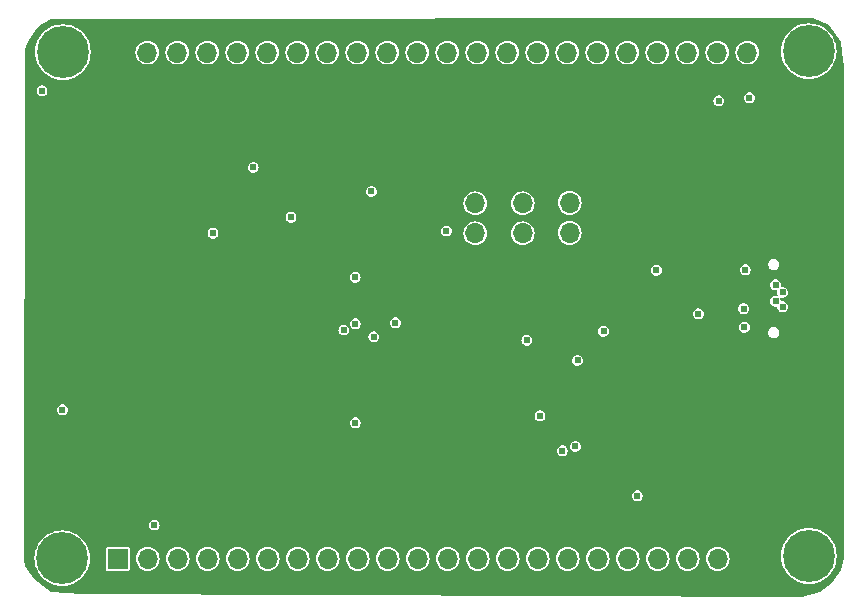
<source format=gbr>
%TF.GenerationSoftware,KiCad,Pcbnew,8.0.8*%
%TF.CreationDate,2025-12-22T10:58:06+04:00*%
%TF.ProjectId,DesignESP32PCB,44657369-676e-4455-9350-33325043422e,rev?*%
%TF.SameCoordinates,Original*%
%TF.FileFunction,Copper,L2,Inr*%
%TF.FilePolarity,Positive*%
%FSLAX46Y46*%
G04 Gerber Fmt 4.6, Leading zero omitted, Abs format (unit mm)*
G04 Created by KiCad (PCBNEW 8.0.8) date 2025-12-22 10:58:06*
%MOMM*%
%LPD*%
G01*
G04 APERTURE LIST*
%TA.AperFunction,ComponentPad*%
%ADD10R,1.700000X1.700000*%
%TD*%
%TA.AperFunction,ComponentPad*%
%ADD11O,1.700000X1.700000*%
%TD*%
%TA.AperFunction,ComponentPad*%
%ADD12C,0.700000*%
%TD*%
%TA.AperFunction,ComponentPad*%
%ADD13C,4.400000*%
%TD*%
%TA.AperFunction,HeatsinkPad*%
%ADD14O,1.800000X1.000000*%
%TD*%
%TA.AperFunction,HeatsinkPad*%
%ADD15O,2.100000X1.000000*%
%TD*%
%TA.AperFunction,ViaPad*%
%ADD16C,0.604799*%
%TD*%
G04 APERTURE END LIST*
D10*
%TO.N,GND*%
%TO.C,J5*%
X198621200Y-92223800D03*
D11*
%TO.N,/5VUSB*%
X198621200Y-89683800D03*
%TO.N,/3V3*%
X198621200Y-87143800D03*
%TD*%
D10*
%TO.N,GND*%
%TO.C,J4*%
X202610800Y-92188000D03*
D11*
%TO.N,/5VUSB*%
X202610800Y-89648000D03*
%TO.N,/3V3*%
X202610800Y-87108000D03*
%TD*%
D10*
%TO.N,GND*%
%TO.C,J2*%
X194608000Y-92223800D03*
D11*
%TO.N,/5VUSB*%
X194608000Y-89683800D03*
%TO.N,/3V3*%
X194608000Y-87143800D03*
%TD*%
D12*
%TO.N,N/C*%
%TO.C,H2*%
X157994200Y-117201400D03*
X158477474Y-116034674D03*
X158477474Y-118368126D03*
X159644200Y-115551400D03*
D13*
X159644200Y-117201400D03*
D12*
X159644200Y-118851400D03*
X160810926Y-116034674D03*
X160810926Y-118368126D03*
X161294200Y-117201400D03*
%TD*%
%TO.N,N/C*%
%TO.C,H4*%
X221195000Y-74268200D03*
X221678274Y-73101474D03*
X221678274Y-75434926D03*
X222845000Y-72618200D03*
D13*
X222845000Y-74268200D03*
D12*
X222845000Y-75918200D03*
X224011726Y-73101474D03*
X224011726Y-75434926D03*
X224495000Y-74268200D03*
%TD*%
%TO.N,N/C*%
%TO.C,H1*%
X221205400Y-116999000D03*
X221688674Y-115832274D03*
X221688674Y-118165726D03*
X222855400Y-115349000D03*
D13*
X222855400Y-116999000D03*
D12*
X222855400Y-118649000D03*
X224022126Y-115832274D03*
X224022126Y-118165726D03*
X224505400Y-116999000D03*
%TD*%
D10*
%TO.N,/3V3*%
%TO.C,J1*%
X164345000Y-117250600D03*
D11*
%TO.N,/GPIO0*%
X166885000Y-117250600D03*
%TO.N,/GPIO1*%
X169425000Y-117250600D03*
%TO.N,/GPIO2*%
X171965000Y-117250600D03*
%TO.N,/GPIO3*%
X174505000Y-117250600D03*
%TO.N,/GPIO4*%
X177045000Y-117250600D03*
%TO.N,/GPIO5*%
X179585000Y-117250600D03*
%TO.N,/GPIO6*%
X182125000Y-117250600D03*
%TO.N,/GPIO7*%
X184665000Y-117250600D03*
%TO.N,/GPIO8*%
X187205000Y-117250600D03*
%TO.N,/GPIO9*%
X189745000Y-117250600D03*
%TO.N,/GPIO10*%
X192285000Y-117250600D03*
%TO.N,/GPIO11*%
X194825000Y-117250600D03*
%TO.N,/GPIO12*%
X197365000Y-117250600D03*
%TO.N,/GPIO13*%
X199905000Y-117250600D03*
%TO.N,/GPIO14*%
X202445000Y-117250600D03*
%TO.N,/GPIO15*%
X204985000Y-117250600D03*
%TO.N,/GPIO16*%
X207525000Y-117250600D03*
%TO.N,/I2C_SCL*%
X210065000Y-117250600D03*
%TO.N,/I2C_SDA*%
X212605000Y-117250600D03*
%TO.N,/5VUSB*%
X215145000Y-117250600D03*
%TO.N,GND*%
X217685000Y-117250600D03*
%TD*%
D12*
%TO.N,N/C*%
%TO.C,H3*%
X161345000Y-74345000D03*
X160861726Y-75511726D03*
X160861726Y-73178274D03*
X159695000Y-75995000D03*
D13*
X159695000Y-74345000D03*
D12*
X159695000Y-72695000D03*
X158528274Y-75511726D03*
X158528274Y-73178274D03*
X158045000Y-74345000D03*
%TD*%
D10*
%TO.N,GND*%
%TO.C,J3*%
X164305000Y-74385000D03*
D11*
%TO.N,/ESP32_EN*%
X166845000Y-74385000D03*
%TO.N,/GPIO46*%
X169385000Y-74385000D03*
%TO.N,/GPIO45*%
X171925000Y-74385000D03*
%TO.N,/RXD*%
X174465000Y-74385000D03*
%TO.N,/TXD*%
X177005000Y-74385000D03*
%TO.N,/GPIO42*%
X179545000Y-74385000D03*
%TO.N,/GPIO41*%
X182085000Y-74385000D03*
%TO.N,/GPIO40*%
X184625000Y-74385000D03*
%TO.N,/GPIO39*%
X187165000Y-74385000D03*
%TO.N,/GPIO38*%
X189705000Y-74385000D03*
%TO.N,/GPIO37*%
X192245000Y-74385000D03*
%TO.N,/GPIO36*%
X194785000Y-74385000D03*
%TO.N,/GPIO35*%
X197325000Y-74385000D03*
%TO.N,/GPIO34*%
X199865000Y-74385000D03*
%TO.N,/GPIO33*%
X202405000Y-74385000D03*
%TO.N,/GPIO26*%
X204945000Y-74385000D03*
%TO.N,/GPIO21*%
X207485000Y-74385000D03*
%TO.N,unconnected-(J3-Pin_19-Pad19)*%
X210025000Y-74385000D03*
%TO.N,unconnected-(J3-Pin_20-Pad20)*%
X212565000Y-74385000D03*
%TO.N,/GPIO48*%
X215105000Y-74385000D03*
%TO.N,/GPIO47*%
X217645000Y-74385000D03*
%TD*%
D14*
%TO.N,GND*%
%TO.C,JUSB1*%
X223570000Y-90878200D03*
D15*
X219390000Y-90878200D03*
D14*
X223570000Y-99518200D03*
D15*
X219390000Y-99518200D03*
%TD*%
D16*
%TO.N,GND*%
X196640000Y-92289600D03*
X200602400Y-92289600D03*
%TO.N,/5VUSB*%
X192169600Y-89495600D03*
%TO.N,GND*%
X192728400Y-92238800D03*
X162197600Y-98842800D03*
X163772400Y-98995200D03*
X165499600Y-99198400D03*
X166922000Y-97268000D03*
X167023600Y-95642400D03*
X167023600Y-94016800D03*
X165601200Y-92188000D03*
X163874000Y-92188000D03*
X162197600Y-92238800D03*
X160673600Y-94067600D03*
X160622800Y-95642400D03*
X160572000Y-97268000D03*
%TO.N,/ESP32_EN*%
X157930400Y-77608400D03*
X179012400Y-88327200D03*
%TO.N,/GPIO0*%
X167430000Y-114387600D03*
X208324000Y-111898400D03*
%TO.N,GND*%
X223056000Y-100671600D03*
X220058800Y-100671600D03*
X218890400Y-100671600D03*
X224072000Y-89648000D03*
X222954400Y-89597200D03*
X219804800Y-89292400D03*
X218585600Y-89292400D03*
X217671200Y-114692400D03*
X164229600Y-76541600D03*
X170884400Y-104075200D03*
X170884400Y-87311200D03*
X158032000Y-89698800D03*
X158032000Y-90511600D03*
X158032000Y-91375200D03*
X158082800Y-92289600D03*
X158082800Y-93153200D03*
X158032000Y-93966000D03*
X158032000Y-94829600D03*
X158032000Y-95642400D03*
X158032000Y-96506000D03*
X158032000Y-97268000D03*
X158032000Y-98131600D03*
X157981200Y-98944400D03*
X157981200Y-99808000D03*
X157930400Y-100722400D03*
X157930400Y-101586000D03*
X160521200Y-87514400D03*
X159606800Y-87514400D03*
X158844800Y-103567200D03*
X157981200Y-103567200D03*
%TO.N,/GPIO47*%
X217823600Y-78218000D03*
X175812000Y-84110800D03*
%TO.N,/I2C_SDA*%
X203091600Y-107732800D03*
%TO.N,/I2C_SCL*%
X201974000Y-108088400D03*
%TO.N,/3V3*%
X159657600Y-104634000D03*
%TO.N,/I2C_SCL*%
X200094400Y-105142000D03*
X186022800Y-98436400D03*
%TO.N,/I2C_SDA*%
X198976800Y-98741200D03*
X183482800Y-97877600D03*
%TO.N,/GPIO48*%
X187851600Y-97268000D03*
X172408400Y-89683200D03*
%TO.N,GND*%
X217417200Y-91984800D03*
X217366400Y-98588800D03*
X191915600Y-83501200D03*
X207206400Y-90714800D03*
X206901600Y-83958400D03*
X206495200Y-99655600D03*
X206444400Y-106767600D03*
X201313600Y-106361200D03*
X186886400Y-88784400D03*
X186886400Y-89749600D03*
X188004000Y-87006400D03*
X181755600Y-91375200D03*
X181755600Y-86498400D03*
X182924000Y-101738400D03*
X198672000Y-100773200D03*
X194455600Y-98893600D03*
X186429200Y-100722400D03*
%TO.N,/3V3*%
X203270000Y-100453200D03*
X209949600Y-92823000D03*
X184448000Y-97348887D03*
X184448000Y-105726200D03*
X184448000Y-93407200D03*
%TO.N,/5VUSB*%
X185819600Y-86142800D03*
X217333443Y-96058004D03*
X213492900Y-96493300D03*
X217402038Y-97653109D03*
X217468000Y-92772200D03*
%TO.N,GND*%
X212489600Y-85203000D03*
X214547000Y-90359200D03*
X214674000Y-99884200D03*
X210356000Y-102043200D03*
%TO.N,/USB_N*%
X220632602Y-95891702D03*
X220640000Y-94693200D03*
%TO.N,/USB_P*%
X220030000Y-94043200D03*
X220030000Y-95433200D03*
%TO.N,/GPIO48*%
X205479200Y-97979200D03*
X215232800Y-78472000D03*
%TD*%
%TA.AperFunction,Conductor*%
%TO.N,GND*%
G36*
X223197898Y-71442972D02*
G01*
X224561958Y-72062999D01*
X224591656Y-72087227D01*
X225583624Y-73451183D01*
X225597747Y-73489169D01*
X225722999Y-74992195D01*
X225723000Y-74992200D01*
X225847755Y-75491219D01*
X225850000Y-75509458D01*
X225850000Y-117146941D01*
X225847755Y-117165180D01*
X225599158Y-118159565D01*
X225588773Y-118183039D01*
X224841146Y-119304481D01*
X224823696Y-119322928D01*
X223830149Y-120068087D01*
X223803268Y-120080882D01*
X222303132Y-120455916D01*
X222284580Y-120458160D01*
X161335643Y-120204206D01*
X161332379Y-120204122D01*
X158691814Y-120078381D01*
X158647772Y-120061468D01*
X157278033Y-118940772D01*
X157264046Y-118925694D01*
X156520946Y-117864122D01*
X156510056Y-117840984D01*
X156486009Y-117753756D01*
X156484422Y-117746683D01*
X156425617Y-117409314D01*
X156424500Y-117396401D01*
X156424500Y-117201399D01*
X157286251Y-117201399D01*
X157286251Y-117201400D01*
X157306423Y-117509167D01*
X157306423Y-117509172D01*
X157306424Y-117509174D01*
X157326336Y-117609278D01*
X157366356Y-117810478D01*
X157366596Y-117811682D01*
X157401430Y-117914300D01*
X157465738Y-118103747D01*
X157551023Y-118276688D01*
X157602156Y-118380375D01*
X157773513Y-118636828D01*
X157773516Y-118636832D01*
X157976877Y-118868722D01*
X158173374Y-119041044D01*
X158208772Y-119072087D01*
X158465225Y-119243444D01*
X158741852Y-119379861D01*
X159033918Y-119479004D01*
X159336426Y-119539176D01*
X159644200Y-119559349D01*
X159951974Y-119539176D01*
X160254482Y-119479004D01*
X160546548Y-119379861D01*
X160823175Y-119243444D01*
X161079628Y-119072087D01*
X161311522Y-118868722D01*
X161514887Y-118636828D01*
X161686244Y-118380375D01*
X161822661Y-118103748D01*
X161921804Y-117811682D01*
X161981976Y-117509174D01*
X162002149Y-117201400D01*
X161981976Y-116893626D01*
X161921804Y-116591118D01*
X161852020Y-116385542D01*
X163342100Y-116385542D01*
X163342100Y-118115655D01*
X163342101Y-118115657D01*
X163350972Y-118160259D01*
X163384764Y-118210832D01*
X163384765Y-118210832D01*
X163384766Y-118210834D01*
X163435342Y-118244628D01*
X163479943Y-118253500D01*
X165210056Y-118253499D01*
X165254658Y-118244628D01*
X165305234Y-118210834D01*
X165339028Y-118160258D01*
X165347900Y-118115657D01*
X165347899Y-117250600D01*
X165877247Y-117250600D01*
X165896610Y-117447199D01*
X165896610Y-117447201D01*
X165953955Y-117636243D01*
X165953956Y-117636247D01*
X166047086Y-117810481D01*
X166047089Y-117810485D01*
X166172410Y-117963189D01*
X166325114Y-118088510D01*
X166325118Y-118088513D01*
X166325122Y-118088516D01*
X166499350Y-118181642D01*
X166499352Y-118181643D01*
X166499356Y-118181644D01*
X166503955Y-118183039D01*
X166688397Y-118238989D01*
X166885000Y-118258353D01*
X167081603Y-118238989D01*
X167270650Y-118181642D01*
X167444878Y-118088516D01*
X167597589Y-117963189D01*
X167722916Y-117810478D01*
X167816042Y-117636250D01*
X167873389Y-117447203D01*
X167892753Y-117250600D01*
X168417247Y-117250600D01*
X168436610Y-117447199D01*
X168436610Y-117447201D01*
X168493955Y-117636243D01*
X168493956Y-117636247D01*
X168587086Y-117810481D01*
X168587089Y-117810485D01*
X168712410Y-117963189D01*
X168865114Y-118088510D01*
X168865118Y-118088513D01*
X168865122Y-118088516D01*
X169039350Y-118181642D01*
X169039352Y-118181643D01*
X169039356Y-118181644D01*
X169043955Y-118183039D01*
X169228397Y-118238989D01*
X169425000Y-118258353D01*
X169621603Y-118238989D01*
X169810650Y-118181642D01*
X169984878Y-118088516D01*
X170137589Y-117963189D01*
X170262916Y-117810478D01*
X170356042Y-117636250D01*
X170413389Y-117447203D01*
X170432753Y-117250600D01*
X170957247Y-117250600D01*
X170976610Y-117447199D01*
X170976610Y-117447201D01*
X171033955Y-117636243D01*
X171033956Y-117636247D01*
X171127086Y-117810481D01*
X171127089Y-117810485D01*
X171252410Y-117963189D01*
X171405114Y-118088510D01*
X171405118Y-118088513D01*
X171405122Y-118088516D01*
X171579350Y-118181642D01*
X171579352Y-118181643D01*
X171579356Y-118181644D01*
X171583955Y-118183039D01*
X171768397Y-118238989D01*
X171965000Y-118258353D01*
X172161603Y-118238989D01*
X172350650Y-118181642D01*
X172524878Y-118088516D01*
X172677589Y-117963189D01*
X172802916Y-117810478D01*
X172896042Y-117636250D01*
X172953389Y-117447203D01*
X172972753Y-117250600D01*
X173497247Y-117250600D01*
X173516610Y-117447199D01*
X173516610Y-117447201D01*
X173573955Y-117636243D01*
X173573956Y-117636247D01*
X173667086Y-117810481D01*
X173667089Y-117810485D01*
X173792410Y-117963189D01*
X173945114Y-118088510D01*
X173945118Y-118088513D01*
X173945122Y-118088516D01*
X174119350Y-118181642D01*
X174119352Y-118181643D01*
X174119356Y-118181644D01*
X174123955Y-118183039D01*
X174308397Y-118238989D01*
X174505000Y-118258353D01*
X174701603Y-118238989D01*
X174890650Y-118181642D01*
X175064878Y-118088516D01*
X175217589Y-117963189D01*
X175342916Y-117810478D01*
X175436042Y-117636250D01*
X175493389Y-117447203D01*
X175512753Y-117250600D01*
X176037247Y-117250600D01*
X176056610Y-117447199D01*
X176056610Y-117447201D01*
X176113955Y-117636243D01*
X176113956Y-117636247D01*
X176207086Y-117810481D01*
X176207089Y-117810485D01*
X176332410Y-117963189D01*
X176485114Y-118088510D01*
X176485118Y-118088513D01*
X176485122Y-118088516D01*
X176659350Y-118181642D01*
X176659352Y-118181643D01*
X176659356Y-118181644D01*
X176663955Y-118183039D01*
X176848397Y-118238989D01*
X177045000Y-118258353D01*
X177241603Y-118238989D01*
X177430650Y-118181642D01*
X177604878Y-118088516D01*
X177757589Y-117963189D01*
X177882916Y-117810478D01*
X177976042Y-117636250D01*
X178033389Y-117447203D01*
X178052753Y-117250600D01*
X178577247Y-117250600D01*
X178596610Y-117447199D01*
X178596610Y-117447201D01*
X178653955Y-117636243D01*
X178653956Y-117636247D01*
X178747086Y-117810481D01*
X178747089Y-117810485D01*
X178872410Y-117963189D01*
X179025114Y-118088510D01*
X179025118Y-118088513D01*
X179025122Y-118088516D01*
X179199350Y-118181642D01*
X179199352Y-118181643D01*
X179199356Y-118181644D01*
X179203955Y-118183039D01*
X179388397Y-118238989D01*
X179585000Y-118258353D01*
X179781603Y-118238989D01*
X179970650Y-118181642D01*
X180144878Y-118088516D01*
X180297589Y-117963189D01*
X180422916Y-117810478D01*
X180516042Y-117636250D01*
X180573389Y-117447203D01*
X180592753Y-117250600D01*
X181117247Y-117250600D01*
X181136610Y-117447199D01*
X181136610Y-117447201D01*
X181193955Y-117636243D01*
X181193956Y-117636247D01*
X181287086Y-117810481D01*
X181287089Y-117810485D01*
X181412410Y-117963189D01*
X181565114Y-118088510D01*
X181565118Y-118088513D01*
X181565122Y-118088516D01*
X181739350Y-118181642D01*
X181739352Y-118181643D01*
X181739356Y-118181644D01*
X181743955Y-118183039D01*
X181928397Y-118238989D01*
X182125000Y-118258353D01*
X182321603Y-118238989D01*
X182510650Y-118181642D01*
X182684878Y-118088516D01*
X182837589Y-117963189D01*
X182962916Y-117810478D01*
X183056042Y-117636250D01*
X183113389Y-117447203D01*
X183132753Y-117250600D01*
X183657247Y-117250600D01*
X183676610Y-117447199D01*
X183676610Y-117447201D01*
X183733955Y-117636243D01*
X183733956Y-117636247D01*
X183827086Y-117810481D01*
X183827089Y-117810485D01*
X183952410Y-117963189D01*
X184105114Y-118088510D01*
X184105118Y-118088513D01*
X184105122Y-118088516D01*
X184279350Y-118181642D01*
X184279352Y-118181643D01*
X184279356Y-118181644D01*
X184283955Y-118183039D01*
X184468397Y-118238989D01*
X184665000Y-118258353D01*
X184861603Y-118238989D01*
X185050650Y-118181642D01*
X185224878Y-118088516D01*
X185377589Y-117963189D01*
X185502916Y-117810478D01*
X185596042Y-117636250D01*
X185653389Y-117447203D01*
X185672753Y-117250600D01*
X186197247Y-117250600D01*
X186216610Y-117447199D01*
X186216610Y-117447201D01*
X186273955Y-117636243D01*
X186273956Y-117636247D01*
X186367086Y-117810481D01*
X186367089Y-117810485D01*
X186492410Y-117963189D01*
X186645114Y-118088510D01*
X186645118Y-118088513D01*
X186645122Y-118088516D01*
X186819350Y-118181642D01*
X186819352Y-118181643D01*
X186819356Y-118181644D01*
X186823955Y-118183039D01*
X187008397Y-118238989D01*
X187205000Y-118258353D01*
X187401603Y-118238989D01*
X187590650Y-118181642D01*
X187764878Y-118088516D01*
X187917589Y-117963189D01*
X188042916Y-117810478D01*
X188136042Y-117636250D01*
X188193389Y-117447203D01*
X188212753Y-117250600D01*
X188737247Y-117250600D01*
X188756610Y-117447199D01*
X188756610Y-117447201D01*
X188813955Y-117636243D01*
X188813956Y-117636247D01*
X188907086Y-117810481D01*
X188907089Y-117810485D01*
X189032410Y-117963189D01*
X189185114Y-118088510D01*
X189185118Y-118088513D01*
X189185122Y-118088516D01*
X189359350Y-118181642D01*
X189359352Y-118181643D01*
X189359356Y-118181644D01*
X189363955Y-118183039D01*
X189548397Y-118238989D01*
X189745000Y-118258353D01*
X189941603Y-118238989D01*
X190130650Y-118181642D01*
X190304878Y-118088516D01*
X190457589Y-117963189D01*
X190582916Y-117810478D01*
X190676042Y-117636250D01*
X190733389Y-117447203D01*
X190752753Y-117250600D01*
X191277247Y-117250600D01*
X191296610Y-117447199D01*
X191296610Y-117447201D01*
X191353955Y-117636243D01*
X191353956Y-117636247D01*
X191447086Y-117810481D01*
X191447089Y-117810485D01*
X191572410Y-117963189D01*
X191725114Y-118088510D01*
X191725118Y-118088513D01*
X191725122Y-118088516D01*
X191899350Y-118181642D01*
X191899352Y-118181643D01*
X191899356Y-118181644D01*
X191903955Y-118183039D01*
X192088397Y-118238989D01*
X192285000Y-118258353D01*
X192481603Y-118238989D01*
X192670650Y-118181642D01*
X192844878Y-118088516D01*
X192997589Y-117963189D01*
X193122916Y-117810478D01*
X193216042Y-117636250D01*
X193273389Y-117447203D01*
X193292753Y-117250600D01*
X193817247Y-117250600D01*
X193836610Y-117447199D01*
X193836610Y-117447201D01*
X193893955Y-117636243D01*
X193893956Y-117636247D01*
X193987086Y-117810481D01*
X193987089Y-117810485D01*
X194112410Y-117963189D01*
X194265114Y-118088510D01*
X194265118Y-118088513D01*
X194265122Y-118088516D01*
X194439350Y-118181642D01*
X194439352Y-118181643D01*
X194439356Y-118181644D01*
X194443955Y-118183039D01*
X194628397Y-118238989D01*
X194825000Y-118258353D01*
X195021603Y-118238989D01*
X195210650Y-118181642D01*
X195384878Y-118088516D01*
X195537589Y-117963189D01*
X195662916Y-117810478D01*
X195756042Y-117636250D01*
X195813389Y-117447203D01*
X195832753Y-117250600D01*
X196357247Y-117250600D01*
X196376610Y-117447199D01*
X196376610Y-117447201D01*
X196433955Y-117636243D01*
X196433956Y-117636247D01*
X196527086Y-117810481D01*
X196527089Y-117810485D01*
X196652410Y-117963189D01*
X196805114Y-118088510D01*
X196805118Y-118088513D01*
X196805122Y-118088516D01*
X196979350Y-118181642D01*
X196979352Y-118181643D01*
X196979356Y-118181644D01*
X196983955Y-118183039D01*
X197168397Y-118238989D01*
X197365000Y-118258353D01*
X197561603Y-118238989D01*
X197750650Y-118181642D01*
X197924878Y-118088516D01*
X198077589Y-117963189D01*
X198202916Y-117810478D01*
X198296042Y-117636250D01*
X198353389Y-117447203D01*
X198372753Y-117250600D01*
X198897247Y-117250600D01*
X198916610Y-117447199D01*
X198916610Y-117447201D01*
X198973955Y-117636243D01*
X198973956Y-117636247D01*
X199067086Y-117810481D01*
X199067089Y-117810485D01*
X199192410Y-117963189D01*
X199345114Y-118088510D01*
X199345118Y-118088513D01*
X199345122Y-118088516D01*
X199519350Y-118181642D01*
X199519352Y-118181643D01*
X199519356Y-118181644D01*
X199523955Y-118183039D01*
X199708397Y-118238989D01*
X199905000Y-118258353D01*
X200101603Y-118238989D01*
X200290650Y-118181642D01*
X200464878Y-118088516D01*
X200617589Y-117963189D01*
X200742916Y-117810478D01*
X200836042Y-117636250D01*
X200893389Y-117447203D01*
X200912753Y-117250600D01*
X201437247Y-117250600D01*
X201456610Y-117447199D01*
X201456610Y-117447201D01*
X201513955Y-117636243D01*
X201513956Y-117636247D01*
X201607086Y-117810481D01*
X201607089Y-117810485D01*
X201732410Y-117963189D01*
X201885114Y-118088510D01*
X201885118Y-118088513D01*
X201885122Y-118088516D01*
X202059350Y-118181642D01*
X202059352Y-118181643D01*
X202059356Y-118181644D01*
X202063955Y-118183039D01*
X202248397Y-118238989D01*
X202445000Y-118258353D01*
X202641603Y-118238989D01*
X202830650Y-118181642D01*
X203004878Y-118088516D01*
X203157589Y-117963189D01*
X203282916Y-117810478D01*
X203376042Y-117636250D01*
X203433389Y-117447203D01*
X203452753Y-117250600D01*
X203977247Y-117250600D01*
X203996610Y-117447199D01*
X203996610Y-117447201D01*
X204053955Y-117636243D01*
X204053956Y-117636247D01*
X204147086Y-117810481D01*
X204147089Y-117810485D01*
X204272410Y-117963189D01*
X204425114Y-118088510D01*
X204425118Y-118088513D01*
X204425122Y-118088516D01*
X204599350Y-118181642D01*
X204599352Y-118181643D01*
X204599356Y-118181644D01*
X204603955Y-118183039D01*
X204788397Y-118238989D01*
X204985000Y-118258353D01*
X205181603Y-118238989D01*
X205370650Y-118181642D01*
X205544878Y-118088516D01*
X205697589Y-117963189D01*
X205822916Y-117810478D01*
X205916042Y-117636250D01*
X205973389Y-117447203D01*
X205992753Y-117250600D01*
X206517247Y-117250600D01*
X206536610Y-117447199D01*
X206536610Y-117447201D01*
X206593955Y-117636243D01*
X206593956Y-117636247D01*
X206687086Y-117810481D01*
X206687089Y-117810485D01*
X206812410Y-117963189D01*
X206965114Y-118088510D01*
X206965118Y-118088513D01*
X206965122Y-118088516D01*
X207139350Y-118181642D01*
X207139352Y-118181643D01*
X207139356Y-118181644D01*
X207143955Y-118183039D01*
X207328397Y-118238989D01*
X207525000Y-118258353D01*
X207721603Y-118238989D01*
X207910650Y-118181642D01*
X208084878Y-118088516D01*
X208237589Y-117963189D01*
X208362916Y-117810478D01*
X208456042Y-117636250D01*
X208513389Y-117447203D01*
X208532753Y-117250600D01*
X209057247Y-117250600D01*
X209076610Y-117447199D01*
X209076610Y-117447201D01*
X209133955Y-117636243D01*
X209133956Y-117636247D01*
X209227086Y-117810481D01*
X209227089Y-117810485D01*
X209352410Y-117963189D01*
X209505114Y-118088510D01*
X209505118Y-118088513D01*
X209505122Y-118088516D01*
X209679350Y-118181642D01*
X209679352Y-118181643D01*
X209679356Y-118181644D01*
X209683955Y-118183039D01*
X209868397Y-118238989D01*
X210065000Y-118258353D01*
X210261603Y-118238989D01*
X210450650Y-118181642D01*
X210624878Y-118088516D01*
X210777589Y-117963189D01*
X210902916Y-117810478D01*
X210996042Y-117636250D01*
X211053389Y-117447203D01*
X211072753Y-117250600D01*
X211597247Y-117250600D01*
X211616610Y-117447199D01*
X211616610Y-117447201D01*
X211673955Y-117636243D01*
X211673956Y-117636247D01*
X211767086Y-117810481D01*
X211767089Y-117810485D01*
X211892410Y-117963189D01*
X212045114Y-118088510D01*
X212045118Y-118088513D01*
X212045122Y-118088516D01*
X212219350Y-118181642D01*
X212219352Y-118181643D01*
X212219356Y-118181644D01*
X212223955Y-118183039D01*
X212408397Y-118238989D01*
X212605000Y-118258353D01*
X212801603Y-118238989D01*
X212990650Y-118181642D01*
X213164878Y-118088516D01*
X213317589Y-117963189D01*
X213442916Y-117810478D01*
X213536042Y-117636250D01*
X213593389Y-117447203D01*
X213612753Y-117250600D01*
X214137247Y-117250600D01*
X214156610Y-117447199D01*
X214156610Y-117447201D01*
X214213955Y-117636243D01*
X214213956Y-117636247D01*
X214307086Y-117810481D01*
X214307089Y-117810485D01*
X214432410Y-117963189D01*
X214585114Y-118088510D01*
X214585118Y-118088513D01*
X214585122Y-118088516D01*
X214759350Y-118181642D01*
X214759352Y-118181643D01*
X214759356Y-118181644D01*
X214763955Y-118183039D01*
X214948397Y-118238989D01*
X215145000Y-118258353D01*
X215341603Y-118238989D01*
X215530650Y-118181642D01*
X215704878Y-118088516D01*
X215857589Y-117963189D01*
X215982916Y-117810478D01*
X216076042Y-117636250D01*
X216133389Y-117447203D01*
X216152753Y-117250600D01*
X216133389Y-117053997D01*
X216116705Y-116998999D01*
X220497451Y-116998999D01*
X220497451Y-116999000D01*
X220517623Y-117306767D01*
X220517623Y-117306772D01*
X220517624Y-117306774D01*
X220577796Y-117609282D01*
X220612630Y-117711900D01*
X220676938Y-117901347D01*
X220730747Y-118010461D01*
X220813356Y-118177975D01*
X220948596Y-118380375D01*
X220984716Y-118434432D01*
X221188077Y-118666322D01*
X221419967Y-118869683D01*
X221419972Y-118869687D01*
X221676425Y-119041044D01*
X221953052Y-119177461D01*
X222245118Y-119276604D01*
X222547626Y-119336776D01*
X222855400Y-119356949D01*
X223163174Y-119336776D01*
X223465682Y-119276604D01*
X223757748Y-119177461D01*
X224034375Y-119041044D01*
X224290828Y-118869687D01*
X224522722Y-118666322D01*
X224726087Y-118434428D01*
X224897444Y-118177975D01*
X225033861Y-117901348D01*
X225133004Y-117609282D01*
X225193176Y-117306774D01*
X225213349Y-116999000D01*
X225193176Y-116691226D01*
X225133004Y-116388718D01*
X225033861Y-116096652D01*
X224897444Y-115820026D01*
X224726087Y-115563572D01*
X224700221Y-115534077D01*
X224522722Y-115331677D01*
X224290832Y-115128316D01*
X224290828Y-115128313D01*
X224034375Y-114956956D01*
X223967131Y-114923795D01*
X223757747Y-114820538D01*
X223568300Y-114756230D01*
X223465682Y-114721396D01*
X223465679Y-114721395D01*
X223465678Y-114721395D01*
X223312382Y-114690903D01*
X223163174Y-114661224D01*
X223163172Y-114661223D01*
X223163167Y-114661223D01*
X222855400Y-114641051D01*
X222547632Y-114661223D01*
X222547626Y-114661224D01*
X222245121Y-114721395D01*
X221953052Y-114820538D01*
X221676429Y-114956954D01*
X221419967Y-115128316D01*
X221188077Y-115331677D01*
X220984716Y-115563567D01*
X220813354Y-115820029D01*
X220676938Y-116096652D01*
X220577795Y-116388721D01*
X220517624Y-116691226D01*
X220517623Y-116691232D01*
X220497451Y-116998999D01*
X216116705Y-116998999D01*
X216076042Y-116864950D01*
X215982916Y-116690722D01*
X215982913Y-116690718D01*
X215982910Y-116690714D01*
X215857589Y-116538010D01*
X215704885Y-116412689D01*
X215704881Y-116412686D01*
X215704879Y-116412685D01*
X215704878Y-116412684D01*
X215570657Y-116340942D01*
X215530647Y-116319556D01*
X215530643Y-116319555D01*
X215341600Y-116262210D01*
X215145000Y-116242847D01*
X214948400Y-116262210D01*
X214948398Y-116262210D01*
X214759356Y-116319555D01*
X214759352Y-116319556D01*
X214585118Y-116412686D01*
X214585114Y-116412689D01*
X214432410Y-116538010D01*
X214307089Y-116690714D01*
X214307086Y-116690718D01*
X214213956Y-116864952D01*
X214213955Y-116864956D01*
X214156610Y-117053998D01*
X214156610Y-117054000D01*
X214137247Y-117250600D01*
X213612753Y-117250600D01*
X213593389Y-117053997D01*
X213536042Y-116864950D01*
X213442916Y-116690722D01*
X213442913Y-116690718D01*
X213442910Y-116690714D01*
X213317589Y-116538010D01*
X213164885Y-116412689D01*
X213164881Y-116412686D01*
X213164879Y-116412685D01*
X213164878Y-116412684D01*
X213030657Y-116340942D01*
X212990647Y-116319556D01*
X212990643Y-116319555D01*
X212801600Y-116262210D01*
X212605000Y-116242847D01*
X212408400Y-116262210D01*
X212408398Y-116262210D01*
X212219356Y-116319555D01*
X212219352Y-116319556D01*
X212045118Y-116412686D01*
X212045114Y-116412689D01*
X211892410Y-116538010D01*
X211767089Y-116690714D01*
X211767086Y-116690718D01*
X211673956Y-116864952D01*
X211673955Y-116864956D01*
X211616610Y-117053998D01*
X211616610Y-117054000D01*
X211597247Y-117250600D01*
X211072753Y-117250600D01*
X211053389Y-117053997D01*
X210996042Y-116864950D01*
X210902916Y-116690722D01*
X210902913Y-116690718D01*
X210902910Y-116690714D01*
X210777589Y-116538010D01*
X210624885Y-116412689D01*
X210624881Y-116412686D01*
X210624879Y-116412685D01*
X210624878Y-116412684D01*
X210490657Y-116340942D01*
X210450647Y-116319556D01*
X210450643Y-116319555D01*
X210261600Y-116262210D01*
X210065000Y-116242847D01*
X209868400Y-116262210D01*
X209868398Y-116262210D01*
X209679356Y-116319555D01*
X209679352Y-116319556D01*
X209505118Y-116412686D01*
X209505114Y-116412689D01*
X209352410Y-116538010D01*
X209227089Y-116690714D01*
X209227086Y-116690718D01*
X209133956Y-116864952D01*
X209133955Y-116864956D01*
X209076610Y-117053998D01*
X209076610Y-117054000D01*
X209057247Y-117250600D01*
X208532753Y-117250600D01*
X208513389Y-117053997D01*
X208456042Y-116864950D01*
X208362916Y-116690722D01*
X208362913Y-116690718D01*
X208362910Y-116690714D01*
X208237589Y-116538010D01*
X208084885Y-116412689D01*
X208084881Y-116412686D01*
X208084879Y-116412685D01*
X208084878Y-116412684D01*
X207950657Y-116340942D01*
X207910647Y-116319556D01*
X207910643Y-116319555D01*
X207721600Y-116262210D01*
X207525000Y-116242847D01*
X207328400Y-116262210D01*
X207328398Y-116262210D01*
X207139356Y-116319555D01*
X207139352Y-116319556D01*
X206965118Y-116412686D01*
X206965114Y-116412689D01*
X206812410Y-116538010D01*
X206687089Y-116690714D01*
X206687086Y-116690718D01*
X206593956Y-116864952D01*
X206593955Y-116864956D01*
X206536610Y-117053998D01*
X206536610Y-117054000D01*
X206517247Y-117250600D01*
X205992753Y-117250600D01*
X205973389Y-117053997D01*
X205916042Y-116864950D01*
X205822916Y-116690722D01*
X205822913Y-116690718D01*
X205822910Y-116690714D01*
X205697589Y-116538010D01*
X205544885Y-116412689D01*
X205544881Y-116412686D01*
X205544879Y-116412685D01*
X205544878Y-116412684D01*
X205410657Y-116340942D01*
X205370647Y-116319556D01*
X205370643Y-116319555D01*
X205181600Y-116262210D01*
X204985000Y-116242847D01*
X204788400Y-116262210D01*
X204788398Y-116262210D01*
X204599356Y-116319555D01*
X204599352Y-116319556D01*
X204425118Y-116412686D01*
X204425114Y-116412689D01*
X204272410Y-116538010D01*
X204147089Y-116690714D01*
X204147086Y-116690718D01*
X204053956Y-116864952D01*
X204053955Y-116864956D01*
X203996610Y-117053998D01*
X203996610Y-117054000D01*
X203977247Y-117250600D01*
X203452753Y-117250600D01*
X203433389Y-117053997D01*
X203376042Y-116864950D01*
X203282916Y-116690722D01*
X203282913Y-116690718D01*
X203282910Y-116690714D01*
X203157589Y-116538010D01*
X203004885Y-116412689D01*
X203004881Y-116412686D01*
X203004879Y-116412685D01*
X203004878Y-116412684D01*
X202870657Y-116340942D01*
X202830647Y-116319556D01*
X202830643Y-116319555D01*
X202641600Y-116262210D01*
X202445000Y-116242847D01*
X202248400Y-116262210D01*
X202248398Y-116262210D01*
X202059356Y-116319555D01*
X202059352Y-116319556D01*
X201885118Y-116412686D01*
X201885114Y-116412689D01*
X201732410Y-116538010D01*
X201607089Y-116690714D01*
X201607086Y-116690718D01*
X201513956Y-116864952D01*
X201513955Y-116864956D01*
X201456610Y-117053998D01*
X201456610Y-117054000D01*
X201437247Y-117250600D01*
X200912753Y-117250600D01*
X200893389Y-117053997D01*
X200836042Y-116864950D01*
X200742916Y-116690722D01*
X200742913Y-116690718D01*
X200742910Y-116690714D01*
X200617589Y-116538010D01*
X200464885Y-116412689D01*
X200464881Y-116412686D01*
X200464879Y-116412685D01*
X200464878Y-116412684D01*
X200330657Y-116340942D01*
X200290647Y-116319556D01*
X200290643Y-116319555D01*
X200101600Y-116262210D01*
X199905000Y-116242847D01*
X199708400Y-116262210D01*
X199708398Y-116262210D01*
X199519356Y-116319555D01*
X199519352Y-116319556D01*
X199345118Y-116412686D01*
X199345114Y-116412689D01*
X199192410Y-116538010D01*
X199067089Y-116690714D01*
X199067086Y-116690718D01*
X198973956Y-116864952D01*
X198973955Y-116864956D01*
X198916610Y-117053998D01*
X198916610Y-117054000D01*
X198897247Y-117250600D01*
X198372753Y-117250600D01*
X198353389Y-117053997D01*
X198296042Y-116864950D01*
X198202916Y-116690722D01*
X198202913Y-116690718D01*
X198202910Y-116690714D01*
X198077589Y-116538010D01*
X197924885Y-116412689D01*
X197924881Y-116412686D01*
X197924879Y-116412685D01*
X197924878Y-116412684D01*
X197790657Y-116340942D01*
X197750647Y-116319556D01*
X197750643Y-116319555D01*
X197561600Y-116262210D01*
X197365000Y-116242847D01*
X197168400Y-116262210D01*
X197168398Y-116262210D01*
X196979356Y-116319555D01*
X196979352Y-116319556D01*
X196805118Y-116412686D01*
X196805114Y-116412689D01*
X196652410Y-116538010D01*
X196527089Y-116690714D01*
X196527086Y-116690718D01*
X196433956Y-116864952D01*
X196433955Y-116864956D01*
X196376610Y-117053998D01*
X196376610Y-117054000D01*
X196357247Y-117250600D01*
X195832753Y-117250600D01*
X195813389Y-117053997D01*
X195756042Y-116864950D01*
X195662916Y-116690722D01*
X195662913Y-116690718D01*
X195662910Y-116690714D01*
X195537589Y-116538010D01*
X195384885Y-116412689D01*
X195384881Y-116412686D01*
X195384879Y-116412685D01*
X195384878Y-116412684D01*
X195250657Y-116340942D01*
X195210647Y-116319556D01*
X195210643Y-116319555D01*
X195021600Y-116262210D01*
X194825000Y-116242847D01*
X194628400Y-116262210D01*
X194628398Y-116262210D01*
X194439356Y-116319555D01*
X194439352Y-116319556D01*
X194265118Y-116412686D01*
X194265114Y-116412689D01*
X194112410Y-116538010D01*
X193987089Y-116690714D01*
X193987086Y-116690718D01*
X193893956Y-116864952D01*
X193893955Y-116864956D01*
X193836610Y-117053998D01*
X193836610Y-117054000D01*
X193817247Y-117250600D01*
X193292753Y-117250600D01*
X193273389Y-117053997D01*
X193216042Y-116864950D01*
X193122916Y-116690722D01*
X193122913Y-116690718D01*
X193122910Y-116690714D01*
X192997589Y-116538010D01*
X192844885Y-116412689D01*
X192844881Y-116412686D01*
X192844879Y-116412685D01*
X192844878Y-116412684D01*
X192710657Y-116340942D01*
X192670647Y-116319556D01*
X192670643Y-116319555D01*
X192481600Y-116262210D01*
X192285000Y-116242847D01*
X192088400Y-116262210D01*
X192088398Y-116262210D01*
X191899356Y-116319555D01*
X191899352Y-116319556D01*
X191725118Y-116412686D01*
X191725114Y-116412689D01*
X191572410Y-116538010D01*
X191447089Y-116690714D01*
X191447086Y-116690718D01*
X191353956Y-116864952D01*
X191353955Y-116864956D01*
X191296610Y-117053998D01*
X191296610Y-117054000D01*
X191277247Y-117250600D01*
X190752753Y-117250600D01*
X190733389Y-117053997D01*
X190676042Y-116864950D01*
X190582916Y-116690722D01*
X190582913Y-116690718D01*
X190582910Y-116690714D01*
X190457589Y-116538010D01*
X190304885Y-116412689D01*
X190304881Y-116412686D01*
X190304879Y-116412685D01*
X190304878Y-116412684D01*
X190170657Y-116340942D01*
X190130647Y-116319556D01*
X190130643Y-116319555D01*
X189941600Y-116262210D01*
X189745000Y-116242847D01*
X189548400Y-116262210D01*
X189548398Y-116262210D01*
X189359356Y-116319555D01*
X189359352Y-116319556D01*
X189185118Y-116412686D01*
X189185114Y-116412689D01*
X189032410Y-116538010D01*
X188907089Y-116690714D01*
X188907086Y-116690718D01*
X188813956Y-116864952D01*
X188813955Y-116864956D01*
X188756610Y-117053998D01*
X188756610Y-117054000D01*
X188737247Y-117250600D01*
X188212753Y-117250600D01*
X188193389Y-117053997D01*
X188136042Y-116864950D01*
X188042916Y-116690722D01*
X188042913Y-116690718D01*
X188042910Y-116690714D01*
X187917589Y-116538010D01*
X187764885Y-116412689D01*
X187764881Y-116412686D01*
X187764879Y-116412685D01*
X187764878Y-116412684D01*
X187630657Y-116340942D01*
X187590647Y-116319556D01*
X187590643Y-116319555D01*
X187401600Y-116262210D01*
X187205000Y-116242847D01*
X187008400Y-116262210D01*
X187008398Y-116262210D01*
X186819356Y-116319555D01*
X186819352Y-116319556D01*
X186645118Y-116412686D01*
X186645114Y-116412689D01*
X186492410Y-116538010D01*
X186367089Y-116690714D01*
X186367086Y-116690718D01*
X186273956Y-116864952D01*
X186273955Y-116864956D01*
X186216610Y-117053998D01*
X186216610Y-117054000D01*
X186197247Y-117250600D01*
X185672753Y-117250600D01*
X185653389Y-117053997D01*
X185596042Y-116864950D01*
X185502916Y-116690722D01*
X185502913Y-116690718D01*
X185502910Y-116690714D01*
X185377589Y-116538010D01*
X185224885Y-116412689D01*
X185224881Y-116412686D01*
X185224879Y-116412685D01*
X185224878Y-116412684D01*
X185090657Y-116340942D01*
X185050647Y-116319556D01*
X185050643Y-116319555D01*
X184861600Y-116262210D01*
X184665000Y-116242847D01*
X184468400Y-116262210D01*
X184468398Y-116262210D01*
X184279356Y-116319555D01*
X184279352Y-116319556D01*
X184105118Y-116412686D01*
X184105114Y-116412689D01*
X183952410Y-116538010D01*
X183827089Y-116690714D01*
X183827086Y-116690718D01*
X183733956Y-116864952D01*
X183733955Y-116864956D01*
X183676610Y-117053998D01*
X183676610Y-117054000D01*
X183657247Y-117250600D01*
X183132753Y-117250600D01*
X183113389Y-117053997D01*
X183056042Y-116864950D01*
X182962916Y-116690722D01*
X182962913Y-116690718D01*
X182962910Y-116690714D01*
X182837589Y-116538010D01*
X182684885Y-116412689D01*
X182684881Y-116412686D01*
X182684879Y-116412685D01*
X182684878Y-116412684D01*
X182550657Y-116340942D01*
X182510647Y-116319556D01*
X182510643Y-116319555D01*
X182321600Y-116262210D01*
X182125000Y-116242847D01*
X181928400Y-116262210D01*
X181928398Y-116262210D01*
X181739356Y-116319555D01*
X181739352Y-116319556D01*
X181565118Y-116412686D01*
X181565114Y-116412689D01*
X181412410Y-116538010D01*
X181287089Y-116690714D01*
X181287086Y-116690718D01*
X181193956Y-116864952D01*
X181193955Y-116864956D01*
X181136610Y-117053998D01*
X181136610Y-117054000D01*
X181117247Y-117250600D01*
X180592753Y-117250600D01*
X180573389Y-117053997D01*
X180516042Y-116864950D01*
X180422916Y-116690722D01*
X180422913Y-116690718D01*
X180422910Y-116690714D01*
X180297589Y-116538010D01*
X180144885Y-116412689D01*
X180144881Y-116412686D01*
X180144879Y-116412685D01*
X180144878Y-116412684D01*
X180010657Y-116340942D01*
X179970647Y-116319556D01*
X179970643Y-116319555D01*
X179781600Y-116262210D01*
X179585000Y-116242847D01*
X179388400Y-116262210D01*
X179388398Y-116262210D01*
X179199356Y-116319555D01*
X179199352Y-116319556D01*
X179025118Y-116412686D01*
X179025114Y-116412689D01*
X178872410Y-116538010D01*
X178747089Y-116690714D01*
X178747086Y-116690718D01*
X178653956Y-116864952D01*
X178653955Y-116864956D01*
X178596610Y-117053998D01*
X178596610Y-117054000D01*
X178577247Y-117250600D01*
X178052753Y-117250600D01*
X178033389Y-117053997D01*
X177976042Y-116864950D01*
X177882916Y-116690722D01*
X177882913Y-116690718D01*
X177882910Y-116690714D01*
X177757589Y-116538010D01*
X177604885Y-116412689D01*
X177604881Y-116412686D01*
X177604879Y-116412685D01*
X177604878Y-116412684D01*
X177470657Y-116340942D01*
X177430647Y-116319556D01*
X177430643Y-116319555D01*
X177241600Y-116262210D01*
X177045000Y-116242847D01*
X176848400Y-116262210D01*
X176848398Y-116262210D01*
X176659356Y-116319555D01*
X176659352Y-116319556D01*
X176485118Y-116412686D01*
X176485114Y-116412689D01*
X176332410Y-116538010D01*
X176207089Y-116690714D01*
X176207086Y-116690718D01*
X176113956Y-116864952D01*
X176113955Y-116864956D01*
X176056610Y-117053998D01*
X176056610Y-117054000D01*
X176037247Y-117250600D01*
X175512753Y-117250600D01*
X175493389Y-117053997D01*
X175436042Y-116864950D01*
X175342916Y-116690722D01*
X175342913Y-116690718D01*
X175342910Y-116690714D01*
X175217589Y-116538010D01*
X175064885Y-116412689D01*
X175064881Y-116412686D01*
X175064879Y-116412685D01*
X175064878Y-116412684D01*
X174930657Y-116340942D01*
X174890647Y-116319556D01*
X174890643Y-116319555D01*
X174701600Y-116262210D01*
X174505000Y-116242847D01*
X174308400Y-116262210D01*
X174308398Y-116262210D01*
X174119356Y-116319555D01*
X174119352Y-116319556D01*
X173945118Y-116412686D01*
X173945114Y-116412689D01*
X173792410Y-116538010D01*
X173667089Y-116690714D01*
X173667086Y-116690718D01*
X173573956Y-116864952D01*
X173573955Y-116864956D01*
X173516610Y-117053998D01*
X173516610Y-117054000D01*
X173497247Y-117250600D01*
X172972753Y-117250600D01*
X172953389Y-117053997D01*
X172896042Y-116864950D01*
X172802916Y-116690722D01*
X172802913Y-116690718D01*
X172802910Y-116690714D01*
X172677589Y-116538010D01*
X172524885Y-116412689D01*
X172524881Y-116412686D01*
X172524879Y-116412685D01*
X172524878Y-116412684D01*
X172390657Y-116340942D01*
X172350647Y-116319556D01*
X172350643Y-116319555D01*
X172161600Y-116262210D01*
X171965000Y-116242847D01*
X171768400Y-116262210D01*
X171768398Y-116262210D01*
X171579356Y-116319555D01*
X171579352Y-116319556D01*
X171405118Y-116412686D01*
X171405114Y-116412689D01*
X171252410Y-116538010D01*
X171127089Y-116690714D01*
X171127086Y-116690718D01*
X171033956Y-116864952D01*
X171033955Y-116864956D01*
X170976610Y-117053998D01*
X170976610Y-117054000D01*
X170957247Y-117250600D01*
X170432753Y-117250600D01*
X170413389Y-117053997D01*
X170356042Y-116864950D01*
X170262916Y-116690722D01*
X170262913Y-116690718D01*
X170262910Y-116690714D01*
X170137589Y-116538010D01*
X169984885Y-116412689D01*
X169984881Y-116412686D01*
X169984879Y-116412685D01*
X169984878Y-116412684D01*
X169850657Y-116340942D01*
X169810647Y-116319556D01*
X169810643Y-116319555D01*
X169621600Y-116262210D01*
X169425000Y-116242847D01*
X169228400Y-116262210D01*
X169228398Y-116262210D01*
X169039356Y-116319555D01*
X169039352Y-116319556D01*
X168865118Y-116412686D01*
X168865114Y-116412689D01*
X168712410Y-116538010D01*
X168587089Y-116690714D01*
X168587086Y-116690718D01*
X168493956Y-116864952D01*
X168493955Y-116864956D01*
X168436610Y-117053998D01*
X168436610Y-117054000D01*
X168417247Y-117250600D01*
X167892753Y-117250600D01*
X167873389Y-117053997D01*
X167816042Y-116864950D01*
X167722916Y-116690722D01*
X167722913Y-116690718D01*
X167722910Y-116690714D01*
X167597589Y-116538010D01*
X167444885Y-116412689D01*
X167444881Y-116412686D01*
X167444879Y-116412685D01*
X167444878Y-116412684D01*
X167310657Y-116340942D01*
X167270647Y-116319556D01*
X167270643Y-116319555D01*
X167081600Y-116262210D01*
X166885000Y-116242847D01*
X166688400Y-116262210D01*
X166688398Y-116262210D01*
X166499356Y-116319555D01*
X166499352Y-116319556D01*
X166325118Y-116412686D01*
X166325114Y-116412689D01*
X166172410Y-116538010D01*
X166047089Y-116690714D01*
X166047086Y-116690718D01*
X165953956Y-116864952D01*
X165953955Y-116864956D01*
X165896610Y-117053998D01*
X165896610Y-117054000D01*
X165877247Y-117250600D01*
X165347899Y-117250600D01*
X165347899Y-116385544D01*
X165339028Y-116340942D01*
X165324738Y-116319556D01*
X165305235Y-116290367D01*
X165305231Y-116290364D01*
X165254658Y-116256572D01*
X165254656Y-116256571D01*
X165210057Y-116247700D01*
X163479944Y-116247700D01*
X163479942Y-116247701D01*
X163435340Y-116256572D01*
X163384767Y-116290364D01*
X163350972Y-116340942D01*
X163350971Y-116340943D01*
X163342100Y-116385542D01*
X161852020Y-116385542D01*
X161822661Y-116299052D01*
X161686244Y-116022426D01*
X161514887Y-115765972D01*
X161514883Y-115765967D01*
X161311522Y-115534077D01*
X161079632Y-115330716D01*
X161079628Y-115330713D01*
X160823175Y-115159356D01*
X160760226Y-115128313D01*
X160546547Y-115022938D01*
X160352162Y-114956954D01*
X160254482Y-114923796D01*
X160254479Y-114923795D01*
X160254478Y-114923795D01*
X160101182Y-114893303D01*
X159951974Y-114863624D01*
X159951972Y-114863623D01*
X159951967Y-114863623D01*
X159644200Y-114843451D01*
X159336432Y-114863623D01*
X159336426Y-114863624D01*
X159033921Y-114923795D01*
X158741852Y-115022938D01*
X158465229Y-115159354D01*
X158208767Y-115330716D01*
X157976877Y-115534077D01*
X157773516Y-115765967D01*
X157602154Y-116022429D01*
X157465738Y-116299052D01*
X157366595Y-116591121D01*
X157306424Y-116893626D01*
X157306423Y-116893632D01*
X157286251Y-117201399D01*
X156424500Y-117201399D01*
X156424500Y-114387600D01*
X166970019Y-114387600D01*
X166988651Y-114517192D01*
X166988651Y-114517193D01*
X166988652Y-114517195D01*
X166988652Y-114517197D01*
X167043037Y-114636282D01*
X167043038Y-114636283D01*
X167043039Y-114636285D01*
X167116789Y-114721395D01*
X167128777Y-114735230D01*
X167128779Y-114735232D01*
X167238916Y-114806013D01*
X167328282Y-114832253D01*
X167364538Y-114842899D01*
X167364541Y-114842899D01*
X167495459Y-114842899D01*
X167495462Y-114842899D01*
X167621083Y-114806013D01*
X167731223Y-114735230D01*
X167816961Y-114636285D01*
X167871349Y-114517192D01*
X167889981Y-114387600D01*
X167871349Y-114258008D01*
X167871347Y-114258003D01*
X167871347Y-114258002D01*
X167816962Y-114138917D01*
X167816961Y-114138916D01*
X167816961Y-114138915D01*
X167731223Y-114039970D01*
X167731222Y-114039969D01*
X167731220Y-114039967D01*
X167621083Y-113969186D01*
X167495464Y-113932301D01*
X167495462Y-113932301D01*
X167364538Y-113932301D01*
X167364535Y-113932301D01*
X167238916Y-113969186D01*
X167128779Y-114039967D01*
X167128777Y-114039969D01*
X167043037Y-114138917D01*
X166988652Y-114258002D01*
X166988652Y-114258004D01*
X166988651Y-114258006D01*
X166988651Y-114258008D01*
X166970019Y-114387600D01*
X156424500Y-114387600D01*
X156424500Y-111898400D01*
X207864019Y-111898400D01*
X207882651Y-112027992D01*
X207882651Y-112027993D01*
X207882652Y-112027995D01*
X207882652Y-112027997D01*
X207937037Y-112147082D01*
X207937038Y-112147083D01*
X207937039Y-112147085D01*
X208022777Y-112246030D01*
X208022779Y-112246032D01*
X208132916Y-112316813D01*
X208222282Y-112343053D01*
X208258538Y-112353699D01*
X208258541Y-112353699D01*
X208389459Y-112353699D01*
X208389462Y-112353699D01*
X208515083Y-112316813D01*
X208625223Y-112246030D01*
X208710961Y-112147085D01*
X208765349Y-112027992D01*
X208783981Y-111898400D01*
X208765349Y-111768808D01*
X208765347Y-111768803D01*
X208765347Y-111768802D01*
X208710962Y-111649717D01*
X208710961Y-111649716D01*
X208710961Y-111649715D01*
X208625223Y-111550770D01*
X208625222Y-111550769D01*
X208625220Y-111550767D01*
X208515083Y-111479986D01*
X208389464Y-111443101D01*
X208389462Y-111443101D01*
X208258538Y-111443101D01*
X208258535Y-111443101D01*
X208132916Y-111479986D01*
X208022779Y-111550767D01*
X208022777Y-111550769D01*
X207937037Y-111649717D01*
X207882652Y-111768802D01*
X207882652Y-111768804D01*
X207882651Y-111768806D01*
X207882651Y-111768808D01*
X207864019Y-111898400D01*
X156424500Y-111898400D01*
X156424500Y-108088400D01*
X201514019Y-108088400D01*
X201532651Y-108217992D01*
X201532651Y-108217993D01*
X201532652Y-108217995D01*
X201532652Y-108217997D01*
X201587037Y-108337082D01*
X201587038Y-108337083D01*
X201587039Y-108337085D01*
X201672777Y-108436030D01*
X201672779Y-108436032D01*
X201782916Y-108506813D01*
X201872282Y-108533053D01*
X201908538Y-108543699D01*
X201908541Y-108543699D01*
X202039459Y-108543699D01*
X202039462Y-108543699D01*
X202165083Y-108506813D01*
X202275223Y-108436030D01*
X202360961Y-108337085D01*
X202415349Y-108217992D01*
X202433981Y-108088400D01*
X202415349Y-107958808D01*
X202415347Y-107958803D01*
X202415347Y-107958802D01*
X202360962Y-107839717D01*
X202360961Y-107839716D01*
X202360961Y-107839715D01*
X202275223Y-107740770D01*
X202275222Y-107740769D01*
X202275220Y-107740767D01*
X202262823Y-107732800D01*
X202631619Y-107732800D01*
X202650251Y-107862392D01*
X202650251Y-107862393D01*
X202650252Y-107862395D01*
X202650252Y-107862397D01*
X202704637Y-107981482D01*
X202704638Y-107981483D01*
X202704639Y-107981485D01*
X202790377Y-108080430D01*
X202790379Y-108080432D01*
X202900516Y-108151213D01*
X202989882Y-108177453D01*
X203026138Y-108188099D01*
X203026141Y-108188099D01*
X203157059Y-108188099D01*
X203157062Y-108188099D01*
X203282683Y-108151213D01*
X203392820Y-108080432D01*
X203392820Y-108080431D01*
X203392823Y-108080430D01*
X203478561Y-107981485D01*
X203532949Y-107862392D01*
X203551581Y-107732800D01*
X203532949Y-107603208D01*
X203532947Y-107603203D01*
X203532947Y-107603202D01*
X203478562Y-107484117D01*
X203478561Y-107484116D01*
X203478561Y-107484115D01*
X203392823Y-107385170D01*
X203392822Y-107385169D01*
X203392820Y-107385167D01*
X203282683Y-107314386D01*
X203157064Y-107277501D01*
X203157062Y-107277501D01*
X203026138Y-107277501D01*
X203026135Y-107277501D01*
X202900516Y-107314386D01*
X202790379Y-107385167D01*
X202790377Y-107385169D01*
X202704637Y-107484117D01*
X202650252Y-107603202D01*
X202650252Y-107603204D01*
X202650251Y-107603206D01*
X202650251Y-107603208D01*
X202631619Y-107732800D01*
X202262823Y-107732800D01*
X202165083Y-107669986D01*
X202039464Y-107633101D01*
X202039462Y-107633101D01*
X201908538Y-107633101D01*
X201908535Y-107633101D01*
X201782916Y-107669986D01*
X201672779Y-107740767D01*
X201672777Y-107740769D01*
X201587037Y-107839717D01*
X201532652Y-107958802D01*
X201532652Y-107958804D01*
X201532651Y-107958806D01*
X201532651Y-107958808D01*
X201514019Y-108088400D01*
X156424500Y-108088400D01*
X156424500Y-105726200D01*
X183988019Y-105726200D01*
X184006651Y-105855792D01*
X184006651Y-105855793D01*
X184006652Y-105855795D01*
X184006652Y-105855797D01*
X184061037Y-105974882D01*
X184061038Y-105974883D01*
X184061039Y-105974885D01*
X184146777Y-106073830D01*
X184146779Y-106073832D01*
X184256916Y-106144613D01*
X184346282Y-106170853D01*
X184382538Y-106181499D01*
X184382541Y-106181499D01*
X184513459Y-106181499D01*
X184513462Y-106181499D01*
X184639083Y-106144613D01*
X184749223Y-106073830D01*
X184834961Y-105974885D01*
X184889349Y-105855792D01*
X184907981Y-105726200D01*
X184889349Y-105596608D01*
X184889347Y-105596603D01*
X184889347Y-105596602D01*
X184834962Y-105477517D01*
X184834961Y-105477516D01*
X184834961Y-105477515D01*
X184749223Y-105378570D01*
X184749222Y-105378569D01*
X184749220Y-105378567D01*
X184639083Y-105307786D01*
X184513464Y-105270901D01*
X184513462Y-105270901D01*
X184382538Y-105270901D01*
X184382535Y-105270901D01*
X184256916Y-105307786D01*
X184146779Y-105378567D01*
X184146777Y-105378569D01*
X184061037Y-105477517D01*
X184006652Y-105596602D01*
X184006652Y-105596604D01*
X184006651Y-105596606D01*
X184006651Y-105596608D01*
X183988019Y-105726200D01*
X156424500Y-105726200D01*
X156424500Y-105142000D01*
X199634419Y-105142000D01*
X199653051Y-105271592D01*
X199653051Y-105271593D01*
X199653052Y-105271595D01*
X199653052Y-105271597D01*
X199707437Y-105390682D01*
X199707438Y-105390683D01*
X199707439Y-105390685D01*
X199782679Y-105477515D01*
X199793177Y-105489630D01*
X199793179Y-105489632D01*
X199903316Y-105560413D01*
X199992682Y-105586653D01*
X200028938Y-105597299D01*
X200028941Y-105597299D01*
X200159859Y-105597299D01*
X200159862Y-105597299D01*
X200285483Y-105560413D01*
X200395623Y-105489630D01*
X200481361Y-105390685D01*
X200535749Y-105271592D01*
X200554381Y-105142000D01*
X200535749Y-105012408D01*
X200535747Y-105012403D01*
X200535747Y-105012402D01*
X200481362Y-104893317D01*
X200481361Y-104893316D01*
X200481361Y-104893315D01*
X200395623Y-104794370D01*
X200395622Y-104794369D01*
X200395620Y-104794367D01*
X200285483Y-104723586D01*
X200159864Y-104686701D01*
X200159862Y-104686701D01*
X200028938Y-104686701D01*
X200028935Y-104686701D01*
X199903316Y-104723586D01*
X199793179Y-104794367D01*
X199793177Y-104794369D01*
X199707437Y-104893317D01*
X199653052Y-105012402D01*
X199653052Y-105012404D01*
X199653051Y-105012406D01*
X199653051Y-105012408D01*
X199634419Y-105142000D01*
X156424500Y-105142000D01*
X156424500Y-104634000D01*
X159197619Y-104634000D01*
X159216251Y-104763592D01*
X159216251Y-104763593D01*
X159216252Y-104763595D01*
X159216252Y-104763597D01*
X159270637Y-104882682D01*
X159270638Y-104882683D01*
X159270639Y-104882685D01*
X159279852Y-104893317D01*
X159356377Y-104981630D01*
X159356379Y-104981632D01*
X159466516Y-105052413D01*
X159555882Y-105078653D01*
X159592138Y-105089299D01*
X159592141Y-105089299D01*
X159723059Y-105089299D01*
X159723062Y-105089299D01*
X159848683Y-105052413D01*
X159958823Y-104981630D01*
X160044561Y-104882685D01*
X160098949Y-104763592D01*
X160117581Y-104634000D01*
X160098949Y-104504408D01*
X160098947Y-104504403D01*
X160098947Y-104504402D01*
X160044562Y-104385317D01*
X160044561Y-104385316D01*
X160044561Y-104385315D01*
X159958823Y-104286370D01*
X159958822Y-104286369D01*
X159958820Y-104286367D01*
X159848683Y-104215586D01*
X159723064Y-104178701D01*
X159723062Y-104178701D01*
X159592138Y-104178701D01*
X159592135Y-104178701D01*
X159466516Y-104215586D01*
X159356379Y-104286367D01*
X159356377Y-104286369D01*
X159270637Y-104385317D01*
X159216252Y-104504402D01*
X159216252Y-104504404D01*
X159216251Y-104504406D01*
X159216251Y-104504408D01*
X159197619Y-104634000D01*
X156424500Y-104634000D01*
X156424500Y-102613200D01*
X156430742Y-100453200D01*
X202810019Y-100453200D01*
X202828651Y-100582792D01*
X202828651Y-100582793D01*
X202828652Y-100582795D01*
X202828652Y-100582797D01*
X202883037Y-100701882D01*
X202883038Y-100701883D01*
X202883039Y-100701885D01*
X202968777Y-100800830D01*
X202968779Y-100800832D01*
X203078916Y-100871613D01*
X203168282Y-100897853D01*
X203204538Y-100908499D01*
X203204541Y-100908499D01*
X203335459Y-100908499D01*
X203335462Y-100908499D01*
X203461083Y-100871613D01*
X203571223Y-100800830D01*
X203656961Y-100701885D01*
X203711349Y-100582792D01*
X203729981Y-100453200D01*
X203711349Y-100323608D01*
X203711347Y-100323603D01*
X203711347Y-100323602D01*
X203656962Y-100204517D01*
X203656961Y-100204516D01*
X203656961Y-100204515D01*
X203571223Y-100105570D01*
X203571222Y-100105569D01*
X203571220Y-100105567D01*
X203461083Y-100034786D01*
X203335464Y-99997901D01*
X203335462Y-99997901D01*
X203204538Y-99997901D01*
X203204535Y-99997901D01*
X203078916Y-100034786D01*
X202968779Y-100105567D01*
X202968777Y-100105569D01*
X202883037Y-100204517D01*
X202828652Y-100323602D01*
X202828652Y-100323604D01*
X202828651Y-100323606D01*
X202828651Y-100323608D01*
X202810019Y-100453200D01*
X156430742Y-100453200D01*
X156431117Y-100323602D01*
X156436571Y-98436400D01*
X185562819Y-98436400D01*
X185581451Y-98565992D01*
X185581451Y-98565993D01*
X185581452Y-98565995D01*
X185581452Y-98565997D01*
X185635837Y-98685082D01*
X185635838Y-98685083D01*
X185635839Y-98685085D01*
X185684464Y-98741200D01*
X185721577Y-98784030D01*
X185721579Y-98784032D01*
X185831716Y-98854813D01*
X185886136Y-98870792D01*
X185957338Y-98891699D01*
X185957341Y-98891699D01*
X186088259Y-98891699D01*
X186088262Y-98891699D01*
X186213883Y-98854813D01*
X186324023Y-98784030D01*
X186361136Y-98741200D01*
X198516819Y-98741200D01*
X198535451Y-98870792D01*
X198535451Y-98870793D01*
X198535452Y-98870795D01*
X198535452Y-98870797D01*
X198589837Y-98989882D01*
X198589838Y-98989883D01*
X198589839Y-98989885D01*
X198675577Y-99088830D01*
X198675579Y-99088832D01*
X198785716Y-99159613D01*
X198875082Y-99185853D01*
X198911338Y-99196499D01*
X198911341Y-99196499D01*
X199042259Y-99196499D01*
X199042262Y-99196499D01*
X199167883Y-99159613D01*
X199278023Y-99088830D01*
X199363761Y-98989885D01*
X199418149Y-98870792D01*
X199436781Y-98741200D01*
X199418149Y-98611608D01*
X199418147Y-98611603D01*
X199418147Y-98611602D01*
X199363762Y-98492517D01*
X199363761Y-98492516D01*
X199363761Y-98492515D01*
X199278023Y-98393570D01*
X199278022Y-98393569D01*
X199278020Y-98393567D01*
X199167883Y-98322786D01*
X199042264Y-98285901D01*
X199042262Y-98285901D01*
X198911338Y-98285901D01*
X198911335Y-98285901D01*
X198785716Y-98322786D01*
X198675579Y-98393567D01*
X198675577Y-98393569D01*
X198589837Y-98492517D01*
X198535452Y-98611602D01*
X198535452Y-98611604D01*
X198535451Y-98611606D01*
X198535451Y-98611608D01*
X198516819Y-98741200D01*
X186361136Y-98741200D01*
X186409761Y-98685085D01*
X186464149Y-98565992D01*
X186482781Y-98436400D01*
X186464149Y-98306808D01*
X186464147Y-98306803D01*
X186464147Y-98306802D01*
X186409762Y-98187717D01*
X186409761Y-98187716D01*
X186409761Y-98187715D01*
X186324023Y-98088770D01*
X186324022Y-98088769D01*
X186324020Y-98088767D01*
X186213883Y-98017986D01*
X186088264Y-97981101D01*
X186088262Y-97981101D01*
X185957338Y-97981101D01*
X185957335Y-97981101D01*
X185831716Y-98017986D01*
X185721579Y-98088767D01*
X185721577Y-98088769D01*
X185635837Y-98187717D01*
X185581452Y-98306802D01*
X185581452Y-98306804D01*
X185581451Y-98306806D01*
X185581451Y-98306808D01*
X185562819Y-98436400D01*
X156436571Y-98436400D01*
X156438186Y-97877600D01*
X183022819Y-97877600D01*
X183041451Y-98007192D01*
X183041451Y-98007193D01*
X183041452Y-98007195D01*
X183041452Y-98007197D01*
X183095837Y-98126282D01*
X183095838Y-98126283D01*
X183095839Y-98126285D01*
X183149071Y-98187717D01*
X183181577Y-98225230D01*
X183181579Y-98225232D01*
X183291716Y-98296013D01*
X183381082Y-98322253D01*
X183417338Y-98332899D01*
X183417341Y-98332899D01*
X183548259Y-98332899D01*
X183548262Y-98332899D01*
X183673883Y-98296013D01*
X183779892Y-98227885D01*
X183784020Y-98225232D01*
X183784020Y-98225231D01*
X183784023Y-98225230D01*
X183869761Y-98126285D01*
X183924149Y-98007192D01*
X183928174Y-97979200D01*
X205019219Y-97979200D01*
X205037851Y-98108792D01*
X205037851Y-98108793D01*
X205037852Y-98108795D01*
X205037852Y-98108797D01*
X205092237Y-98227882D01*
X205092238Y-98227883D01*
X205092239Y-98227885D01*
X205160622Y-98306802D01*
X205177977Y-98326830D01*
X205177979Y-98326832D01*
X205288116Y-98397613D01*
X205377482Y-98423853D01*
X205413738Y-98434499D01*
X205413741Y-98434499D01*
X205544659Y-98434499D01*
X205544662Y-98434499D01*
X205670283Y-98397613D01*
X205695140Y-98381638D01*
X205780420Y-98326832D01*
X205780420Y-98326831D01*
X205780423Y-98326830D01*
X205866161Y-98227885D01*
X205920549Y-98108792D01*
X205939181Y-97979200D01*
X205920549Y-97849608D01*
X205920547Y-97849603D01*
X205920547Y-97849602D01*
X205866162Y-97730517D01*
X205866161Y-97730516D01*
X205866161Y-97730515D01*
X205799087Y-97653109D01*
X216942057Y-97653109D01*
X216960689Y-97782701D01*
X216960689Y-97782702D01*
X216960690Y-97782704D01*
X216960690Y-97782706D01*
X217015075Y-97901791D01*
X217015076Y-97901792D01*
X217015077Y-97901794D01*
X217016754Y-97903729D01*
X217100815Y-98000739D01*
X217100817Y-98000741D01*
X217210954Y-98071522D01*
X217300320Y-98097762D01*
X217336576Y-98108408D01*
X217336579Y-98108408D01*
X217467497Y-98108408D01*
X217467500Y-98108408D01*
X217593121Y-98071522D01*
X217665070Y-98025283D01*
X219412100Y-98025283D01*
X219412100Y-98151117D01*
X219431959Y-98225232D01*
X219444668Y-98272662D01*
X219444671Y-98272670D01*
X219507584Y-98381638D01*
X219596561Y-98470615D01*
X219705529Y-98533528D01*
X219705532Y-98533529D01*
X219705537Y-98533532D01*
X219827083Y-98566100D01*
X219827086Y-98566100D01*
X219952914Y-98566100D01*
X219952917Y-98566100D01*
X220074463Y-98533532D01*
X220183438Y-98470615D01*
X220272415Y-98381638D01*
X220335332Y-98272663D01*
X220367900Y-98151117D01*
X220367900Y-98025283D01*
X220335332Y-97903737D01*
X220335329Y-97903732D01*
X220335328Y-97903729D01*
X220272415Y-97794761D01*
X220183438Y-97705784D01*
X220074470Y-97642871D01*
X220074464Y-97642869D01*
X220074463Y-97642868D01*
X219952917Y-97610300D01*
X219827083Y-97610300D01*
X219705537Y-97642868D01*
X219705529Y-97642871D01*
X219596561Y-97705784D01*
X219507584Y-97794761D01*
X219444671Y-97903729D01*
X219444668Y-97903737D01*
X219412100Y-98025283D01*
X217665070Y-98025283D01*
X217703261Y-98000739D01*
X217788999Y-97901794D01*
X217837879Y-97794762D01*
X217843385Y-97782706D01*
X217843385Y-97782705D01*
X217843387Y-97782701D01*
X217862019Y-97653109D01*
X217843387Y-97523517D01*
X217843385Y-97523512D01*
X217843385Y-97523511D01*
X217789000Y-97404426D01*
X217788999Y-97404425D01*
X217788999Y-97404424D01*
X217703261Y-97305479D01*
X217703260Y-97305478D01*
X217703258Y-97305476D01*
X217593121Y-97234695D01*
X217467502Y-97197810D01*
X217467500Y-97197810D01*
X217336576Y-97197810D01*
X217336573Y-97197810D01*
X217210954Y-97234695D01*
X217100817Y-97305476D01*
X217100815Y-97305478D01*
X217015075Y-97404426D01*
X216960690Y-97523511D01*
X216960690Y-97523513D01*
X216960689Y-97523515D01*
X216960689Y-97523517D01*
X216942057Y-97653109D01*
X205799087Y-97653109D01*
X205780423Y-97631570D01*
X205780422Y-97631569D01*
X205780420Y-97631567D01*
X205670283Y-97560786D01*
X205544664Y-97523901D01*
X205544662Y-97523901D01*
X205413738Y-97523901D01*
X205413735Y-97523901D01*
X205288116Y-97560786D01*
X205177979Y-97631567D01*
X205177977Y-97631569D01*
X205092237Y-97730517D01*
X205037852Y-97849602D01*
X205037852Y-97849604D01*
X205037851Y-97849606D01*
X205037851Y-97849608D01*
X205019219Y-97979200D01*
X183928174Y-97979200D01*
X183942781Y-97877600D01*
X183924149Y-97748008D01*
X183924147Y-97748003D01*
X183924147Y-97748002D01*
X183869762Y-97628917D01*
X183869761Y-97628916D01*
X183869761Y-97628915D01*
X183784023Y-97529970D01*
X183784022Y-97529969D01*
X183784020Y-97529967D01*
X183673883Y-97459186D01*
X183548264Y-97422301D01*
X183548262Y-97422301D01*
X183417338Y-97422301D01*
X183417335Y-97422301D01*
X183291716Y-97459186D01*
X183181579Y-97529967D01*
X183181577Y-97529969D01*
X183095837Y-97628917D01*
X183041452Y-97748002D01*
X183041452Y-97748004D01*
X183041451Y-97748006D01*
X183041451Y-97748008D01*
X183022819Y-97877600D01*
X156438186Y-97877600D01*
X156439714Y-97348887D01*
X183988019Y-97348887D01*
X184006651Y-97478479D01*
X184006651Y-97478480D01*
X184006652Y-97478482D01*
X184006652Y-97478484D01*
X184061037Y-97597569D01*
X184061038Y-97597570D01*
X184061039Y-97597572D01*
X184090499Y-97631570D01*
X184146777Y-97696517D01*
X184146779Y-97696519D01*
X184256916Y-97767300D01*
X184346282Y-97793540D01*
X184382538Y-97804186D01*
X184382541Y-97804186D01*
X184513459Y-97804186D01*
X184513462Y-97804186D01*
X184639083Y-97767300D01*
X184749223Y-97696517D01*
X184834961Y-97597572D01*
X184889349Y-97478479D01*
X184907981Y-97348887D01*
X184896352Y-97268000D01*
X187391619Y-97268000D01*
X187410251Y-97397592D01*
X187410251Y-97397593D01*
X187410252Y-97397595D01*
X187410252Y-97397597D01*
X187464637Y-97516682D01*
X187464638Y-97516683D01*
X187464639Y-97516685D01*
X187534727Y-97597569D01*
X187550377Y-97615630D01*
X187550379Y-97615632D01*
X187660516Y-97686413D01*
X187726488Y-97705784D01*
X187786138Y-97723299D01*
X187786141Y-97723299D01*
X187917059Y-97723299D01*
X187917062Y-97723299D01*
X188042683Y-97686413D01*
X188152823Y-97615630D01*
X188238561Y-97516685D01*
X188292949Y-97397592D01*
X188311581Y-97268000D01*
X188292949Y-97138408D01*
X188292947Y-97138403D01*
X188292947Y-97138402D01*
X188238562Y-97019317D01*
X188238561Y-97019316D01*
X188238561Y-97019315D01*
X188152823Y-96920370D01*
X188152822Y-96920369D01*
X188152820Y-96920367D01*
X188042683Y-96849586D01*
X187917064Y-96812701D01*
X187917062Y-96812701D01*
X187786138Y-96812701D01*
X187786135Y-96812701D01*
X187660516Y-96849586D01*
X187550379Y-96920367D01*
X187550377Y-96920369D01*
X187464637Y-97019317D01*
X187410252Y-97138402D01*
X187410252Y-97138404D01*
X187410251Y-97138406D01*
X187410251Y-97138408D01*
X187391619Y-97268000D01*
X184896352Y-97268000D01*
X184889349Y-97219295D01*
X184889347Y-97219290D01*
X184889347Y-97219289D01*
X184834962Y-97100204D01*
X184834961Y-97100203D01*
X184834961Y-97100202D01*
X184749223Y-97001257D01*
X184749222Y-97001256D01*
X184749220Y-97001254D01*
X184639083Y-96930473D01*
X184513464Y-96893588D01*
X184513462Y-96893588D01*
X184382538Y-96893588D01*
X184382535Y-96893588D01*
X184256916Y-96930473D01*
X184146779Y-97001254D01*
X184146777Y-97001256D01*
X184061037Y-97100204D01*
X184006652Y-97219289D01*
X184006652Y-97219291D01*
X184006651Y-97219293D01*
X184006651Y-97219295D01*
X183988019Y-97348887D01*
X156439714Y-97348887D01*
X156442187Y-96493300D01*
X213032919Y-96493300D01*
X213051551Y-96622892D01*
X213051551Y-96622893D01*
X213051552Y-96622895D01*
X213051552Y-96622897D01*
X213105937Y-96741982D01*
X213105938Y-96741983D01*
X213105939Y-96741985D01*
X213167216Y-96812701D01*
X213191677Y-96840930D01*
X213191679Y-96840932D01*
X213301816Y-96911713D01*
X213365707Y-96930473D01*
X213427438Y-96948599D01*
X213427441Y-96948599D01*
X213558359Y-96948599D01*
X213558362Y-96948599D01*
X213683983Y-96911713D01*
X213794123Y-96840930D01*
X213879861Y-96741985D01*
X213934249Y-96622892D01*
X213952881Y-96493300D01*
X213934249Y-96363708D01*
X213934247Y-96363703D01*
X213934247Y-96363702D01*
X213879862Y-96244617D01*
X213879861Y-96244616D01*
X213879861Y-96244615D01*
X213794123Y-96145670D01*
X213794122Y-96145669D01*
X213794120Y-96145667D01*
X213683983Y-96074886D01*
X213626488Y-96058004D01*
X216873462Y-96058004D01*
X216892094Y-96187596D01*
X216892094Y-96187597D01*
X216892095Y-96187599D01*
X216892095Y-96187601D01*
X216946480Y-96306686D01*
X216946481Y-96306687D01*
X216946482Y-96306689D01*
X216995885Y-96363702D01*
X217032220Y-96405634D01*
X217032222Y-96405636D01*
X217142359Y-96476417D01*
X217231725Y-96502657D01*
X217267981Y-96513303D01*
X217267984Y-96513303D01*
X217398902Y-96513303D01*
X217398905Y-96513303D01*
X217524526Y-96476417D01*
X217634666Y-96405634D01*
X217720404Y-96306689D01*
X217774792Y-96187596D01*
X217793424Y-96058004D01*
X217774792Y-95928412D01*
X217774790Y-95928407D01*
X217774790Y-95928406D01*
X217720405Y-95809321D01*
X217720404Y-95809320D01*
X217720404Y-95809319D01*
X217634666Y-95710374D01*
X217634665Y-95710373D01*
X217634663Y-95710371D01*
X217524526Y-95639590D01*
X217398907Y-95602705D01*
X217398905Y-95602705D01*
X217267981Y-95602705D01*
X217267978Y-95602705D01*
X217142359Y-95639590D01*
X217032222Y-95710371D01*
X217032220Y-95710373D01*
X216946480Y-95809321D01*
X216892095Y-95928406D01*
X216892095Y-95928408D01*
X216892094Y-95928410D01*
X216892094Y-95928412D01*
X216873462Y-96058004D01*
X213626488Y-96058004D01*
X213558364Y-96038001D01*
X213558362Y-96038001D01*
X213427438Y-96038001D01*
X213427435Y-96038001D01*
X213301816Y-96074886D01*
X213191679Y-96145667D01*
X213191677Y-96145669D01*
X213105937Y-96244617D01*
X213051552Y-96363702D01*
X213051552Y-96363704D01*
X213051551Y-96363706D01*
X213051551Y-96363708D01*
X213032919Y-96493300D01*
X156442187Y-96493300D01*
X156449269Y-94043200D01*
X219570019Y-94043200D01*
X219588651Y-94172792D01*
X219588651Y-94172793D01*
X219588652Y-94172795D01*
X219588652Y-94172797D01*
X219643037Y-94291882D01*
X219643038Y-94291883D01*
X219643039Y-94291885D01*
X219689558Y-94345570D01*
X219728777Y-94390830D01*
X219728779Y-94390832D01*
X219838916Y-94461613D01*
X219928282Y-94487853D01*
X219964538Y-94498499D01*
X219964541Y-94498499D01*
X220095459Y-94498499D01*
X220095462Y-94498499D01*
X220100696Y-94496962D01*
X220152031Y-94500220D01*
X220189262Y-94535715D01*
X220196320Y-94579815D01*
X220180019Y-94693200D01*
X220198651Y-94822792D01*
X220198651Y-94822793D01*
X220198652Y-94822795D01*
X220198652Y-94822797D01*
X220228031Y-94887127D01*
X220232108Y-94938405D01*
X220202270Y-94980306D01*
X220152479Y-94993225D01*
X220138442Y-94990520D01*
X220095467Y-94977902D01*
X220095464Y-94977901D01*
X220095462Y-94977901D01*
X219964538Y-94977901D01*
X219964535Y-94977901D01*
X219838916Y-95014786D01*
X219728779Y-95085567D01*
X219728777Y-95085569D01*
X219643037Y-95184517D01*
X219588652Y-95303602D01*
X219588652Y-95303604D01*
X219588652Y-95303605D01*
X219588651Y-95303608D01*
X219570019Y-95433200D01*
X219588651Y-95562792D01*
X219588651Y-95562793D01*
X219588652Y-95562795D01*
X219588652Y-95562797D01*
X219643037Y-95681882D01*
X219643038Y-95681883D01*
X219643039Y-95681885D01*
X219712551Y-95762104D01*
X219728777Y-95780830D01*
X219728779Y-95780832D01*
X219838916Y-95851613D01*
X219883497Y-95864703D01*
X219964538Y-95888499D01*
X219964541Y-95888499D01*
X220095456Y-95888499D01*
X220095462Y-95888499D01*
X220095467Y-95888497D01*
X220096165Y-95888397D01*
X220096653Y-95888499D01*
X220100841Y-95888499D01*
X220100841Y-95889375D01*
X220146515Y-95898928D01*
X220178317Y-95939359D01*
X220181308Y-95952127D01*
X220191253Y-96021294D01*
X220191253Y-96021295D01*
X220191254Y-96021297D01*
X220191254Y-96021299D01*
X220245639Y-96140384D01*
X220245640Y-96140385D01*
X220245641Y-96140387D01*
X220286553Y-96187601D01*
X220331379Y-96239332D01*
X220331381Y-96239334D01*
X220441518Y-96310115D01*
X220530884Y-96336355D01*
X220567140Y-96347001D01*
X220567143Y-96347001D01*
X220698061Y-96347001D01*
X220698064Y-96347001D01*
X220823685Y-96310115D01*
X220829021Y-96306686D01*
X220933822Y-96239334D01*
X220933822Y-96239333D01*
X220933825Y-96239332D01*
X221019563Y-96140387D01*
X221073951Y-96021294D01*
X221092583Y-95891702D01*
X221073951Y-95762110D01*
X221073949Y-95762105D01*
X221073949Y-95762104D01*
X221019564Y-95643019D01*
X221019563Y-95643018D01*
X221019563Y-95643017D01*
X220933825Y-95544072D01*
X220933824Y-95544071D01*
X220933822Y-95544069D01*
X220823685Y-95473288D01*
X220698066Y-95436403D01*
X220698064Y-95436403D01*
X220567140Y-95436403D01*
X220567138Y-95436403D01*
X220566421Y-95436506D01*
X220565929Y-95436403D01*
X220561762Y-95436403D01*
X220561762Y-95435530D01*
X220516072Y-95425965D01*
X220484279Y-95385527D01*
X220481294Y-95372780D01*
X220471349Y-95303608D01*
X220471347Y-95303604D01*
X220441968Y-95239273D01*
X220437891Y-95187995D01*
X220467729Y-95146093D01*
X220517520Y-95133173D01*
X220531558Y-95135879D01*
X220557710Y-95143558D01*
X220574538Y-95148499D01*
X220574541Y-95148499D01*
X220705459Y-95148499D01*
X220705462Y-95148499D01*
X220831083Y-95111613D01*
X220941223Y-95040830D01*
X221026961Y-94941885D01*
X221081349Y-94822792D01*
X221099981Y-94693200D01*
X221081349Y-94563608D01*
X221081347Y-94563603D01*
X221081347Y-94563602D01*
X221026962Y-94444517D01*
X221026961Y-94444516D01*
X221026961Y-94444515D01*
X220941223Y-94345570D01*
X220941222Y-94345569D01*
X220941220Y-94345567D01*
X220831083Y-94274786D01*
X220705464Y-94237901D01*
X220705462Y-94237901D01*
X220574538Y-94237901D01*
X220574536Y-94237901D01*
X220569297Y-94239440D01*
X220517960Y-94236175D01*
X220480733Y-94200676D01*
X220473678Y-94156587D01*
X220489981Y-94043200D01*
X220471349Y-93913608D01*
X220471347Y-93913603D01*
X220471347Y-93913602D01*
X220416962Y-93794517D01*
X220416961Y-93794516D01*
X220416961Y-93794515D01*
X220331223Y-93695570D01*
X220331222Y-93695569D01*
X220331220Y-93695567D01*
X220221083Y-93624786D01*
X220095464Y-93587901D01*
X220095462Y-93587901D01*
X219964538Y-93587901D01*
X219964535Y-93587901D01*
X219838916Y-93624786D01*
X219728779Y-93695567D01*
X219728777Y-93695569D01*
X219643037Y-93794517D01*
X219588652Y-93913602D01*
X219588652Y-93913604D01*
X219588651Y-93913606D01*
X219588651Y-93913608D01*
X219570019Y-94043200D01*
X156449269Y-94043200D01*
X156451107Y-93407200D01*
X183988019Y-93407200D01*
X184006651Y-93536792D01*
X184006651Y-93536793D01*
X184006652Y-93536795D01*
X184006652Y-93536797D01*
X184061037Y-93655882D01*
X184061038Y-93655883D01*
X184061039Y-93655885D01*
X184095426Y-93695569D01*
X184146777Y-93754830D01*
X184146779Y-93754832D01*
X184256916Y-93825613D01*
X184346282Y-93851853D01*
X184382538Y-93862499D01*
X184382541Y-93862499D01*
X184513459Y-93862499D01*
X184513462Y-93862499D01*
X184639083Y-93825613D01*
X184749223Y-93754830D01*
X184834961Y-93655885D01*
X184889349Y-93536792D01*
X184907981Y-93407200D01*
X184889349Y-93277608D01*
X184889347Y-93277603D01*
X184889347Y-93277602D01*
X184834962Y-93158517D01*
X184834961Y-93158516D01*
X184834961Y-93158515D01*
X184749223Y-93059570D01*
X184749222Y-93059569D01*
X184749220Y-93059567D01*
X184639083Y-92988786D01*
X184513464Y-92951901D01*
X184513462Y-92951901D01*
X184382538Y-92951901D01*
X184382535Y-92951901D01*
X184256916Y-92988786D01*
X184146779Y-93059567D01*
X184146777Y-93059569D01*
X184061037Y-93158517D01*
X184006652Y-93277602D01*
X184006652Y-93277604D01*
X184006651Y-93277606D01*
X184006651Y-93277608D01*
X183988019Y-93407200D01*
X156451107Y-93407200D01*
X156452795Y-92823000D01*
X209489619Y-92823000D01*
X209508251Y-92952592D01*
X209508251Y-92952593D01*
X209508252Y-92952595D01*
X209508252Y-92952597D01*
X209562637Y-93071682D01*
X209562638Y-93071683D01*
X209562639Y-93071685D01*
X209637879Y-93158515D01*
X209648377Y-93170630D01*
X209648379Y-93170632D01*
X209758516Y-93241413D01*
X209847882Y-93267653D01*
X209884138Y-93278299D01*
X209884141Y-93278299D01*
X210015059Y-93278299D01*
X210015062Y-93278299D01*
X210140683Y-93241413D01*
X210250823Y-93170630D01*
X210336561Y-93071685D01*
X210390949Y-92952592D01*
X210409581Y-92823000D01*
X210402277Y-92772200D01*
X217008019Y-92772200D01*
X217026651Y-92901792D01*
X217026651Y-92901793D01*
X217026652Y-92901795D01*
X217026652Y-92901797D01*
X217081037Y-93020882D01*
X217081038Y-93020883D01*
X217081039Y-93020885D01*
X217166777Y-93119830D01*
X217166779Y-93119832D01*
X217276916Y-93190613D01*
X217366282Y-93216853D01*
X217402538Y-93227499D01*
X217402541Y-93227499D01*
X217533459Y-93227499D01*
X217533462Y-93227499D01*
X217659083Y-93190613D01*
X217769223Y-93119830D01*
X217854961Y-93020885D01*
X217909349Y-92901792D01*
X217927981Y-92772200D01*
X217909349Y-92642608D01*
X217909347Y-92642603D01*
X217909347Y-92642602D01*
X217854962Y-92523517D01*
X217854961Y-92523516D01*
X217854961Y-92523515D01*
X217769223Y-92424570D01*
X217769222Y-92424569D01*
X217769220Y-92424567D01*
X217659083Y-92353786D01*
X217533464Y-92316901D01*
X217533462Y-92316901D01*
X217402538Y-92316901D01*
X217402535Y-92316901D01*
X217276916Y-92353786D01*
X217166779Y-92424567D01*
X217166777Y-92424569D01*
X217081037Y-92523517D01*
X217026652Y-92642602D01*
X217026652Y-92642604D01*
X217026651Y-92642606D01*
X217026651Y-92642608D01*
X217008019Y-92772200D01*
X210402277Y-92772200D01*
X210390949Y-92693408D01*
X210390947Y-92693403D01*
X210390947Y-92693402D01*
X210336562Y-92574317D01*
X210336561Y-92574316D01*
X210336561Y-92574315D01*
X210250823Y-92475370D01*
X210250822Y-92475369D01*
X210250820Y-92475367D01*
X210140683Y-92404586D01*
X210015064Y-92367701D01*
X210015062Y-92367701D01*
X209884138Y-92367701D01*
X209884135Y-92367701D01*
X209758516Y-92404586D01*
X209648379Y-92475367D01*
X209648377Y-92475369D01*
X209562637Y-92574317D01*
X209508252Y-92693402D01*
X209508252Y-92693404D01*
X209508251Y-92693406D01*
X209508251Y-92693408D01*
X209489619Y-92823000D01*
X156452795Y-92823000D01*
X156454465Y-92245283D01*
X219412100Y-92245283D01*
X219412100Y-92371117D01*
X219444668Y-92492662D01*
X219444671Y-92492670D01*
X219507584Y-92601638D01*
X219596561Y-92690615D01*
X219705529Y-92753528D01*
X219705532Y-92753529D01*
X219705537Y-92753532D01*
X219827083Y-92786100D01*
X219827086Y-92786100D01*
X219952914Y-92786100D01*
X219952917Y-92786100D01*
X220074463Y-92753532D01*
X220183438Y-92690615D01*
X220272415Y-92601638D01*
X220335332Y-92492663D01*
X220367900Y-92371117D01*
X220367900Y-92245283D01*
X220335332Y-92123737D01*
X220335329Y-92123732D01*
X220335328Y-92123729D01*
X220272415Y-92014761D01*
X220183438Y-91925784D01*
X220074470Y-91862871D01*
X220074464Y-91862869D01*
X220074463Y-91862868D01*
X219952917Y-91830300D01*
X219827083Y-91830300D01*
X219705537Y-91862868D01*
X219705529Y-91862871D01*
X219596561Y-91925784D01*
X219507584Y-92014761D01*
X219444671Y-92123729D01*
X219444668Y-92123737D01*
X219412100Y-92245283D01*
X156454465Y-92245283D01*
X156461870Y-89683200D01*
X171948419Y-89683200D01*
X171967051Y-89812792D01*
X171967051Y-89812793D01*
X171967052Y-89812795D01*
X171967052Y-89812797D01*
X172021437Y-89931882D01*
X172021438Y-89931883D01*
X172021439Y-89931885D01*
X172107177Y-90030830D01*
X172107179Y-90030832D01*
X172217316Y-90101613D01*
X172306682Y-90127853D01*
X172342938Y-90138499D01*
X172342941Y-90138499D01*
X172473859Y-90138499D01*
X172473862Y-90138499D01*
X172599483Y-90101613D01*
X172709623Y-90030830D01*
X172795361Y-89931885D01*
X172835848Y-89843232D01*
X172849747Y-89812797D01*
X172849747Y-89812796D01*
X172849749Y-89812792D01*
X172868381Y-89683200D01*
X172849749Y-89553608D01*
X172849747Y-89553603D01*
X172849747Y-89553602D01*
X172823258Y-89495600D01*
X191709619Y-89495600D01*
X191728251Y-89625192D01*
X191728251Y-89625193D01*
X191728252Y-89625195D01*
X191728252Y-89625197D01*
X191782637Y-89744282D01*
X191782638Y-89744283D01*
X191782639Y-89744285D01*
X191842006Y-89812797D01*
X191868377Y-89843230D01*
X191868379Y-89843232D01*
X191978516Y-89914013D01*
X192039383Y-89931885D01*
X192104138Y-89950899D01*
X192104141Y-89950899D01*
X192235059Y-89950899D01*
X192235062Y-89950899D01*
X192360683Y-89914013D01*
X192470823Y-89843230D01*
X192556561Y-89744285D01*
X192584184Y-89683800D01*
X193600247Y-89683800D01*
X193619610Y-89880399D01*
X193619610Y-89880401D01*
X193676955Y-90069443D01*
X193676956Y-90069447D01*
X193676958Y-90069450D01*
X193750952Y-90207885D01*
X193770086Y-90243681D01*
X193770089Y-90243685D01*
X193895410Y-90396389D01*
X194048114Y-90521710D01*
X194048118Y-90521713D01*
X194048122Y-90521716D01*
X194222350Y-90614842D01*
X194222352Y-90614843D01*
X194222356Y-90614844D01*
X194265593Y-90627959D01*
X194411397Y-90672189D01*
X194608000Y-90691553D01*
X194804603Y-90672189D01*
X194993650Y-90614842D01*
X195167878Y-90521716D01*
X195320589Y-90396389D01*
X195445916Y-90243678D01*
X195539042Y-90069450D01*
X195596389Y-89880403D01*
X195615753Y-89683800D01*
X197613447Y-89683800D01*
X197632810Y-89880399D01*
X197632810Y-89880401D01*
X197690155Y-90069443D01*
X197690156Y-90069447D01*
X197690158Y-90069450D01*
X197764152Y-90207885D01*
X197783286Y-90243681D01*
X197783289Y-90243685D01*
X197908610Y-90396389D01*
X198061314Y-90521710D01*
X198061318Y-90521713D01*
X198061322Y-90521716D01*
X198235550Y-90614842D01*
X198235552Y-90614843D01*
X198235556Y-90614844D01*
X198278793Y-90627959D01*
X198424597Y-90672189D01*
X198621200Y-90691553D01*
X198817803Y-90672189D01*
X199006850Y-90614842D01*
X199181078Y-90521716D01*
X199333789Y-90396389D01*
X199459116Y-90243678D01*
X199552242Y-90069450D01*
X199609589Y-89880403D01*
X199628953Y-89683800D01*
X199625427Y-89648000D01*
X201603047Y-89648000D01*
X201622410Y-89844599D01*
X201622410Y-89844601D01*
X201679755Y-90033643D01*
X201679756Y-90033647D01*
X201698893Y-90069450D01*
X201735800Y-90138499D01*
X201772886Y-90207881D01*
X201772889Y-90207885D01*
X201898210Y-90360589D01*
X202050914Y-90485910D01*
X202050918Y-90485913D01*
X202050922Y-90485916D01*
X202225150Y-90579042D01*
X202225152Y-90579043D01*
X202225156Y-90579044D01*
X202268393Y-90592159D01*
X202414197Y-90636389D01*
X202610800Y-90655753D01*
X202807403Y-90636389D01*
X202996450Y-90579042D01*
X203170678Y-90485916D01*
X203323389Y-90360589D01*
X203448716Y-90207878D01*
X203541842Y-90033650D01*
X203599189Y-89844603D01*
X203618553Y-89648000D01*
X203599189Y-89451397D01*
X203552704Y-89298156D01*
X203541844Y-89262356D01*
X203541843Y-89262352D01*
X203480705Y-89147970D01*
X203448716Y-89088122D01*
X203448713Y-89088118D01*
X203448710Y-89088114D01*
X203323389Y-88935410D01*
X203170685Y-88810089D01*
X203170681Y-88810086D01*
X203170679Y-88810085D01*
X203170678Y-88810084D01*
X203050060Y-88745613D01*
X202996447Y-88716956D01*
X202996443Y-88716955D01*
X202807400Y-88659610D01*
X202610800Y-88640247D01*
X202414200Y-88659610D01*
X202414198Y-88659610D01*
X202225156Y-88716955D01*
X202225152Y-88716956D01*
X202050918Y-88810086D01*
X202050914Y-88810089D01*
X201898210Y-88935410D01*
X201772889Y-89088114D01*
X201772886Y-89088118D01*
X201679756Y-89262352D01*
X201679755Y-89262356D01*
X201622410Y-89451398D01*
X201622410Y-89451400D01*
X201603047Y-89648000D01*
X199625427Y-89648000D01*
X199609589Y-89487197D01*
X199552242Y-89298150D01*
X199459116Y-89123922D01*
X199459113Y-89123918D01*
X199459110Y-89123914D01*
X199333789Y-88971210D01*
X199181085Y-88845889D01*
X199181081Y-88845886D01*
X199181079Y-88845885D01*
X199181078Y-88845884D01*
X199062490Y-88782498D01*
X199006847Y-88752756D01*
X199006843Y-88752755D01*
X198817800Y-88695410D01*
X198621200Y-88676047D01*
X198424600Y-88695410D01*
X198424598Y-88695410D01*
X198235556Y-88752755D01*
X198235552Y-88752756D01*
X198061318Y-88845886D01*
X198061314Y-88845889D01*
X197908610Y-88971210D01*
X197783289Y-89123914D01*
X197783286Y-89123918D01*
X197690156Y-89298152D01*
X197690155Y-89298156D01*
X197632810Y-89487198D01*
X197632810Y-89487200D01*
X197613447Y-89683800D01*
X195615753Y-89683800D01*
X195596389Y-89487197D01*
X195539042Y-89298150D01*
X195445916Y-89123922D01*
X195445913Y-89123918D01*
X195445910Y-89123914D01*
X195320589Y-88971210D01*
X195167885Y-88845889D01*
X195167881Y-88845886D01*
X195167879Y-88845885D01*
X195167878Y-88845884D01*
X195049290Y-88782498D01*
X194993647Y-88752756D01*
X194993643Y-88752755D01*
X194804600Y-88695410D01*
X194608000Y-88676047D01*
X194411400Y-88695410D01*
X194411398Y-88695410D01*
X194222356Y-88752755D01*
X194222352Y-88752756D01*
X194048118Y-88845886D01*
X194048114Y-88845889D01*
X193895410Y-88971210D01*
X193770089Y-89123914D01*
X193770086Y-89123918D01*
X193676956Y-89298152D01*
X193676955Y-89298156D01*
X193619610Y-89487198D01*
X193619610Y-89487200D01*
X193600247Y-89683800D01*
X192584184Y-89683800D01*
X192610949Y-89625192D01*
X192629581Y-89495600D01*
X192610949Y-89366008D01*
X192610947Y-89366003D01*
X192610947Y-89366002D01*
X192556562Y-89246917D01*
X192556561Y-89246916D01*
X192556561Y-89246915D01*
X192470823Y-89147970D01*
X192470822Y-89147969D01*
X192470820Y-89147967D01*
X192360683Y-89077186D01*
X192235064Y-89040301D01*
X192235062Y-89040301D01*
X192104138Y-89040301D01*
X192104135Y-89040301D01*
X191978516Y-89077186D01*
X191868379Y-89147967D01*
X191868377Y-89147969D01*
X191782637Y-89246917D01*
X191728252Y-89366002D01*
X191728252Y-89366004D01*
X191728251Y-89366006D01*
X191728251Y-89366008D01*
X191709619Y-89495600D01*
X172823258Y-89495600D01*
X172795362Y-89434517D01*
X172795361Y-89434516D01*
X172795361Y-89434515D01*
X172709623Y-89335570D01*
X172709622Y-89335569D01*
X172709620Y-89335567D01*
X172599483Y-89264786D01*
X172473864Y-89227901D01*
X172473862Y-89227901D01*
X172342938Y-89227901D01*
X172342935Y-89227901D01*
X172217316Y-89264786D01*
X172107179Y-89335567D01*
X172107177Y-89335569D01*
X172021437Y-89434517D01*
X171967052Y-89553602D01*
X171967052Y-89553604D01*
X171967051Y-89553606D01*
X171967051Y-89553608D01*
X171948419Y-89683200D01*
X156461870Y-89683200D01*
X156465789Y-88327200D01*
X178552419Y-88327200D01*
X178571051Y-88456792D01*
X178571051Y-88456793D01*
X178571052Y-88456795D01*
X178571052Y-88456797D01*
X178625437Y-88575882D01*
X178625438Y-88575883D01*
X178625439Y-88575885D01*
X178681210Y-88640247D01*
X178711177Y-88674830D01*
X178711179Y-88674832D01*
X178821316Y-88745613D01*
X178845650Y-88752758D01*
X178946938Y-88782499D01*
X178946941Y-88782499D01*
X179077859Y-88782499D01*
X179077862Y-88782499D01*
X179203483Y-88745613D01*
X179248076Y-88716955D01*
X179313620Y-88674832D01*
X179313620Y-88674831D01*
X179313623Y-88674830D01*
X179399361Y-88575885D01*
X179453749Y-88456792D01*
X179472381Y-88327200D01*
X179453749Y-88197608D01*
X179453747Y-88197603D01*
X179453747Y-88197602D01*
X179399362Y-88078517D01*
X179399361Y-88078516D01*
X179399361Y-88078515D01*
X179313623Y-87979570D01*
X179313622Y-87979569D01*
X179313620Y-87979567D01*
X179203483Y-87908786D01*
X179077864Y-87871901D01*
X179077862Y-87871901D01*
X178946938Y-87871901D01*
X178946935Y-87871901D01*
X178821316Y-87908786D01*
X178711179Y-87979567D01*
X178711177Y-87979569D01*
X178625437Y-88078517D01*
X178571052Y-88197602D01*
X178571052Y-88197604D01*
X178571051Y-88197606D01*
X178571051Y-88197608D01*
X178552419Y-88327200D01*
X156465789Y-88327200D01*
X156469209Y-87143800D01*
X193600247Y-87143800D01*
X193619610Y-87340399D01*
X193619610Y-87340401D01*
X193676955Y-87529443D01*
X193676956Y-87529447D01*
X193676958Y-87529450D01*
X193750952Y-87667885D01*
X193770086Y-87703681D01*
X193770089Y-87703685D01*
X193895410Y-87856389D01*
X194048114Y-87981710D01*
X194048118Y-87981713D01*
X194048122Y-87981716D01*
X194222350Y-88074842D01*
X194222352Y-88074843D01*
X194222356Y-88074844D01*
X194265593Y-88087959D01*
X194411397Y-88132189D01*
X194608000Y-88151553D01*
X194804603Y-88132189D01*
X194993650Y-88074842D01*
X195167878Y-87981716D01*
X195320589Y-87856389D01*
X195445916Y-87703678D01*
X195539042Y-87529450D01*
X195596389Y-87340403D01*
X195615753Y-87143800D01*
X197613447Y-87143800D01*
X197632810Y-87340399D01*
X197632810Y-87340401D01*
X197690155Y-87529443D01*
X197690156Y-87529447D01*
X197690158Y-87529450D01*
X197764152Y-87667885D01*
X197783286Y-87703681D01*
X197783289Y-87703685D01*
X197908610Y-87856389D01*
X198061314Y-87981710D01*
X198061318Y-87981713D01*
X198061322Y-87981716D01*
X198235550Y-88074842D01*
X198235552Y-88074843D01*
X198235556Y-88074844D01*
X198278793Y-88087959D01*
X198424597Y-88132189D01*
X198621200Y-88151553D01*
X198817803Y-88132189D01*
X199006850Y-88074842D01*
X199181078Y-87981716D01*
X199333789Y-87856389D01*
X199459116Y-87703678D01*
X199552242Y-87529450D01*
X199609589Y-87340403D01*
X199628953Y-87143800D01*
X199625427Y-87108000D01*
X201603047Y-87108000D01*
X201622410Y-87304599D01*
X201622410Y-87304601D01*
X201679755Y-87493643D01*
X201679756Y-87493647D01*
X201772886Y-87667881D01*
X201772889Y-87667885D01*
X201898210Y-87820589D01*
X202050914Y-87945910D01*
X202050918Y-87945913D01*
X202050922Y-87945916D01*
X202225150Y-88039042D01*
X202225152Y-88039043D01*
X202225156Y-88039044D01*
X202268393Y-88052159D01*
X202414197Y-88096389D01*
X202610800Y-88115753D01*
X202807403Y-88096389D01*
X202996450Y-88039042D01*
X203170678Y-87945916D01*
X203323389Y-87820589D01*
X203448716Y-87667878D01*
X203541842Y-87493650D01*
X203599189Y-87304603D01*
X203618553Y-87108000D01*
X203599189Y-86911397D01*
X203552704Y-86758156D01*
X203541844Y-86722356D01*
X203541843Y-86722352D01*
X203541842Y-86722350D01*
X203448716Y-86548122D01*
X203448713Y-86548118D01*
X203448710Y-86548114D01*
X203323389Y-86395410D01*
X203170685Y-86270089D01*
X203170681Y-86270086D01*
X203170679Y-86270085D01*
X203170678Y-86270084D01*
X203063422Y-86212755D01*
X202996447Y-86176956D01*
X202996443Y-86176955D01*
X202807400Y-86119610D01*
X202610800Y-86100247D01*
X202414200Y-86119610D01*
X202414198Y-86119610D01*
X202225156Y-86176955D01*
X202225152Y-86176956D01*
X202050918Y-86270086D01*
X202050914Y-86270089D01*
X201898210Y-86395410D01*
X201772889Y-86548114D01*
X201772886Y-86548118D01*
X201679756Y-86722352D01*
X201679755Y-86722356D01*
X201622410Y-86911398D01*
X201622410Y-86911400D01*
X201603047Y-87108000D01*
X199625427Y-87108000D01*
X199609589Y-86947197D01*
X199552242Y-86758150D01*
X199459116Y-86583922D01*
X199459113Y-86583918D01*
X199459110Y-86583914D01*
X199333789Y-86431210D01*
X199181085Y-86305889D01*
X199181081Y-86305886D01*
X199181079Y-86305885D01*
X199181078Y-86305884D01*
X199093964Y-86259321D01*
X199006847Y-86212756D01*
X199006843Y-86212755D01*
X198817800Y-86155410D01*
X198621200Y-86136047D01*
X198424600Y-86155410D01*
X198424598Y-86155410D01*
X198235556Y-86212755D01*
X198235552Y-86212756D01*
X198061318Y-86305886D01*
X198061314Y-86305889D01*
X197908610Y-86431210D01*
X197783289Y-86583914D01*
X197783286Y-86583918D01*
X197690156Y-86758152D01*
X197690155Y-86758156D01*
X197632810Y-86947198D01*
X197632810Y-86947200D01*
X197613447Y-87143800D01*
X195615753Y-87143800D01*
X195596389Y-86947197D01*
X195539042Y-86758150D01*
X195445916Y-86583922D01*
X195445913Y-86583918D01*
X195445910Y-86583914D01*
X195320589Y-86431210D01*
X195167885Y-86305889D01*
X195167881Y-86305886D01*
X195167879Y-86305885D01*
X195167878Y-86305884D01*
X195080764Y-86259321D01*
X194993647Y-86212756D01*
X194993643Y-86212755D01*
X194804600Y-86155410D01*
X194608000Y-86136047D01*
X194411400Y-86155410D01*
X194411398Y-86155410D01*
X194222356Y-86212755D01*
X194222352Y-86212756D01*
X194048118Y-86305886D01*
X194048114Y-86305889D01*
X193895410Y-86431210D01*
X193770089Y-86583914D01*
X193770086Y-86583918D01*
X193676956Y-86758152D01*
X193676955Y-86758156D01*
X193619610Y-86947198D01*
X193619610Y-86947200D01*
X193600247Y-87143800D01*
X156469209Y-87143800D01*
X156472102Y-86142800D01*
X185359619Y-86142800D01*
X185378251Y-86272392D01*
X185378251Y-86272393D01*
X185378252Y-86272395D01*
X185378252Y-86272397D01*
X185432637Y-86391482D01*
X185432638Y-86391483D01*
X185432639Y-86391485D01*
X185518377Y-86490430D01*
X185518379Y-86490432D01*
X185628516Y-86561213D01*
X185705829Y-86583914D01*
X185754138Y-86598099D01*
X185754141Y-86598099D01*
X185885059Y-86598099D01*
X185885062Y-86598099D01*
X186010683Y-86561213D01*
X186120823Y-86490430D01*
X186206561Y-86391485D01*
X186237359Y-86324046D01*
X186260947Y-86272397D01*
X186260947Y-86272396D01*
X186260949Y-86272392D01*
X186279581Y-86142800D01*
X186260949Y-86013208D01*
X186260947Y-86013203D01*
X186260947Y-86013202D01*
X186206562Y-85894117D01*
X186206561Y-85894116D01*
X186206561Y-85894115D01*
X186120823Y-85795170D01*
X186120822Y-85795169D01*
X186120820Y-85795167D01*
X186010683Y-85724386D01*
X185885064Y-85687501D01*
X185885062Y-85687501D01*
X185754138Y-85687501D01*
X185754135Y-85687501D01*
X185628516Y-85724386D01*
X185518379Y-85795167D01*
X185518377Y-85795169D01*
X185432637Y-85894117D01*
X185378252Y-86013202D01*
X185378252Y-86013204D01*
X185378251Y-86013206D01*
X185378251Y-86013208D01*
X185359619Y-86142800D01*
X156472102Y-86142800D01*
X156477975Y-84110800D01*
X175352019Y-84110800D01*
X175370651Y-84240392D01*
X175370651Y-84240393D01*
X175370652Y-84240395D01*
X175370652Y-84240397D01*
X175425037Y-84359482D01*
X175425038Y-84359483D01*
X175425039Y-84359485D01*
X175510777Y-84458430D01*
X175510779Y-84458432D01*
X175620916Y-84529213D01*
X175710282Y-84555453D01*
X175746538Y-84566099D01*
X175746541Y-84566099D01*
X175877459Y-84566099D01*
X175877462Y-84566099D01*
X176003083Y-84529213D01*
X176113223Y-84458430D01*
X176198961Y-84359485D01*
X176253349Y-84240392D01*
X176271981Y-84110800D01*
X176253349Y-83981208D01*
X176253347Y-83981203D01*
X176253347Y-83981202D01*
X176198962Y-83862117D01*
X176198961Y-83862116D01*
X176198961Y-83862115D01*
X176113223Y-83763170D01*
X176113222Y-83763169D01*
X176113220Y-83763167D01*
X176003083Y-83692386D01*
X175877464Y-83655501D01*
X175877462Y-83655501D01*
X175746538Y-83655501D01*
X175746535Y-83655501D01*
X175620916Y-83692386D01*
X175510779Y-83763167D01*
X175510777Y-83763169D01*
X175425037Y-83862117D01*
X175370652Y-83981202D01*
X175370652Y-83981204D01*
X175370651Y-83981206D01*
X175370651Y-83981208D01*
X175352019Y-84110800D01*
X156477975Y-84110800D01*
X156494272Y-78472000D01*
X214772819Y-78472000D01*
X214791451Y-78601592D01*
X214791451Y-78601593D01*
X214791452Y-78601595D01*
X214791452Y-78601597D01*
X214845837Y-78720682D01*
X214845838Y-78720683D01*
X214845839Y-78720685D01*
X214931577Y-78819630D01*
X214931579Y-78819632D01*
X215041716Y-78890413D01*
X215131082Y-78916653D01*
X215167338Y-78927299D01*
X215167341Y-78927299D01*
X215298259Y-78927299D01*
X215298262Y-78927299D01*
X215423883Y-78890413D01*
X215534023Y-78819630D01*
X215619761Y-78720685D01*
X215674149Y-78601592D01*
X215692781Y-78472000D01*
X215674149Y-78342408D01*
X215674147Y-78342403D01*
X215674147Y-78342402D01*
X215619762Y-78223317D01*
X215619761Y-78223316D01*
X215619761Y-78223315D01*
X215615155Y-78218000D01*
X217363619Y-78218000D01*
X217382251Y-78347592D01*
X217382251Y-78347593D01*
X217382252Y-78347595D01*
X217382252Y-78347597D01*
X217436637Y-78466682D01*
X217436638Y-78466683D01*
X217436639Y-78466685D01*
X217441245Y-78472000D01*
X217522377Y-78565630D01*
X217522379Y-78565632D01*
X217632516Y-78636413D01*
X217721882Y-78662653D01*
X217758138Y-78673299D01*
X217758141Y-78673299D01*
X217889059Y-78673299D01*
X217889062Y-78673299D01*
X218014683Y-78636413D01*
X218124823Y-78565630D01*
X218210561Y-78466685D01*
X218264949Y-78347592D01*
X218283581Y-78218000D01*
X218264949Y-78088408D01*
X218264947Y-78088403D01*
X218264947Y-78088402D01*
X218210562Y-77969317D01*
X218210561Y-77969316D01*
X218210561Y-77969315D01*
X218124823Y-77870370D01*
X218124822Y-77870369D01*
X218124820Y-77870367D01*
X218014683Y-77799586D01*
X217889064Y-77762701D01*
X217889062Y-77762701D01*
X217758138Y-77762701D01*
X217758135Y-77762701D01*
X217632516Y-77799586D01*
X217522379Y-77870367D01*
X217522377Y-77870369D01*
X217436637Y-77969317D01*
X217382252Y-78088402D01*
X217382252Y-78088404D01*
X217382251Y-78088406D01*
X217382251Y-78088408D01*
X217363619Y-78218000D01*
X215615155Y-78218000D01*
X215534023Y-78124370D01*
X215534022Y-78124369D01*
X215534020Y-78124367D01*
X215423883Y-78053586D01*
X215298264Y-78016701D01*
X215298262Y-78016701D01*
X215167338Y-78016701D01*
X215167335Y-78016701D01*
X215041716Y-78053586D01*
X214931579Y-78124367D01*
X214931577Y-78124369D01*
X214845837Y-78223317D01*
X214791452Y-78342402D01*
X214791452Y-78342404D01*
X214791451Y-78342406D01*
X214791451Y-78342408D01*
X214772819Y-78472000D01*
X156494272Y-78472000D01*
X156496768Y-77608400D01*
X157470419Y-77608400D01*
X157489051Y-77737992D01*
X157489051Y-77737993D01*
X157489052Y-77737995D01*
X157489052Y-77737997D01*
X157543437Y-77857082D01*
X157543438Y-77857083D01*
X157543439Y-77857085D01*
X157554950Y-77870369D01*
X157629177Y-77956030D01*
X157629179Y-77956032D01*
X157739316Y-78026813D01*
X157828682Y-78053053D01*
X157864938Y-78063699D01*
X157864941Y-78063699D01*
X157995859Y-78063699D01*
X157995862Y-78063699D01*
X158121483Y-78026813D01*
X158231623Y-77956030D01*
X158317361Y-77857085D01*
X158371749Y-77737992D01*
X158390381Y-77608400D01*
X158371749Y-77478808D01*
X158371747Y-77478803D01*
X158371747Y-77478802D01*
X158317362Y-77359717D01*
X158317361Y-77359716D01*
X158317361Y-77359715D01*
X158231623Y-77260770D01*
X158231622Y-77260769D01*
X158231620Y-77260767D01*
X158121483Y-77189986D01*
X157995864Y-77153101D01*
X157995862Y-77153101D01*
X157864938Y-77153101D01*
X157864935Y-77153101D01*
X157739316Y-77189986D01*
X157629179Y-77260767D01*
X157629177Y-77260769D01*
X157543437Y-77359717D01*
X157489052Y-77478802D01*
X157489052Y-77478804D01*
X157489051Y-77478806D01*
X157489051Y-77478808D01*
X157470419Y-77608400D01*
X156496768Y-77608400D01*
X156506200Y-74344999D01*
X157337051Y-74344999D01*
X157337051Y-74345000D01*
X157357223Y-74652767D01*
X157357223Y-74652772D01*
X157357224Y-74652774D01*
X157380669Y-74770643D01*
X157417395Y-74955278D01*
X157516538Y-75247347D01*
X157645797Y-75509458D01*
X157652956Y-75523975D01*
X157824313Y-75780428D01*
X157824316Y-75780432D01*
X158027677Y-76012322D01*
X158259567Y-76215683D01*
X158259572Y-76215687D01*
X158516025Y-76387044D01*
X158792652Y-76523461D01*
X159084718Y-76622604D01*
X159387226Y-76682776D01*
X159695000Y-76702949D01*
X160002774Y-76682776D01*
X160305282Y-76622604D01*
X160597348Y-76523461D01*
X160873975Y-76387044D01*
X161130428Y-76215687D01*
X161362322Y-76012322D01*
X161565687Y-75780428D01*
X161737044Y-75523975D01*
X161873461Y-75247348D01*
X161972604Y-74955282D01*
X162032776Y-74652774D01*
X162050327Y-74385000D01*
X165837247Y-74385000D01*
X165856610Y-74581599D01*
X165856610Y-74581601D01*
X165913955Y-74770643D01*
X165913956Y-74770647D01*
X165913958Y-74770650D01*
X165995496Y-74923199D01*
X166007086Y-74944881D01*
X166007089Y-74944885D01*
X166132410Y-75097589D01*
X166285114Y-75222910D01*
X166285118Y-75222913D01*
X166285122Y-75222916D01*
X166459350Y-75316042D01*
X166459352Y-75316043D01*
X166459356Y-75316044D01*
X166502593Y-75329159D01*
X166648397Y-75373389D01*
X166845000Y-75392753D01*
X167041603Y-75373389D01*
X167230650Y-75316042D01*
X167404878Y-75222916D01*
X167557589Y-75097589D01*
X167682916Y-74944878D01*
X167776042Y-74770650D01*
X167833389Y-74581603D01*
X167852753Y-74385000D01*
X168377247Y-74385000D01*
X168396610Y-74581599D01*
X168396610Y-74581601D01*
X168453955Y-74770643D01*
X168453956Y-74770647D01*
X168453958Y-74770650D01*
X168535496Y-74923199D01*
X168547086Y-74944881D01*
X168547089Y-74944885D01*
X168672410Y-75097589D01*
X168825114Y-75222910D01*
X168825118Y-75222913D01*
X168825122Y-75222916D01*
X168999350Y-75316042D01*
X168999352Y-75316043D01*
X168999356Y-75316044D01*
X169042593Y-75329159D01*
X169188397Y-75373389D01*
X169385000Y-75392753D01*
X169581603Y-75373389D01*
X169770650Y-75316042D01*
X169944878Y-75222916D01*
X170097589Y-75097589D01*
X170222916Y-74944878D01*
X170316042Y-74770650D01*
X170373389Y-74581603D01*
X170392753Y-74385000D01*
X170917247Y-74385000D01*
X170936610Y-74581599D01*
X170936610Y-74581601D01*
X170993955Y-74770643D01*
X170993956Y-74770647D01*
X170993958Y-74770650D01*
X171075496Y-74923199D01*
X171087086Y-74944881D01*
X171087089Y-74944885D01*
X171212410Y-75097589D01*
X171365114Y-75222910D01*
X171365118Y-75222913D01*
X171365122Y-75222916D01*
X171539350Y-75316042D01*
X171539352Y-75316043D01*
X171539356Y-75316044D01*
X171582593Y-75329159D01*
X171728397Y-75373389D01*
X171925000Y-75392753D01*
X172121603Y-75373389D01*
X172310650Y-75316042D01*
X172484878Y-75222916D01*
X172637589Y-75097589D01*
X172762916Y-74944878D01*
X172856042Y-74770650D01*
X172913389Y-74581603D01*
X172932753Y-74385000D01*
X173457247Y-74385000D01*
X173476610Y-74581599D01*
X173476610Y-74581601D01*
X173533955Y-74770643D01*
X173533956Y-74770647D01*
X173533958Y-74770650D01*
X173615496Y-74923199D01*
X173627086Y-74944881D01*
X173627089Y-74944885D01*
X173752410Y-75097589D01*
X173905114Y-75222910D01*
X173905118Y-75222913D01*
X173905122Y-75222916D01*
X174079350Y-75316042D01*
X174079352Y-75316043D01*
X174079356Y-75316044D01*
X174122593Y-75329159D01*
X174268397Y-75373389D01*
X174465000Y-75392753D01*
X174661603Y-75373389D01*
X174850650Y-75316042D01*
X175024878Y-75222916D01*
X175177589Y-75097589D01*
X175302916Y-74944878D01*
X175396042Y-74770650D01*
X175453389Y-74581603D01*
X175472753Y-74385000D01*
X175997247Y-74385000D01*
X176016610Y-74581599D01*
X176016610Y-74581601D01*
X176073955Y-74770643D01*
X176073956Y-74770647D01*
X176073958Y-74770650D01*
X176155496Y-74923199D01*
X176167086Y-74944881D01*
X176167089Y-74944885D01*
X176292410Y-75097589D01*
X176445114Y-75222910D01*
X176445118Y-75222913D01*
X176445122Y-75222916D01*
X176619350Y-75316042D01*
X176619352Y-75316043D01*
X176619356Y-75316044D01*
X176662593Y-75329159D01*
X176808397Y-75373389D01*
X177005000Y-75392753D01*
X177201603Y-75373389D01*
X177390650Y-75316042D01*
X177564878Y-75222916D01*
X177717589Y-75097589D01*
X177842916Y-74944878D01*
X177936042Y-74770650D01*
X177993389Y-74581603D01*
X178012753Y-74385000D01*
X178537247Y-74385000D01*
X178556610Y-74581599D01*
X178556610Y-74581601D01*
X178613955Y-74770643D01*
X178613956Y-74770647D01*
X178613958Y-74770650D01*
X178695496Y-74923199D01*
X178707086Y-74944881D01*
X178707089Y-74944885D01*
X178832410Y-75097589D01*
X178985114Y-75222910D01*
X178985118Y-75222913D01*
X178985122Y-75222916D01*
X179159350Y-75316042D01*
X179159352Y-75316043D01*
X179159356Y-75316044D01*
X179202593Y-75329159D01*
X179348397Y-75373389D01*
X179545000Y-75392753D01*
X179741603Y-75373389D01*
X179930650Y-75316042D01*
X180104878Y-75222916D01*
X180257589Y-75097589D01*
X180382916Y-74944878D01*
X180476042Y-74770650D01*
X180533389Y-74581603D01*
X180552753Y-74385000D01*
X181077247Y-74385000D01*
X181096610Y-74581599D01*
X181096610Y-74581601D01*
X181153955Y-74770643D01*
X181153956Y-74770647D01*
X181153958Y-74770650D01*
X181235496Y-74923199D01*
X181247086Y-74944881D01*
X181247089Y-74944885D01*
X181372410Y-75097589D01*
X181525114Y-75222910D01*
X181525118Y-75222913D01*
X181525122Y-75222916D01*
X181699350Y-75316042D01*
X181699352Y-75316043D01*
X181699356Y-75316044D01*
X181742593Y-75329159D01*
X181888397Y-75373389D01*
X182085000Y-75392753D01*
X182281603Y-75373389D01*
X182470650Y-75316042D01*
X182644878Y-75222916D01*
X182797589Y-75097589D01*
X182922916Y-74944878D01*
X183016042Y-74770650D01*
X183073389Y-74581603D01*
X183092753Y-74385000D01*
X183617247Y-74385000D01*
X183636610Y-74581599D01*
X183636610Y-74581601D01*
X183693955Y-74770643D01*
X183693956Y-74770647D01*
X183693958Y-74770650D01*
X183775496Y-74923199D01*
X183787086Y-74944881D01*
X183787089Y-74944885D01*
X183912410Y-75097589D01*
X184065114Y-75222910D01*
X184065118Y-75222913D01*
X184065122Y-75222916D01*
X184239350Y-75316042D01*
X184239352Y-75316043D01*
X184239356Y-75316044D01*
X184282593Y-75329159D01*
X184428397Y-75373389D01*
X184625000Y-75392753D01*
X184821603Y-75373389D01*
X185010650Y-75316042D01*
X185184878Y-75222916D01*
X185337589Y-75097589D01*
X185462916Y-74944878D01*
X185556042Y-74770650D01*
X185613389Y-74581603D01*
X185632753Y-74385000D01*
X186157247Y-74385000D01*
X186176610Y-74581599D01*
X186176610Y-74581601D01*
X186233955Y-74770643D01*
X186233956Y-74770647D01*
X186233958Y-74770650D01*
X186315496Y-74923199D01*
X186327086Y-74944881D01*
X186327089Y-74944885D01*
X186452410Y-75097589D01*
X186605114Y-75222910D01*
X186605118Y-75222913D01*
X186605122Y-75222916D01*
X186779350Y-75316042D01*
X186779352Y-75316043D01*
X186779356Y-75316044D01*
X186822593Y-75329159D01*
X186968397Y-75373389D01*
X187165000Y-75392753D01*
X187361603Y-75373389D01*
X187550650Y-75316042D01*
X187724878Y-75222916D01*
X187877589Y-75097589D01*
X188002916Y-74944878D01*
X188096042Y-74770650D01*
X188153389Y-74581603D01*
X188172753Y-74385000D01*
X188697247Y-74385000D01*
X188716610Y-74581599D01*
X188716610Y-74581601D01*
X188773955Y-74770643D01*
X188773956Y-74770647D01*
X188773958Y-74770650D01*
X188855496Y-74923199D01*
X188867086Y-74944881D01*
X188867089Y-74944885D01*
X188992410Y-75097589D01*
X189145114Y-75222910D01*
X189145118Y-75222913D01*
X189145122Y-75222916D01*
X189319350Y-75316042D01*
X189319352Y-75316043D01*
X189319356Y-75316044D01*
X189362593Y-75329159D01*
X189508397Y-75373389D01*
X189705000Y-75392753D01*
X189901603Y-75373389D01*
X190090650Y-75316042D01*
X190264878Y-75222916D01*
X190417589Y-75097589D01*
X190542916Y-74944878D01*
X190636042Y-74770650D01*
X190693389Y-74581603D01*
X190712753Y-74385000D01*
X191237247Y-74385000D01*
X191256610Y-74581599D01*
X191256610Y-74581601D01*
X191313955Y-74770643D01*
X191313956Y-74770647D01*
X191313958Y-74770650D01*
X191395496Y-74923199D01*
X191407086Y-74944881D01*
X191407089Y-74944885D01*
X191532410Y-75097589D01*
X191685114Y-75222910D01*
X191685118Y-75222913D01*
X191685122Y-75222916D01*
X191859350Y-75316042D01*
X191859352Y-75316043D01*
X191859356Y-75316044D01*
X191902593Y-75329159D01*
X192048397Y-75373389D01*
X192245000Y-75392753D01*
X192441603Y-75373389D01*
X192630650Y-75316042D01*
X192804878Y-75222916D01*
X192957589Y-75097589D01*
X193082916Y-74944878D01*
X193176042Y-74770650D01*
X193233389Y-74581603D01*
X193252753Y-74385000D01*
X193777247Y-74385000D01*
X193796610Y-74581599D01*
X193796610Y-74581601D01*
X193853955Y-74770643D01*
X193853956Y-74770647D01*
X193853958Y-74770650D01*
X193935496Y-74923199D01*
X193947086Y-74944881D01*
X193947089Y-74944885D01*
X194072410Y-75097589D01*
X194225114Y-75222910D01*
X194225118Y-75222913D01*
X194225122Y-75222916D01*
X194399350Y-75316042D01*
X194399352Y-75316043D01*
X194399356Y-75316044D01*
X194442593Y-75329159D01*
X194588397Y-75373389D01*
X194785000Y-75392753D01*
X194981603Y-75373389D01*
X195170650Y-75316042D01*
X195344878Y-75222916D01*
X195497589Y-75097589D01*
X195622916Y-74944878D01*
X195716042Y-74770650D01*
X195773389Y-74581603D01*
X195792753Y-74385000D01*
X196317247Y-74385000D01*
X196336610Y-74581599D01*
X196336610Y-74581601D01*
X196393955Y-74770643D01*
X196393956Y-74770647D01*
X196393958Y-74770650D01*
X196475496Y-74923199D01*
X196487086Y-74944881D01*
X196487089Y-74944885D01*
X196612410Y-75097589D01*
X196765114Y-75222910D01*
X196765118Y-75222913D01*
X196765122Y-75222916D01*
X196939350Y-75316042D01*
X196939352Y-75316043D01*
X196939356Y-75316044D01*
X196982593Y-75329159D01*
X197128397Y-75373389D01*
X197325000Y-75392753D01*
X197521603Y-75373389D01*
X197710650Y-75316042D01*
X197884878Y-75222916D01*
X198037589Y-75097589D01*
X198162916Y-74944878D01*
X198256042Y-74770650D01*
X198313389Y-74581603D01*
X198332753Y-74385000D01*
X198857247Y-74385000D01*
X198876610Y-74581599D01*
X198876610Y-74581601D01*
X198933955Y-74770643D01*
X198933956Y-74770647D01*
X198933958Y-74770650D01*
X199015496Y-74923199D01*
X199027086Y-74944881D01*
X199027089Y-74944885D01*
X199152410Y-75097589D01*
X199305114Y-75222910D01*
X199305118Y-75222913D01*
X199305122Y-75222916D01*
X199479350Y-75316042D01*
X199479352Y-75316043D01*
X199479356Y-75316044D01*
X199522593Y-75329159D01*
X199668397Y-75373389D01*
X199865000Y-75392753D01*
X200061603Y-75373389D01*
X200250650Y-75316042D01*
X200424878Y-75222916D01*
X200577589Y-75097589D01*
X200702916Y-74944878D01*
X200796042Y-74770650D01*
X200853389Y-74581603D01*
X200872753Y-74385000D01*
X201397247Y-74385000D01*
X201416610Y-74581599D01*
X201416610Y-74581601D01*
X201473955Y-74770643D01*
X201473956Y-74770647D01*
X201473958Y-74770650D01*
X201555496Y-74923199D01*
X201567086Y-74944881D01*
X201567089Y-74944885D01*
X201692410Y-75097589D01*
X201845114Y-75222910D01*
X201845118Y-75222913D01*
X201845122Y-75222916D01*
X202019350Y-75316042D01*
X202019352Y-75316043D01*
X202019356Y-75316044D01*
X202062593Y-75329159D01*
X202208397Y-75373389D01*
X202405000Y-75392753D01*
X202601603Y-75373389D01*
X202790650Y-75316042D01*
X202964878Y-75222916D01*
X203117589Y-75097589D01*
X203242916Y-74944878D01*
X203336042Y-74770650D01*
X203393389Y-74581603D01*
X203412753Y-74385000D01*
X203937247Y-74385000D01*
X203956610Y-74581599D01*
X203956610Y-74581601D01*
X204013955Y-74770643D01*
X204013956Y-74770647D01*
X204013958Y-74770650D01*
X204095496Y-74923199D01*
X204107086Y-74944881D01*
X204107089Y-74944885D01*
X204232410Y-75097589D01*
X204385114Y-75222910D01*
X204385118Y-75222913D01*
X204385122Y-75222916D01*
X204559350Y-75316042D01*
X204559352Y-75316043D01*
X204559356Y-75316044D01*
X204602593Y-75329159D01*
X204748397Y-75373389D01*
X204945000Y-75392753D01*
X205141603Y-75373389D01*
X205330650Y-75316042D01*
X205504878Y-75222916D01*
X205657589Y-75097589D01*
X205782916Y-74944878D01*
X205876042Y-74770650D01*
X205933389Y-74581603D01*
X205952753Y-74385000D01*
X206477247Y-74385000D01*
X206496610Y-74581599D01*
X206496610Y-74581601D01*
X206553955Y-74770643D01*
X206553956Y-74770647D01*
X206553958Y-74770650D01*
X206635496Y-74923199D01*
X206647086Y-74944881D01*
X206647089Y-74944885D01*
X206772410Y-75097589D01*
X206925114Y-75222910D01*
X206925118Y-75222913D01*
X206925122Y-75222916D01*
X207099350Y-75316042D01*
X207099352Y-75316043D01*
X207099356Y-75316044D01*
X207142593Y-75329159D01*
X207288397Y-75373389D01*
X207485000Y-75392753D01*
X207681603Y-75373389D01*
X207870650Y-75316042D01*
X208044878Y-75222916D01*
X208197589Y-75097589D01*
X208322916Y-74944878D01*
X208416042Y-74770650D01*
X208473389Y-74581603D01*
X208492753Y-74385000D01*
X209017247Y-74385000D01*
X209036610Y-74581599D01*
X209036610Y-74581601D01*
X209093955Y-74770643D01*
X209093956Y-74770647D01*
X209093958Y-74770650D01*
X209175496Y-74923199D01*
X209187086Y-74944881D01*
X209187089Y-74944885D01*
X209312410Y-75097589D01*
X209465114Y-75222910D01*
X209465118Y-75222913D01*
X209465122Y-75222916D01*
X209639350Y-75316042D01*
X209639352Y-75316043D01*
X209639356Y-75316044D01*
X209682593Y-75329159D01*
X209828397Y-75373389D01*
X210025000Y-75392753D01*
X210221603Y-75373389D01*
X210410650Y-75316042D01*
X210584878Y-75222916D01*
X210737589Y-75097589D01*
X210862916Y-74944878D01*
X210956042Y-74770650D01*
X211013389Y-74581603D01*
X211032753Y-74385000D01*
X211557247Y-74385000D01*
X211576610Y-74581599D01*
X211576610Y-74581601D01*
X211633955Y-74770643D01*
X211633956Y-74770647D01*
X211633958Y-74770650D01*
X211715496Y-74923199D01*
X211727086Y-74944881D01*
X211727089Y-74944885D01*
X211852410Y-75097589D01*
X212005114Y-75222910D01*
X212005118Y-75222913D01*
X212005122Y-75222916D01*
X212179350Y-75316042D01*
X212179352Y-75316043D01*
X212179356Y-75316044D01*
X212222593Y-75329159D01*
X212368397Y-75373389D01*
X212565000Y-75392753D01*
X212761603Y-75373389D01*
X212950650Y-75316042D01*
X213124878Y-75222916D01*
X213277589Y-75097589D01*
X213402916Y-74944878D01*
X213496042Y-74770650D01*
X213553389Y-74581603D01*
X213572753Y-74385000D01*
X214097247Y-74385000D01*
X214116610Y-74581599D01*
X214116610Y-74581601D01*
X214173955Y-74770643D01*
X214173956Y-74770647D01*
X214173958Y-74770650D01*
X214255496Y-74923199D01*
X214267086Y-74944881D01*
X214267089Y-74944885D01*
X214392410Y-75097589D01*
X214545114Y-75222910D01*
X214545118Y-75222913D01*
X214545122Y-75222916D01*
X214719350Y-75316042D01*
X214719352Y-75316043D01*
X214719356Y-75316044D01*
X214762593Y-75329159D01*
X214908397Y-75373389D01*
X215105000Y-75392753D01*
X215301603Y-75373389D01*
X215490650Y-75316042D01*
X215664878Y-75222916D01*
X215817589Y-75097589D01*
X215942916Y-74944878D01*
X216036042Y-74770650D01*
X216093389Y-74581603D01*
X216112753Y-74385000D01*
X216637247Y-74385000D01*
X216656610Y-74581599D01*
X216656610Y-74581601D01*
X216713955Y-74770643D01*
X216713956Y-74770647D01*
X216713958Y-74770650D01*
X216795496Y-74923199D01*
X216807086Y-74944881D01*
X216807089Y-74944885D01*
X216932410Y-75097589D01*
X217085114Y-75222910D01*
X217085118Y-75222913D01*
X217085122Y-75222916D01*
X217259350Y-75316042D01*
X217259352Y-75316043D01*
X217259356Y-75316044D01*
X217302593Y-75329159D01*
X217448397Y-75373389D01*
X217645000Y-75392753D01*
X217841603Y-75373389D01*
X218030650Y-75316042D01*
X218204878Y-75222916D01*
X218357589Y-75097589D01*
X218482916Y-74944878D01*
X218576042Y-74770650D01*
X218633389Y-74581603D01*
X218652753Y-74385000D01*
X218641249Y-74268199D01*
X220487051Y-74268199D01*
X220487051Y-74268200D01*
X220507223Y-74575967D01*
X220507223Y-74575972D01*
X220507224Y-74575974D01*
X220567396Y-74878482D01*
X220589937Y-74944885D01*
X220666538Y-75170547D01*
X220776118Y-75392753D01*
X220802956Y-75447175D01*
X220974313Y-75703628D01*
X220974316Y-75703632D01*
X221177677Y-75935522D01*
X221409567Y-76138883D01*
X221409572Y-76138887D01*
X221666025Y-76310244D01*
X221942652Y-76446661D01*
X222234718Y-76545804D01*
X222537226Y-76605976D01*
X222845000Y-76626149D01*
X223152774Y-76605976D01*
X223455282Y-76545804D01*
X223747348Y-76446661D01*
X224023975Y-76310244D01*
X224280428Y-76138887D01*
X224512322Y-75935522D01*
X224715687Y-75703628D01*
X224887044Y-75447175D01*
X225023461Y-75170548D01*
X225122604Y-74878482D01*
X225182776Y-74575974D01*
X225202949Y-74268200D01*
X225182776Y-73960426D01*
X225122604Y-73657918D01*
X225023461Y-73365852D01*
X224887044Y-73089226D01*
X224715687Y-72832772D01*
X224579673Y-72677677D01*
X224512322Y-72600877D01*
X224280432Y-72397516D01*
X224280428Y-72397513D01*
X224023975Y-72226156D01*
X224023971Y-72226154D01*
X223747347Y-72089738D01*
X223557900Y-72025430D01*
X223455282Y-71990596D01*
X223455279Y-71990595D01*
X223455278Y-71990595D01*
X223228436Y-71945474D01*
X223152774Y-71930424D01*
X223152772Y-71930423D01*
X223152767Y-71930423D01*
X222845000Y-71910251D01*
X222537232Y-71930423D01*
X222537226Y-71930424D01*
X222234721Y-71990595D01*
X221942652Y-72089738D01*
X221666029Y-72226154D01*
X221409567Y-72397516D01*
X221177677Y-72600877D01*
X220974316Y-72832767D01*
X220802954Y-73089229D01*
X220666538Y-73365852D01*
X220567395Y-73657921D01*
X220507224Y-73960426D01*
X220507223Y-73960432D01*
X220487051Y-74268199D01*
X218641249Y-74268199D01*
X218633389Y-74188397D01*
X218597392Y-74069734D01*
X218576044Y-73999356D01*
X218576043Y-73999352D01*
X218555237Y-73960426D01*
X218482916Y-73825122D01*
X218482913Y-73825118D01*
X218482910Y-73825114D01*
X218357589Y-73672410D01*
X218204885Y-73547089D01*
X218204881Y-73547086D01*
X218204879Y-73547085D01*
X218204878Y-73547084D01*
X218117764Y-73500521D01*
X218030647Y-73453956D01*
X218030643Y-73453955D01*
X217841600Y-73396610D01*
X217645000Y-73377247D01*
X217448400Y-73396610D01*
X217448398Y-73396610D01*
X217259356Y-73453955D01*
X217259352Y-73453956D01*
X217085118Y-73547086D01*
X217085114Y-73547089D01*
X216932410Y-73672410D01*
X216807089Y-73825114D01*
X216807086Y-73825118D01*
X216713956Y-73999352D01*
X216713955Y-73999356D01*
X216656610Y-74188398D01*
X216656610Y-74188400D01*
X216637247Y-74385000D01*
X216112753Y-74385000D01*
X216093389Y-74188397D01*
X216057392Y-74069734D01*
X216036044Y-73999356D01*
X216036043Y-73999352D01*
X216015237Y-73960426D01*
X215942916Y-73825122D01*
X215942913Y-73825118D01*
X215942910Y-73825114D01*
X215817589Y-73672410D01*
X215664885Y-73547089D01*
X215664881Y-73547086D01*
X215664879Y-73547085D01*
X215664878Y-73547084D01*
X215577764Y-73500521D01*
X215490647Y-73453956D01*
X215490643Y-73453955D01*
X215301600Y-73396610D01*
X215105000Y-73377247D01*
X214908400Y-73396610D01*
X214908398Y-73396610D01*
X214719356Y-73453955D01*
X214719352Y-73453956D01*
X214545118Y-73547086D01*
X214545114Y-73547089D01*
X214392410Y-73672410D01*
X214267089Y-73825114D01*
X214267086Y-73825118D01*
X214173956Y-73999352D01*
X214173955Y-73999356D01*
X214116610Y-74188398D01*
X214116610Y-74188400D01*
X214097247Y-74385000D01*
X213572753Y-74385000D01*
X213553389Y-74188397D01*
X213517392Y-74069734D01*
X213496044Y-73999356D01*
X213496043Y-73999352D01*
X213475237Y-73960426D01*
X213402916Y-73825122D01*
X213402913Y-73825118D01*
X213402910Y-73825114D01*
X213277589Y-73672410D01*
X213124885Y-73547089D01*
X213124881Y-73547086D01*
X213124879Y-73547085D01*
X213124878Y-73547084D01*
X213037764Y-73500521D01*
X212950647Y-73453956D01*
X212950643Y-73453955D01*
X212761600Y-73396610D01*
X212565000Y-73377247D01*
X212368400Y-73396610D01*
X212368398Y-73396610D01*
X212179356Y-73453955D01*
X212179352Y-73453956D01*
X212005118Y-73547086D01*
X212005114Y-73547089D01*
X211852410Y-73672410D01*
X211727089Y-73825114D01*
X211727086Y-73825118D01*
X211633956Y-73999352D01*
X211633955Y-73999356D01*
X211576610Y-74188398D01*
X211576610Y-74188400D01*
X211557247Y-74385000D01*
X211032753Y-74385000D01*
X211013389Y-74188397D01*
X210977392Y-74069734D01*
X210956044Y-73999356D01*
X210956043Y-73999352D01*
X210935237Y-73960426D01*
X210862916Y-73825122D01*
X210862913Y-73825118D01*
X210862910Y-73825114D01*
X210737589Y-73672410D01*
X210584885Y-73547089D01*
X210584881Y-73547086D01*
X210584879Y-73547085D01*
X210584878Y-73547084D01*
X210497764Y-73500521D01*
X210410647Y-73453956D01*
X210410643Y-73453955D01*
X210221600Y-73396610D01*
X210025000Y-73377247D01*
X209828400Y-73396610D01*
X209828398Y-73396610D01*
X209639356Y-73453955D01*
X209639352Y-73453956D01*
X209465118Y-73547086D01*
X209465114Y-73547089D01*
X209312410Y-73672410D01*
X209187089Y-73825114D01*
X209187086Y-73825118D01*
X209093956Y-73999352D01*
X209093955Y-73999356D01*
X209036610Y-74188398D01*
X209036610Y-74188400D01*
X209017247Y-74385000D01*
X208492753Y-74385000D01*
X208473389Y-74188397D01*
X208437392Y-74069734D01*
X208416044Y-73999356D01*
X208416043Y-73999352D01*
X208395237Y-73960426D01*
X208322916Y-73825122D01*
X208322913Y-73825118D01*
X208322910Y-73825114D01*
X208197589Y-73672410D01*
X208044885Y-73547089D01*
X208044881Y-73547086D01*
X208044879Y-73547085D01*
X208044878Y-73547084D01*
X207957764Y-73500521D01*
X207870647Y-73453956D01*
X207870643Y-73453955D01*
X207681600Y-73396610D01*
X207485000Y-73377247D01*
X207288400Y-73396610D01*
X207288398Y-73396610D01*
X207099356Y-73453955D01*
X207099352Y-73453956D01*
X206925118Y-73547086D01*
X206925114Y-73547089D01*
X206772410Y-73672410D01*
X206647089Y-73825114D01*
X206647086Y-73825118D01*
X206553956Y-73999352D01*
X206553955Y-73999356D01*
X206496610Y-74188398D01*
X206496610Y-74188400D01*
X206477247Y-74385000D01*
X205952753Y-74385000D01*
X205933389Y-74188397D01*
X205897392Y-74069734D01*
X205876044Y-73999356D01*
X205876043Y-73999352D01*
X205855237Y-73960426D01*
X205782916Y-73825122D01*
X205782913Y-73825118D01*
X205782910Y-73825114D01*
X205657589Y-73672410D01*
X205504885Y-73547089D01*
X205504881Y-73547086D01*
X205504879Y-73547085D01*
X205504878Y-73547084D01*
X205417764Y-73500521D01*
X205330647Y-73453956D01*
X205330643Y-73453955D01*
X205141600Y-73396610D01*
X204945000Y-73377247D01*
X204748400Y-73396610D01*
X204748398Y-73396610D01*
X204559356Y-73453955D01*
X204559352Y-73453956D01*
X204385118Y-73547086D01*
X204385114Y-73547089D01*
X204232410Y-73672410D01*
X204107089Y-73825114D01*
X204107086Y-73825118D01*
X204013956Y-73999352D01*
X204013955Y-73999356D01*
X203956610Y-74188398D01*
X203956610Y-74188400D01*
X203937247Y-74385000D01*
X203412753Y-74385000D01*
X203393389Y-74188397D01*
X203357392Y-74069734D01*
X203336044Y-73999356D01*
X203336043Y-73999352D01*
X203315237Y-73960426D01*
X203242916Y-73825122D01*
X203242913Y-73825118D01*
X203242910Y-73825114D01*
X203117589Y-73672410D01*
X202964885Y-73547089D01*
X202964881Y-73547086D01*
X202964879Y-73547085D01*
X202964878Y-73547084D01*
X202877764Y-73500521D01*
X202790647Y-73453956D01*
X202790643Y-73453955D01*
X202601600Y-73396610D01*
X202405000Y-73377247D01*
X202208400Y-73396610D01*
X202208398Y-73396610D01*
X202019356Y-73453955D01*
X202019352Y-73453956D01*
X201845118Y-73547086D01*
X201845114Y-73547089D01*
X201692410Y-73672410D01*
X201567089Y-73825114D01*
X201567086Y-73825118D01*
X201473956Y-73999352D01*
X201473955Y-73999356D01*
X201416610Y-74188398D01*
X201416610Y-74188400D01*
X201397247Y-74385000D01*
X200872753Y-74385000D01*
X200853389Y-74188397D01*
X200817392Y-74069734D01*
X200796044Y-73999356D01*
X200796043Y-73999352D01*
X200775237Y-73960426D01*
X200702916Y-73825122D01*
X200702913Y-73825118D01*
X200702910Y-73825114D01*
X200577589Y-73672410D01*
X200424885Y-73547089D01*
X200424881Y-73547086D01*
X200424879Y-73547085D01*
X200424878Y-73547084D01*
X200337764Y-73500521D01*
X200250647Y-73453956D01*
X200250643Y-73453955D01*
X200061600Y-73396610D01*
X199865000Y-73377247D01*
X199668400Y-73396610D01*
X199668398Y-73396610D01*
X199479356Y-73453955D01*
X199479352Y-73453956D01*
X199305118Y-73547086D01*
X199305114Y-73547089D01*
X199152410Y-73672410D01*
X199027089Y-73825114D01*
X199027086Y-73825118D01*
X198933956Y-73999352D01*
X198933955Y-73999356D01*
X198876610Y-74188398D01*
X198876610Y-74188400D01*
X198857247Y-74385000D01*
X198332753Y-74385000D01*
X198313389Y-74188397D01*
X198277392Y-74069734D01*
X198256044Y-73999356D01*
X198256043Y-73999352D01*
X198235237Y-73960426D01*
X198162916Y-73825122D01*
X198162913Y-73825118D01*
X198162910Y-73825114D01*
X198037589Y-73672410D01*
X197884885Y-73547089D01*
X197884881Y-73547086D01*
X197884879Y-73547085D01*
X197884878Y-73547084D01*
X197797764Y-73500521D01*
X197710647Y-73453956D01*
X197710643Y-73453955D01*
X197521600Y-73396610D01*
X197325000Y-73377247D01*
X197128400Y-73396610D01*
X197128398Y-73396610D01*
X196939356Y-73453955D01*
X196939352Y-73453956D01*
X196765118Y-73547086D01*
X196765114Y-73547089D01*
X196612410Y-73672410D01*
X196487089Y-73825114D01*
X196487086Y-73825118D01*
X196393956Y-73999352D01*
X196393955Y-73999356D01*
X196336610Y-74188398D01*
X196336610Y-74188400D01*
X196317247Y-74385000D01*
X195792753Y-74385000D01*
X195773389Y-74188397D01*
X195737392Y-74069734D01*
X195716044Y-73999356D01*
X195716043Y-73999352D01*
X195695237Y-73960426D01*
X195622916Y-73825122D01*
X195622913Y-73825118D01*
X195622910Y-73825114D01*
X195497589Y-73672410D01*
X195344885Y-73547089D01*
X195344881Y-73547086D01*
X195344879Y-73547085D01*
X195344878Y-73547084D01*
X195257764Y-73500521D01*
X195170647Y-73453956D01*
X195170643Y-73453955D01*
X194981600Y-73396610D01*
X194785000Y-73377247D01*
X194588400Y-73396610D01*
X194588398Y-73396610D01*
X194399356Y-73453955D01*
X194399352Y-73453956D01*
X194225118Y-73547086D01*
X194225114Y-73547089D01*
X194072410Y-73672410D01*
X193947089Y-73825114D01*
X193947086Y-73825118D01*
X193853956Y-73999352D01*
X193853955Y-73999356D01*
X193796610Y-74188398D01*
X193796610Y-74188400D01*
X193777247Y-74385000D01*
X193252753Y-74385000D01*
X193233389Y-74188397D01*
X193197392Y-74069734D01*
X193176044Y-73999356D01*
X193176043Y-73999352D01*
X193155237Y-73960426D01*
X193082916Y-73825122D01*
X193082913Y-73825118D01*
X193082910Y-73825114D01*
X192957589Y-73672410D01*
X192804885Y-73547089D01*
X192804881Y-73547086D01*
X192804879Y-73547085D01*
X192804878Y-73547084D01*
X192717764Y-73500521D01*
X192630647Y-73453956D01*
X192630643Y-73453955D01*
X192441600Y-73396610D01*
X192245000Y-73377247D01*
X192048400Y-73396610D01*
X192048398Y-73396610D01*
X191859356Y-73453955D01*
X191859352Y-73453956D01*
X191685118Y-73547086D01*
X191685114Y-73547089D01*
X191532410Y-73672410D01*
X191407089Y-73825114D01*
X191407086Y-73825118D01*
X191313956Y-73999352D01*
X191313955Y-73999356D01*
X191256610Y-74188398D01*
X191256610Y-74188400D01*
X191237247Y-74385000D01*
X190712753Y-74385000D01*
X190693389Y-74188397D01*
X190657392Y-74069734D01*
X190636044Y-73999356D01*
X190636043Y-73999352D01*
X190615237Y-73960426D01*
X190542916Y-73825122D01*
X190542913Y-73825118D01*
X190542910Y-73825114D01*
X190417589Y-73672410D01*
X190264885Y-73547089D01*
X190264881Y-73547086D01*
X190264879Y-73547085D01*
X190264878Y-73547084D01*
X190177764Y-73500521D01*
X190090647Y-73453956D01*
X190090643Y-73453955D01*
X189901600Y-73396610D01*
X189705000Y-73377247D01*
X189508400Y-73396610D01*
X189508398Y-73396610D01*
X189319356Y-73453955D01*
X189319352Y-73453956D01*
X189145118Y-73547086D01*
X189145114Y-73547089D01*
X188992410Y-73672410D01*
X188867089Y-73825114D01*
X188867086Y-73825118D01*
X188773956Y-73999352D01*
X188773955Y-73999356D01*
X188716610Y-74188398D01*
X188716610Y-74188400D01*
X188697247Y-74385000D01*
X188172753Y-74385000D01*
X188153389Y-74188397D01*
X188117392Y-74069734D01*
X188096044Y-73999356D01*
X188096043Y-73999352D01*
X188075237Y-73960426D01*
X188002916Y-73825122D01*
X188002913Y-73825118D01*
X188002910Y-73825114D01*
X187877589Y-73672410D01*
X187724885Y-73547089D01*
X187724881Y-73547086D01*
X187724879Y-73547085D01*
X187724878Y-73547084D01*
X187637764Y-73500521D01*
X187550647Y-73453956D01*
X187550643Y-73453955D01*
X187361600Y-73396610D01*
X187165000Y-73377247D01*
X186968400Y-73396610D01*
X186968398Y-73396610D01*
X186779356Y-73453955D01*
X186779352Y-73453956D01*
X186605118Y-73547086D01*
X186605114Y-73547089D01*
X186452410Y-73672410D01*
X186327089Y-73825114D01*
X186327086Y-73825118D01*
X186233956Y-73999352D01*
X186233955Y-73999356D01*
X186176610Y-74188398D01*
X186176610Y-74188400D01*
X186157247Y-74385000D01*
X185632753Y-74385000D01*
X185613389Y-74188397D01*
X185577392Y-74069734D01*
X185556044Y-73999356D01*
X185556043Y-73999352D01*
X185535237Y-73960426D01*
X185462916Y-73825122D01*
X185462913Y-73825118D01*
X185462910Y-73825114D01*
X185337589Y-73672410D01*
X185184885Y-73547089D01*
X185184881Y-73547086D01*
X185184879Y-73547085D01*
X185184878Y-73547084D01*
X185097764Y-73500521D01*
X185010647Y-73453956D01*
X185010643Y-73453955D01*
X184821600Y-73396610D01*
X184625000Y-73377247D01*
X184428400Y-73396610D01*
X184428398Y-73396610D01*
X184239356Y-73453955D01*
X184239352Y-73453956D01*
X184065118Y-73547086D01*
X184065114Y-73547089D01*
X183912410Y-73672410D01*
X183787089Y-73825114D01*
X183787086Y-73825118D01*
X183693956Y-73999352D01*
X183693955Y-73999356D01*
X183636610Y-74188398D01*
X183636610Y-74188400D01*
X183617247Y-74385000D01*
X183092753Y-74385000D01*
X183073389Y-74188397D01*
X183037392Y-74069734D01*
X183016044Y-73999356D01*
X183016043Y-73999352D01*
X182995237Y-73960426D01*
X182922916Y-73825122D01*
X182922913Y-73825118D01*
X182922910Y-73825114D01*
X182797589Y-73672410D01*
X182644885Y-73547089D01*
X182644881Y-73547086D01*
X182644879Y-73547085D01*
X182644878Y-73547084D01*
X182557764Y-73500521D01*
X182470647Y-73453956D01*
X182470643Y-73453955D01*
X182281600Y-73396610D01*
X182085000Y-73377247D01*
X181888400Y-73396610D01*
X181888398Y-73396610D01*
X181699356Y-73453955D01*
X181699352Y-73453956D01*
X181525118Y-73547086D01*
X181525114Y-73547089D01*
X181372410Y-73672410D01*
X181247089Y-73825114D01*
X181247086Y-73825118D01*
X181153956Y-73999352D01*
X181153955Y-73999356D01*
X181096610Y-74188398D01*
X181096610Y-74188400D01*
X181077247Y-74385000D01*
X180552753Y-74385000D01*
X180533389Y-74188397D01*
X180497392Y-74069734D01*
X180476044Y-73999356D01*
X180476043Y-73999352D01*
X180455237Y-73960426D01*
X180382916Y-73825122D01*
X180382913Y-73825118D01*
X180382910Y-73825114D01*
X180257589Y-73672410D01*
X180104885Y-73547089D01*
X180104881Y-73547086D01*
X180104879Y-73547085D01*
X180104878Y-73547084D01*
X180017764Y-73500521D01*
X179930647Y-73453956D01*
X179930643Y-73453955D01*
X179741600Y-73396610D01*
X179545000Y-73377247D01*
X179348400Y-73396610D01*
X179348398Y-73396610D01*
X179159356Y-73453955D01*
X179159352Y-73453956D01*
X178985118Y-73547086D01*
X178985114Y-73547089D01*
X178832410Y-73672410D01*
X178707089Y-73825114D01*
X178707086Y-73825118D01*
X178613956Y-73999352D01*
X178613955Y-73999356D01*
X178556610Y-74188398D01*
X178556610Y-74188400D01*
X178537247Y-74385000D01*
X178012753Y-74385000D01*
X177993389Y-74188397D01*
X177957392Y-74069734D01*
X177936044Y-73999356D01*
X177936043Y-73999352D01*
X177915237Y-73960426D01*
X177842916Y-73825122D01*
X177842913Y-73825118D01*
X177842910Y-73825114D01*
X177717589Y-73672410D01*
X177564885Y-73547089D01*
X177564881Y-73547086D01*
X177564879Y-73547085D01*
X177564878Y-73547084D01*
X177477764Y-73500521D01*
X177390647Y-73453956D01*
X177390643Y-73453955D01*
X177201600Y-73396610D01*
X177005000Y-73377247D01*
X176808400Y-73396610D01*
X176808398Y-73396610D01*
X176619356Y-73453955D01*
X176619352Y-73453956D01*
X176445118Y-73547086D01*
X176445114Y-73547089D01*
X176292410Y-73672410D01*
X176167089Y-73825114D01*
X176167086Y-73825118D01*
X176073956Y-73999352D01*
X176073955Y-73999356D01*
X176016610Y-74188398D01*
X176016610Y-74188400D01*
X175997247Y-74385000D01*
X175472753Y-74385000D01*
X175453389Y-74188397D01*
X175417392Y-74069734D01*
X175396044Y-73999356D01*
X175396043Y-73999352D01*
X175375237Y-73960426D01*
X175302916Y-73825122D01*
X175302913Y-73825118D01*
X175302910Y-73825114D01*
X175177589Y-73672410D01*
X175024885Y-73547089D01*
X175024881Y-73547086D01*
X175024879Y-73547085D01*
X175024878Y-73547084D01*
X174937764Y-73500521D01*
X174850647Y-73453956D01*
X174850643Y-73453955D01*
X174661600Y-73396610D01*
X174465000Y-73377247D01*
X174268400Y-73396610D01*
X174268398Y-73396610D01*
X174079356Y-73453955D01*
X174079352Y-73453956D01*
X173905118Y-73547086D01*
X173905114Y-73547089D01*
X173752410Y-73672410D01*
X173627089Y-73825114D01*
X173627086Y-73825118D01*
X173533956Y-73999352D01*
X173533955Y-73999356D01*
X173476610Y-74188398D01*
X173476610Y-74188400D01*
X173457247Y-74385000D01*
X172932753Y-74385000D01*
X172913389Y-74188397D01*
X172877392Y-74069734D01*
X172856044Y-73999356D01*
X172856043Y-73999352D01*
X172835237Y-73960426D01*
X172762916Y-73825122D01*
X172762913Y-73825118D01*
X172762910Y-73825114D01*
X172637589Y-73672410D01*
X172484885Y-73547089D01*
X172484881Y-73547086D01*
X172484879Y-73547085D01*
X172484878Y-73547084D01*
X172397764Y-73500521D01*
X172310647Y-73453956D01*
X172310643Y-73453955D01*
X172121600Y-73396610D01*
X171925000Y-73377247D01*
X171728400Y-73396610D01*
X171728398Y-73396610D01*
X171539356Y-73453955D01*
X171539352Y-73453956D01*
X171365118Y-73547086D01*
X171365114Y-73547089D01*
X171212410Y-73672410D01*
X171087089Y-73825114D01*
X171087086Y-73825118D01*
X170993956Y-73999352D01*
X170993955Y-73999356D01*
X170936610Y-74188398D01*
X170936610Y-74188400D01*
X170917247Y-74385000D01*
X170392753Y-74385000D01*
X170373389Y-74188397D01*
X170337392Y-74069734D01*
X170316044Y-73999356D01*
X170316043Y-73999352D01*
X170295237Y-73960426D01*
X170222916Y-73825122D01*
X170222913Y-73825118D01*
X170222910Y-73825114D01*
X170097589Y-73672410D01*
X169944885Y-73547089D01*
X169944881Y-73547086D01*
X169944879Y-73547085D01*
X169944878Y-73547084D01*
X169857764Y-73500521D01*
X169770647Y-73453956D01*
X169770643Y-73453955D01*
X169581600Y-73396610D01*
X169385000Y-73377247D01*
X169188400Y-73396610D01*
X169188398Y-73396610D01*
X168999356Y-73453955D01*
X168999352Y-73453956D01*
X168825118Y-73547086D01*
X168825114Y-73547089D01*
X168672410Y-73672410D01*
X168547089Y-73825114D01*
X168547086Y-73825118D01*
X168453956Y-73999352D01*
X168453955Y-73999356D01*
X168396610Y-74188398D01*
X168396610Y-74188400D01*
X168377247Y-74385000D01*
X167852753Y-74385000D01*
X167833389Y-74188397D01*
X167797392Y-74069734D01*
X167776044Y-73999356D01*
X167776043Y-73999352D01*
X167755237Y-73960426D01*
X167682916Y-73825122D01*
X167682913Y-73825118D01*
X167682910Y-73825114D01*
X167557589Y-73672410D01*
X167404885Y-73547089D01*
X167404881Y-73547086D01*
X167404879Y-73547085D01*
X167404878Y-73547084D01*
X167317764Y-73500521D01*
X167230647Y-73453956D01*
X167230643Y-73453955D01*
X167041600Y-73396610D01*
X166845000Y-73377247D01*
X166648400Y-73396610D01*
X166648398Y-73396610D01*
X166459356Y-73453955D01*
X166459352Y-73453956D01*
X166285118Y-73547086D01*
X166285114Y-73547089D01*
X166132410Y-73672410D01*
X166007089Y-73825114D01*
X166007086Y-73825118D01*
X165913956Y-73999352D01*
X165913955Y-73999356D01*
X165856610Y-74188398D01*
X165856610Y-74188400D01*
X165837247Y-74385000D01*
X162050327Y-74385000D01*
X162052949Y-74345000D01*
X162032776Y-74037226D01*
X161972604Y-73734718D01*
X161873461Y-73442652D01*
X161737044Y-73166026D01*
X161565687Y-72909572D01*
X161565683Y-72909567D01*
X161362322Y-72677677D01*
X161130432Y-72474316D01*
X161130428Y-72474313D01*
X160873975Y-72302956D01*
X160822282Y-72277464D01*
X160597347Y-72166538D01*
X160363702Y-72087227D01*
X160305282Y-72067396D01*
X160305279Y-72067395D01*
X160305278Y-72067395D01*
X160106665Y-72027889D01*
X160002774Y-72007224D01*
X160002772Y-72007223D01*
X160002767Y-72007223D01*
X159695000Y-71987051D01*
X159387232Y-72007223D01*
X159387226Y-72007224D01*
X159084721Y-72067395D01*
X158792652Y-72166538D01*
X158516029Y-72302954D01*
X158259567Y-72474316D01*
X158027677Y-72677677D01*
X157824316Y-72909567D01*
X157652954Y-73166029D01*
X157516538Y-73442652D01*
X157417395Y-73734721D01*
X157357224Y-74037226D01*
X157357223Y-74037232D01*
X157337051Y-74344999D01*
X156506200Y-74344999D01*
X156506733Y-74160559D01*
X156508984Y-74142523D01*
X156584886Y-73839504D01*
X156587016Y-73832481D01*
X156708365Y-73493334D01*
X156711188Y-73486520D01*
X156794865Y-73309600D01*
X156800992Y-73298988D01*
X157470299Y-72332211D01*
X157476403Y-72324524D01*
X157519056Y-72277464D01*
X157524265Y-72272254D01*
X157791150Y-72030363D01*
X157796828Y-72025702D01*
X157905015Y-71945465D01*
X157916155Y-71938622D01*
X158651192Y-71571103D01*
X158684672Y-71563165D01*
X223166633Y-71436232D01*
X223197898Y-71442972D01*
G37*
%TD.AperFunction*%
%TD*%
%TA.AperFunction,Conductor*%
%TO.N,GND*%
G36*
X223197898Y-71442972D02*
G01*
X224561958Y-72062999D01*
X224591656Y-72087227D01*
X225583624Y-73451183D01*
X225597747Y-73489169D01*
X225722999Y-74992195D01*
X225723000Y-74992200D01*
X225847755Y-75491219D01*
X225850000Y-75509458D01*
X225850000Y-117146941D01*
X225847755Y-117165180D01*
X225599158Y-118159565D01*
X225588773Y-118183039D01*
X224841146Y-119304481D01*
X224823696Y-119322928D01*
X223830149Y-120068087D01*
X223803268Y-120080882D01*
X222303132Y-120455916D01*
X222284580Y-120458160D01*
X161335643Y-120204206D01*
X161332379Y-120204122D01*
X158691814Y-120078381D01*
X158647772Y-120061468D01*
X157278033Y-118940772D01*
X157264046Y-118925694D01*
X156520946Y-117864122D01*
X156510056Y-117840984D01*
X156486009Y-117753756D01*
X156484422Y-117746683D01*
X156425617Y-117409314D01*
X156424500Y-117396401D01*
X156424500Y-117201399D01*
X157286251Y-117201399D01*
X157286251Y-117201400D01*
X157306423Y-117509167D01*
X157306423Y-117509172D01*
X157306424Y-117509174D01*
X157326336Y-117609278D01*
X157366356Y-117810478D01*
X157366596Y-117811682D01*
X157401430Y-117914300D01*
X157465738Y-118103747D01*
X157551023Y-118276688D01*
X157602156Y-118380375D01*
X157773513Y-118636828D01*
X157773516Y-118636832D01*
X157976877Y-118868722D01*
X158173374Y-119041044D01*
X158208772Y-119072087D01*
X158465225Y-119243444D01*
X158741852Y-119379861D01*
X159033918Y-119479004D01*
X159336426Y-119539176D01*
X159644200Y-119559349D01*
X159951974Y-119539176D01*
X160254482Y-119479004D01*
X160546548Y-119379861D01*
X160823175Y-119243444D01*
X161079628Y-119072087D01*
X161311522Y-118868722D01*
X161514887Y-118636828D01*
X161686244Y-118380375D01*
X161822661Y-118103748D01*
X161921804Y-117811682D01*
X161981976Y-117509174D01*
X162002149Y-117201400D01*
X161981976Y-116893626D01*
X161921804Y-116591118D01*
X161852020Y-116385542D01*
X163342100Y-116385542D01*
X163342100Y-118115655D01*
X163342101Y-118115657D01*
X163350972Y-118160259D01*
X163384764Y-118210832D01*
X163384765Y-118210832D01*
X163384766Y-118210834D01*
X163435342Y-118244628D01*
X163479943Y-118253500D01*
X165210056Y-118253499D01*
X165254658Y-118244628D01*
X165305234Y-118210834D01*
X165339028Y-118160258D01*
X165347900Y-118115657D01*
X165347899Y-117250600D01*
X165877247Y-117250600D01*
X165896610Y-117447199D01*
X165896610Y-117447201D01*
X165953955Y-117636243D01*
X165953956Y-117636247D01*
X166047086Y-117810481D01*
X166047089Y-117810485D01*
X166172410Y-117963189D01*
X166325114Y-118088510D01*
X166325118Y-118088513D01*
X166325122Y-118088516D01*
X166499350Y-118181642D01*
X166499352Y-118181643D01*
X166499356Y-118181644D01*
X166503955Y-118183039D01*
X166688397Y-118238989D01*
X166885000Y-118258353D01*
X167081603Y-118238989D01*
X167270650Y-118181642D01*
X167444878Y-118088516D01*
X167597589Y-117963189D01*
X167722916Y-117810478D01*
X167816042Y-117636250D01*
X167873389Y-117447203D01*
X167892753Y-117250600D01*
X168417247Y-117250600D01*
X168436610Y-117447199D01*
X168436610Y-117447201D01*
X168493955Y-117636243D01*
X168493956Y-117636247D01*
X168587086Y-117810481D01*
X168587089Y-117810485D01*
X168712410Y-117963189D01*
X168865114Y-118088510D01*
X168865118Y-118088513D01*
X168865122Y-118088516D01*
X169039350Y-118181642D01*
X169039352Y-118181643D01*
X169039356Y-118181644D01*
X169043955Y-118183039D01*
X169228397Y-118238989D01*
X169425000Y-118258353D01*
X169621603Y-118238989D01*
X169810650Y-118181642D01*
X169984878Y-118088516D01*
X170137589Y-117963189D01*
X170262916Y-117810478D01*
X170356042Y-117636250D01*
X170413389Y-117447203D01*
X170432753Y-117250600D01*
X170957247Y-117250600D01*
X170976610Y-117447199D01*
X170976610Y-117447201D01*
X171033955Y-117636243D01*
X171033956Y-117636247D01*
X171127086Y-117810481D01*
X171127089Y-117810485D01*
X171252410Y-117963189D01*
X171405114Y-118088510D01*
X171405118Y-118088513D01*
X171405122Y-118088516D01*
X171579350Y-118181642D01*
X171579352Y-118181643D01*
X171579356Y-118181644D01*
X171583955Y-118183039D01*
X171768397Y-118238989D01*
X171965000Y-118258353D01*
X172161603Y-118238989D01*
X172350650Y-118181642D01*
X172524878Y-118088516D01*
X172677589Y-117963189D01*
X172802916Y-117810478D01*
X172896042Y-117636250D01*
X172953389Y-117447203D01*
X172972753Y-117250600D01*
X173497247Y-117250600D01*
X173516610Y-117447199D01*
X173516610Y-117447201D01*
X173573955Y-117636243D01*
X173573956Y-117636247D01*
X173667086Y-117810481D01*
X173667089Y-117810485D01*
X173792410Y-117963189D01*
X173945114Y-118088510D01*
X173945118Y-118088513D01*
X173945122Y-118088516D01*
X174119350Y-118181642D01*
X174119352Y-118181643D01*
X174119356Y-118181644D01*
X174123955Y-118183039D01*
X174308397Y-118238989D01*
X174505000Y-118258353D01*
X174701603Y-118238989D01*
X174890650Y-118181642D01*
X175064878Y-118088516D01*
X175217589Y-117963189D01*
X175342916Y-117810478D01*
X175436042Y-117636250D01*
X175493389Y-117447203D01*
X175512753Y-117250600D01*
X176037247Y-117250600D01*
X176056610Y-117447199D01*
X176056610Y-117447201D01*
X176113955Y-117636243D01*
X176113956Y-117636247D01*
X176207086Y-117810481D01*
X176207089Y-117810485D01*
X176332410Y-117963189D01*
X176485114Y-118088510D01*
X176485118Y-118088513D01*
X176485122Y-118088516D01*
X176659350Y-118181642D01*
X176659352Y-118181643D01*
X176659356Y-118181644D01*
X176663955Y-118183039D01*
X176848397Y-118238989D01*
X177045000Y-118258353D01*
X177241603Y-118238989D01*
X177430650Y-118181642D01*
X177604878Y-118088516D01*
X177757589Y-117963189D01*
X177882916Y-117810478D01*
X177976042Y-117636250D01*
X178033389Y-117447203D01*
X178052753Y-117250600D01*
X178577247Y-117250600D01*
X178596610Y-117447199D01*
X178596610Y-117447201D01*
X178653955Y-117636243D01*
X178653956Y-117636247D01*
X178747086Y-117810481D01*
X178747089Y-117810485D01*
X178872410Y-117963189D01*
X179025114Y-118088510D01*
X179025118Y-118088513D01*
X179025122Y-118088516D01*
X179199350Y-118181642D01*
X179199352Y-118181643D01*
X179199356Y-118181644D01*
X179203955Y-118183039D01*
X179388397Y-118238989D01*
X179585000Y-118258353D01*
X179781603Y-118238989D01*
X179970650Y-118181642D01*
X180144878Y-118088516D01*
X180297589Y-117963189D01*
X180422916Y-117810478D01*
X180516042Y-117636250D01*
X180573389Y-117447203D01*
X180592753Y-117250600D01*
X181117247Y-117250600D01*
X181136610Y-117447199D01*
X181136610Y-117447201D01*
X181193955Y-117636243D01*
X181193956Y-117636247D01*
X181287086Y-117810481D01*
X181287089Y-117810485D01*
X181412410Y-117963189D01*
X181565114Y-118088510D01*
X181565118Y-118088513D01*
X181565122Y-118088516D01*
X181739350Y-118181642D01*
X181739352Y-118181643D01*
X181739356Y-118181644D01*
X181743955Y-118183039D01*
X181928397Y-118238989D01*
X182125000Y-118258353D01*
X182321603Y-118238989D01*
X182510650Y-118181642D01*
X182684878Y-118088516D01*
X182837589Y-117963189D01*
X182962916Y-117810478D01*
X183056042Y-117636250D01*
X183113389Y-117447203D01*
X183132753Y-117250600D01*
X183657247Y-117250600D01*
X183676610Y-117447199D01*
X183676610Y-117447201D01*
X183733955Y-117636243D01*
X183733956Y-117636247D01*
X183827086Y-117810481D01*
X183827089Y-117810485D01*
X183952410Y-117963189D01*
X184105114Y-118088510D01*
X184105118Y-118088513D01*
X184105122Y-118088516D01*
X184279350Y-118181642D01*
X184279352Y-118181643D01*
X184279356Y-118181644D01*
X184283955Y-118183039D01*
X184468397Y-118238989D01*
X184665000Y-118258353D01*
X184861603Y-118238989D01*
X185050650Y-118181642D01*
X185224878Y-118088516D01*
X185377589Y-117963189D01*
X185502916Y-117810478D01*
X185596042Y-117636250D01*
X185653389Y-117447203D01*
X185672753Y-117250600D01*
X186197247Y-117250600D01*
X186216610Y-117447199D01*
X186216610Y-117447201D01*
X186273955Y-117636243D01*
X186273956Y-117636247D01*
X186367086Y-117810481D01*
X186367089Y-117810485D01*
X186492410Y-117963189D01*
X186645114Y-118088510D01*
X186645118Y-118088513D01*
X186645122Y-118088516D01*
X186819350Y-118181642D01*
X186819352Y-118181643D01*
X186819356Y-118181644D01*
X186823955Y-118183039D01*
X187008397Y-118238989D01*
X187205000Y-118258353D01*
X187401603Y-118238989D01*
X187590650Y-118181642D01*
X187764878Y-118088516D01*
X187917589Y-117963189D01*
X188042916Y-117810478D01*
X188136042Y-117636250D01*
X188193389Y-117447203D01*
X188212753Y-117250600D01*
X188737247Y-117250600D01*
X188756610Y-117447199D01*
X188756610Y-117447201D01*
X188813955Y-117636243D01*
X188813956Y-117636247D01*
X188907086Y-117810481D01*
X188907089Y-117810485D01*
X189032410Y-117963189D01*
X189185114Y-118088510D01*
X189185118Y-118088513D01*
X189185122Y-118088516D01*
X189359350Y-118181642D01*
X189359352Y-118181643D01*
X189359356Y-118181644D01*
X189363955Y-118183039D01*
X189548397Y-118238989D01*
X189745000Y-118258353D01*
X189941603Y-118238989D01*
X190130650Y-118181642D01*
X190304878Y-118088516D01*
X190457589Y-117963189D01*
X190582916Y-117810478D01*
X190676042Y-117636250D01*
X190733389Y-117447203D01*
X190752753Y-117250600D01*
X191277247Y-117250600D01*
X191296610Y-117447199D01*
X191296610Y-117447201D01*
X191353955Y-117636243D01*
X191353956Y-117636247D01*
X191447086Y-117810481D01*
X191447089Y-117810485D01*
X191572410Y-117963189D01*
X191725114Y-118088510D01*
X191725118Y-118088513D01*
X191725122Y-118088516D01*
X191899350Y-118181642D01*
X191899352Y-118181643D01*
X191899356Y-118181644D01*
X191903955Y-118183039D01*
X192088397Y-118238989D01*
X192285000Y-118258353D01*
X192481603Y-118238989D01*
X192670650Y-118181642D01*
X192844878Y-118088516D01*
X192997589Y-117963189D01*
X193122916Y-117810478D01*
X193216042Y-117636250D01*
X193273389Y-117447203D01*
X193292753Y-117250600D01*
X193817247Y-117250600D01*
X193836610Y-117447199D01*
X193836610Y-117447201D01*
X193893955Y-117636243D01*
X193893956Y-117636247D01*
X193987086Y-117810481D01*
X193987089Y-117810485D01*
X194112410Y-117963189D01*
X194265114Y-118088510D01*
X194265118Y-118088513D01*
X194265122Y-118088516D01*
X194439350Y-118181642D01*
X194439352Y-118181643D01*
X194439356Y-118181644D01*
X194443955Y-118183039D01*
X194628397Y-118238989D01*
X194825000Y-118258353D01*
X195021603Y-118238989D01*
X195210650Y-118181642D01*
X195384878Y-118088516D01*
X195537589Y-117963189D01*
X195662916Y-117810478D01*
X195756042Y-117636250D01*
X195813389Y-117447203D01*
X195832753Y-117250600D01*
X196357247Y-117250600D01*
X196376610Y-117447199D01*
X196376610Y-117447201D01*
X196433955Y-117636243D01*
X196433956Y-117636247D01*
X196527086Y-117810481D01*
X196527089Y-117810485D01*
X196652410Y-117963189D01*
X196805114Y-118088510D01*
X196805118Y-118088513D01*
X196805122Y-118088516D01*
X196979350Y-118181642D01*
X196979352Y-118181643D01*
X196979356Y-118181644D01*
X196983955Y-118183039D01*
X197168397Y-118238989D01*
X197365000Y-118258353D01*
X197561603Y-118238989D01*
X197750650Y-118181642D01*
X197924878Y-118088516D01*
X198077589Y-117963189D01*
X198202916Y-117810478D01*
X198296042Y-117636250D01*
X198353389Y-117447203D01*
X198372753Y-117250600D01*
X198897247Y-117250600D01*
X198916610Y-117447199D01*
X198916610Y-117447201D01*
X198973955Y-117636243D01*
X198973956Y-117636247D01*
X199067086Y-117810481D01*
X199067089Y-117810485D01*
X199192410Y-117963189D01*
X199345114Y-118088510D01*
X199345118Y-118088513D01*
X199345122Y-118088516D01*
X199519350Y-118181642D01*
X199519352Y-118181643D01*
X199519356Y-118181644D01*
X199523955Y-118183039D01*
X199708397Y-118238989D01*
X199905000Y-118258353D01*
X200101603Y-118238989D01*
X200290650Y-118181642D01*
X200464878Y-118088516D01*
X200617589Y-117963189D01*
X200742916Y-117810478D01*
X200836042Y-117636250D01*
X200893389Y-117447203D01*
X200912753Y-117250600D01*
X201437247Y-117250600D01*
X201456610Y-117447199D01*
X201456610Y-117447201D01*
X201513955Y-117636243D01*
X201513956Y-117636247D01*
X201607086Y-117810481D01*
X201607089Y-117810485D01*
X201732410Y-117963189D01*
X201885114Y-118088510D01*
X201885118Y-118088513D01*
X201885122Y-118088516D01*
X202059350Y-118181642D01*
X202059352Y-118181643D01*
X202059356Y-118181644D01*
X202063955Y-118183039D01*
X202248397Y-118238989D01*
X202445000Y-118258353D01*
X202641603Y-118238989D01*
X202830650Y-118181642D01*
X203004878Y-118088516D01*
X203157589Y-117963189D01*
X203282916Y-117810478D01*
X203376042Y-117636250D01*
X203433389Y-117447203D01*
X203452753Y-117250600D01*
X203977247Y-117250600D01*
X203996610Y-117447199D01*
X203996610Y-117447201D01*
X204053955Y-117636243D01*
X204053956Y-117636247D01*
X204147086Y-117810481D01*
X204147089Y-117810485D01*
X204272410Y-117963189D01*
X204425114Y-118088510D01*
X204425118Y-118088513D01*
X204425122Y-118088516D01*
X204599350Y-118181642D01*
X204599352Y-118181643D01*
X204599356Y-118181644D01*
X204603955Y-118183039D01*
X204788397Y-118238989D01*
X204985000Y-118258353D01*
X205181603Y-118238989D01*
X205370650Y-118181642D01*
X205544878Y-118088516D01*
X205697589Y-117963189D01*
X205822916Y-117810478D01*
X205916042Y-117636250D01*
X205973389Y-117447203D01*
X205992753Y-117250600D01*
X206517247Y-117250600D01*
X206536610Y-117447199D01*
X206536610Y-117447201D01*
X206593955Y-117636243D01*
X206593956Y-117636247D01*
X206687086Y-117810481D01*
X206687089Y-117810485D01*
X206812410Y-117963189D01*
X206965114Y-118088510D01*
X206965118Y-118088513D01*
X206965122Y-118088516D01*
X207139350Y-118181642D01*
X207139352Y-118181643D01*
X207139356Y-118181644D01*
X207143955Y-118183039D01*
X207328397Y-118238989D01*
X207525000Y-118258353D01*
X207721603Y-118238989D01*
X207910650Y-118181642D01*
X208084878Y-118088516D01*
X208237589Y-117963189D01*
X208362916Y-117810478D01*
X208456042Y-117636250D01*
X208513389Y-117447203D01*
X208532753Y-117250600D01*
X209057247Y-117250600D01*
X209076610Y-117447199D01*
X209076610Y-117447201D01*
X209133955Y-117636243D01*
X209133956Y-117636247D01*
X209227086Y-117810481D01*
X209227089Y-117810485D01*
X209352410Y-117963189D01*
X209505114Y-118088510D01*
X209505118Y-118088513D01*
X209505122Y-118088516D01*
X209679350Y-118181642D01*
X209679352Y-118181643D01*
X209679356Y-118181644D01*
X209683955Y-118183039D01*
X209868397Y-118238989D01*
X210065000Y-118258353D01*
X210261603Y-118238989D01*
X210450650Y-118181642D01*
X210624878Y-118088516D01*
X210777589Y-117963189D01*
X210902916Y-117810478D01*
X210996042Y-117636250D01*
X211053389Y-117447203D01*
X211072753Y-117250600D01*
X211597247Y-117250600D01*
X211616610Y-117447199D01*
X211616610Y-117447201D01*
X211673955Y-117636243D01*
X211673956Y-117636247D01*
X211767086Y-117810481D01*
X211767089Y-117810485D01*
X211892410Y-117963189D01*
X212045114Y-118088510D01*
X212045118Y-118088513D01*
X212045122Y-118088516D01*
X212219350Y-118181642D01*
X212219352Y-118181643D01*
X212219356Y-118181644D01*
X212223955Y-118183039D01*
X212408397Y-118238989D01*
X212605000Y-118258353D01*
X212801603Y-118238989D01*
X212990650Y-118181642D01*
X213164878Y-118088516D01*
X213317589Y-117963189D01*
X213442916Y-117810478D01*
X213536042Y-117636250D01*
X213593389Y-117447203D01*
X213612753Y-117250600D01*
X214137247Y-117250600D01*
X214156610Y-117447199D01*
X214156610Y-117447201D01*
X214213955Y-117636243D01*
X214213956Y-117636247D01*
X214307086Y-117810481D01*
X214307089Y-117810485D01*
X214432410Y-117963189D01*
X214585114Y-118088510D01*
X214585118Y-118088513D01*
X214585122Y-118088516D01*
X214759350Y-118181642D01*
X214759352Y-118181643D01*
X214759356Y-118181644D01*
X214763955Y-118183039D01*
X214948397Y-118238989D01*
X215145000Y-118258353D01*
X215341603Y-118238989D01*
X215530650Y-118181642D01*
X215704878Y-118088516D01*
X215857589Y-117963189D01*
X215982916Y-117810478D01*
X216076042Y-117636250D01*
X216133389Y-117447203D01*
X216152753Y-117250600D01*
X216133389Y-117053997D01*
X216116705Y-116998999D01*
X220497451Y-116998999D01*
X220497451Y-116999000D01*
X220517623Y-117306767D01*
X220517623Y-117306772D01*
X220517624Y-117306774D01*
X220577796Y-117609282D01*
X220612630Y-117711900D01*
X220676938Y-117901347D01*
X220730747Y-118010461D01*
X220813356Y-118177975D01*
X220948596Y-118380375D01*
X220984716Y-118434432D01*
X221188077Y-118666322D01*
X221419967Y-118869683D01*
X221419972Y-118869687D01*
X221676425Y-119041044D01*
X221953052Y-119177461D01*
X222245118Y-119276604D01*
X222547626Y-119336776D01*
X222855400Y-119356949D01*
X223163174Y-119336776D01*
X223465682Y-119276604D01*
X223757748Y-119177461D01*
X224034375Y-119041044D01*
X224290828Y-118869687D01*
X224522722Y-118666322D01*
X224726087Y-118434428D01*
X224897444Y-118177975D01*
X225033861Y-117901348D01*
X225133004Y-117609282D01*
X225193176Y-117306774D01*
X225213349Y-116999000D01*
X225193176Y-116691226D01*
X225133004Y-116388718D01*
X225033861Y-116096652D01*
X224897444Y-115820026D01*
X224726087Y-115563572D01*
X224700221Y-115534077D01*
X224522722Y-115331677D01*
X224290832Y-115128316D01*
X224290828Y-115128313D01*
X224034375Y-114956956D01*
X223967131Y-114923795D01*
X223757747Y-114820538D01*
X223568300Y-114756230D01*
X223465682Y-114721396D01*
X223465679Y-114721395D01*
X223465678Y-114721395D01*
X223312382Y-114690903D01*
X223163174Y-114661224D01*
X223163172Y-114661223D01*
X223163167Y-114661223D01*
X222855400Y-114641051D01*
X222547632Y-114661223D01*
X222547626Y-114661224D01*
X222245121Y-114721395D01*
X221953052Y-114820538D01*
X221676429Y-114956954D01*
X221419967Y-115128316D01*
X221188077Y-115331677D01*
X220984716Y-115563567D01*
X220813354Y-115820029D01*
X220676938Y-116096652D01*
X220577795Y-116388721D01*
X220517624Y-116691226D01*
X220517623Y-116691232D01*
X220497451Y-116998999D01*
X216116705Y-116998999D01*
X216076042Y-116864950D01*
X215982916Y-116690722D01*
X215982913Y-116690718D01*
X215982910Y-116690714D01*
X215857589Y-116538010D01*
X215704885Y-116412689D01*
X215704881Y-116412686D01*
X215704879Y-116412685D01*
X215704878Y-116412684D01*
X215570657Y-116340942D01*
X215530647Y-116319556D01*
X215530643Y-116319555D01*
X215341600Y-116262210D01*
X215145000Y-116242847D01*
X214948400Y-116262210D01*
X214948398Y-116262210D01*
X214759356Y-116319555D01*
X214759352Y-116319556D01*
X214585118Y-116412686D01*
X214585114Y-116412689D01*
X214432410Y-116538010D01*
X214307089Y-116690714D01*
X214307086Y-116690718D01*
X214213956Y-116864952D01*
X214213955Y-116864956D01*
X214156610Y-117053998D01*
X214156610Y-117054000D01*
X214137247Y-117250600D01*
X213612753Y-117250600D01*
X213593389Y-117053997D01*
X213536042Y-116864950D01*
X213442916Y-116690722D01*
X213442913Y-116690718D01*
X213442910Y-116690714D01*
X213317589Y-116538010D01*
X213164885Y-116412689D01*
X213164881Y-116412686D01*
X213164879Y-116412685D01*
X213164878Y-116412684D01*
X213030657Y-116340942D01*
X212990647Y-116319556D01*
X212990643Y-116319555D01*
X212801600Y-116262210D01*
X212605000Y-116242847D01*
X212408400Y-116262210D01*
X212408398Y-116262210D01*
X212219356Y-116319555D01*
X212219352Y-116319556D01*
X212045118Y-116412686D01*
X212045114Y-116412689D01*
X211892410Y-116538010D01*
X211767089Y-116690714D01*
X211767086Y-116690718D01*
X211673956Y-116864952D01*
X211673955Y-116864956D01*
X211616610Y-117053998D01*
X211616610Y-117054000D01*
X211597247Y-117250600D01*
X211072753Y-117250600D01*
X211053389Y-117053997D01*
X210996042Y-116864950D01*
X210902916Y-116690722D01*
X210902913Y-116690718D01*
X210902910Y-116690714D01*
X210777589Y-116538010D01*
X210624885Y-116412689D01*
X210624881Y-116412686D01*
X210624879Y-116412685D01*
X210624878Y-116412684D01*
X210490657Y-116340942D01*
X210450647Y-116319556D01*
X210450643Y-116319555D01*
X210261600Y-116262210D01*
X210065000Y-116242847D01*
X209868400Y-116262210D01*
X209868398Y-116262210D01*
X209679356Y-116319555D01*
X209679352Y-116319556D01*
X209505118Y-116412686D01*
X209505114Y-116412689D01*
X209352410Y-116538010D01*
X209227089Y-116690714D01*
X209227086Y-116690718D01*
X209133956Y-116864952D01*
X209133955Y-116864956D01*
X209076610Y-117053998D01*
X209076610Y-117054000D01*
X209057247Y-117250600D01*
X208532753Y-117250600D01*
X208513389Y-117053997D01*
X208456042Y-116864950D01*
X208362916Y-116690722D01*
X208362913Y-116690718D01*
X208362910Y-116690714D01*
X208237589Y-116538010D01*
X208084885Y-116412689D01*
X208084881Y-116412686D01*
X208084879Y-116412685D01*
X208084878Y-116412684D01*
X207950657Y-116340942D01*
X207910647Y-116319556D01*
X207910643Y-116319555D01*
X207721600Y-116262210D01*
X207525000Y-116242847D01*
X207328400Y-116262210D01*
X207328398Y-116262210D01*
X207139356Y-116319555D01*
X207139352Y-116319556D01*
X206965118Y-116412686D01*
X206965114Y-116412689D01*
X206812410Y-116538010D01*
X206687089Y-116690714D01*
X206687086Y-116690718D01*
X206593956Y-116864952D01*
X206593955Y-116864956D01*
X206536610Y-117053998D01*
X206536610Y-117054000D01*
X206517247Y-117250600D01*
X205992753Y-117250600D01*
X205973389Y-117053997D01*
X205916042Y-116864950D01*
X205822916Y-116690722D01*
X205822913Y-116690718D01*
X205822910Y-116690714D01*
X205697589Y-116538010D01*
X205544885Y-116412689D01*
X205544881Y-116412686D01*
X205544879Y-116412685D01*
X205544878Y-116412684D01*
X205410657Y-116340942D01*
X205370647Y-116319556D01*
X205370643Y-116319555D01*
X205181600Y-116262210D01*
X204985000Y-116242847D01*
X204788400Y-116262210D01*
X204788398Y-116262210D01*
X204599356Y-116319555D01*
X204599352Y-116319556D01*
X204425118Y-116412686D01*
X204425114Y-116412689D01*
X204272410Y-116538010D01*
X204147089Y-116690714D01*
X204147086Y-116690718D01*
X204053956Y-116864952D01*
X204053955Y-116864956D01*
X203996610Y-117053998D01*
X203996610Y-117054000D01*
X203977247Y-117250600D01*
X203452753Y-117250600D01*
X203433389Y-117053997D01*
X203376042Y-116864950D01*
X203282916Y-116690722D01*
X203282913Y-116690718D01*
X203282910Y-116690714D01*
X203157589Y-116538010D01*
X203004885Y-116412689D01*
X203004881Y-116412686D01*
X203004879Y-116412685D01*
X203004878Y-116412684D01*
X202870657Y-116340942D01*
X202830647Y-116319556D01*
X202830643Y-116319555D01*
X202641600Y-116262210D01*
X202445000Y-116242847D01*
X202248400Y-116262210D01*
X202248398Y-116262210D01*
X202059356Y-116319555D01*
X202059352Y-116319556D01*
X201885118Y-116412686D01*
X201885114Y-116412689D01*
X201732410Y-116538010D01*
X201607089Y-116690714D01*
X201607086Y-116690718D01*
X201513956Y-116864952D01*
X201513955Y-116864956D01*
X201456610Y-117053998D01*
X201456610Y-117054000D01*
X201437247Y-117250600D01*
X200912753Y-117250600D01*
X200893389Y-117053997D01*
X200836042Y-116864950D01*
X200742916Y-116690722D01*
X200742913Y-116690718D01*
X200742910Y-116690714D01*
X200617589Y-116538010D01*
X200464885Y-116412689D01*
X200464881Y-116412686D01*
X200464879Y-116412685D01*
X200464878Y-116412684D01*
X200330657Y-116340942D01*
X200290647Y-116319556D01*
X200290643Y-116319555D01*
X200101600Y-116262210D01*
X199905000Y-116242847D01*
X199708400Y-116262210D01*
X199708398Y-116262210D01*
X199519356Y-116319555D01*
X199519352Y-116319556D01*
X199345118Y-116412686D01*
X199345114Y-116412689D01*
X199192410Y-116538010D01*
X199067089Y-116690714D01*
X199067086Y-116690718D01*
X198973956Y-116864952D01*
X198973955Y-116864956D01*
X198916610Y-117053998D01*
X198916610Y-117054000D01*
X198897247Y-117250600D01*
X198372753Y-117250600D01*
X198353389Y-117053997D01*
X198296042Y-116864950D01*
X198202916Y-116690722D01*
X198202913Y-116690718D01*
X198202910Y-116690714D01*
X198077589Y-116538010D01*
X197924885Y-116412689D01*
X197924881Y-116412686D01*
X197924879Y-116412685D01*
X197924878Y-116412684D01*
X197790657Y-116340942D01*
X197750647Y-116319556D01*
X197750643Y-116319555D01*
X197561600Y-116262210D01*
X197365000Y-116242847D01*
X197168400Y-116262210D01*
X197168398Y-116262210D01*
X196979356Y-116319555D01*
X196979352Y-116319556D01*
X196805118Y-116412686D01*
X196805114Y-116412689D01*
X196652410Y-116538010D01*
X196527089Y-116690714D01*
X196527086Y-116690718D01*
X196433956Y-116864952D01*
X196433955Y-116864956D01*
X196376610Y-117053998D01*
X196376610Y-117054000D01*
X196357247Y-117250600D01*
X195832753Y-117250600D01*
X195813389Y-117053997D01*
X195756042Y-116864950D01*
X195662916Y-116690722D01*
X195662913Y-116690718D01*
X195662910Y-116690714D01*
X195537589Y-116538010D01*
X195384885Y-116412689D01*
X195384881Y-116412686D01*
X195384879Y-116412685D01*
X195384878Y-116412684D01*
X195250657Y-116340942D01*
X195210647Y-116319556D01*
X195210643Y-116319555D01*
X195021600Y-116262210D01*
X194825000Y-116242847D01*
X194628400Y-116262210D01*
X194628398Y-116262210D01*
X194439356Y-116319555D01*
X194439352Y-116319556D01*
X194265118Y-116412686D01*
X194265114Y-116412689D01*
X194112410Y-116538010D01*
X193987089Y-116690714D01*
X193987086Y-116690718D01*
X193893956Y-116864952D01*
X193893955Y-116864956D01*
X193836610Y-117053998D01*
X193836610Y-117054000D01*
X193817247Y-117250600D01*
X193292753Y-117250600D01*
X193273389Y-117053997D01*
X193216042Y-116864950D01*
X193122916Y-116690722D01*
X193122913Y-116690718D01*
X193122910Y-116690714D01*
X192997589Y-116538010D01*
X192844885Y-116412689D01*
X192844881Y-116412686D01*
X192844879Y-116412685D01*
X192844878Y-116412684D01*
X192710657Y-116340942D01*
X192670647Y-116319556D01*
X192670643Y-116319555D01*
X192481600Y-116262210D01*
X192285000Y-116242847D01*
X192088400Y-116262210D01*
X192088398Y-116262210D01*
X191899356Y-116319555D01*
X191899352Y-116319556D01*
X191725118Y-116412686D01*
X191725114Y-116412689D01*
X191572410Y-116538010D01*
X191447089Y-116690714D01*
X191447086Y-116690718D01*
X191353956Y-116864952D01*
X191353955Y-116864956D01*
X191296610Y-117053998D01*
X191296610Y-117054000D01*
X191277247Y-117250600D01*
X190752753Y-117250600D01*
X190733389Y-117053997D01*
X190676042Y-116864950D01*
X190582916Y-116690722D01*
X190582913Y-116690718D01*
X190582910Y-116690714D01*
X190457589Y-116538010D01*
X190304885Y-116412689D01*
X190304881Y-116412686D01*
X190304879Y-116412685D01*
X190304878Y-116412684D01*
X190170657Y-116340942D01*
X190130647Y-116319556D01*
X190130643Y-116319555D01*
X189941600Y-116262210D01*
X189745000Y-116242847D01*
X189548400Y-116262210D01*
X189548398Y-116262210D01*
X189359356Y-116319555D01*
X189359352Y-116319556D01*
X189185118Y-116412686D01*
X189185114Y-116412689D01*
X189032410Y-116538010D01*
X188907089Y-116690714D01*
X188907086Y-116690718D01*
X188813956Y-116864952D01*
X188813955Y-116864956D01*
X188756610Y-117053998D01*
X188756610Y-117054000D01*
X188737247Y-117250600D01*
X188212753Y-117250600D01*
X188193389Y-117053997D01*
X188136042Y-116864950D01*
X188042916Y-116690722D01*
X188042913Y-116690718D01*
X188042910Y-116690714D01*
X187917589Y-116538010D01*
X187764885Y-116412689D01*
X187764881Y-116412686D01*
X187764879Y-116412685D01*
X187764878Y-116412684D01*
X187630657Y-116340942D01*
X187590647Y-116319556D01*
X187590643Y-116319555D01*
X187401600Y-116262210D01*
X187205000Y-116242847D01*
X187008400Y-116262210D01*
X187008398Y-116262210D01*
X186819356Y-116319555D01*
X186819352Y-116319556D01*
X186645118Y-116412686D01*
X186645114Y-116412689D01*
X186492410Y-116538010D01*
X186367089Y-116690714D01*
X186367086Y-116690718D01*
X186273956Y-116864952D01*
X186273955Y-116864956D01*
X186216610Y-117053998D01*
X186216610Y-117054000D01*
X186197247Y-117250600D01*
X185672753Y-117250600D01*
X185653389Y-117053997D01*
X185596042Y-116864950D01*
X185502916Y-116690722D01*
X185502913Y-116690718D01*
X185502910Y-116690714D01*
X185377589Y-116538010D01*
X185224885Y-116412689D01*
X185224881Y-116412686D01*
X185224879Y-116412685D01*
X185224878Y-116412684D01*
X185090657Y-116340942D01*
X185050647Y-116319556D01*
X185050643Y-116319555D01*
X184861600Y-116262210D01*
X184665000Y-116242847D01*
X184468400Y-116262210D01*
X184468398Y-116262210D01*
X184279356Y-116319555D01*
X184279352Y-116319556D01*
X184105118Y-116412686D01*
X184105114Y-116412689D01*
X183952410Y-116538010D01*
X183827089Y-116690714D01*
X183827086Y-116690718D01*
X183733956Y-116864952D01*
X183733955Y-116864956D01*
X183676610Y-117053998D01*
X183676610Y-117054000D01*
X183657247Y-117250600D01*
X183132753Y-117250600D01*
X183113389Y-117053997D01*
X183056042Y-116864950D01*
X182962916Y-116690722D01*
X182962913Y-116690718D01*
X182962910Y-116690714D01*
X182837589Y-116538010D01*
X182684885Y-116412689D01*
X182684881Y-116412686D01*
X182684879Y-116412685D01*
X182684878Y-116412684D01*
X182550657Y-116340942D01*
X182510647Y-116319556D01*
X182510643Y-116319555D01*
X182321600Y-116262210D01*
X182125000Y-116242847D01*
X181928400Y-116262210D01*
X181928398Y-116262210D01*
X181739356Y-116319555D01*
X181739352Y-116319556D01*
X181565118Y-116412686D01*
X181565114Y-116412689D01*
X181412410Y-116538010D01*
X181287089Y-116690714D01*
X181287086Y-116690718D01*
X181193956Y-116864952D01*
X181193955Y-116864956D01*
X181136610Y-117053998D01*
X181136610Y-117054000D01*
X181117247Y-117250600D01*
X180592753Y-117250600D01*
X180573389Y-117053997D01*
X180516042Y-116864950D01*
X180422916Y-116690722D01*
X180422913Y-116690718D01*
X180422910Y-116690714D01*
X180297589Y-116538010D01*
X180144885Y-116412689D01*
X180144881Y-116412686D01*
X180144879Y-116412685D01*
X180144878Y-116412684D01*
X180010657Y-116340942D01*
X179970647Y-116319556D01*
X179970643Y-116319555D01*
X179781600Y-116262210D01*
X179585000Y-116242847D01*
X179388400Y-116262210D01*
X179388398Y-116262210D01*
X179199356Y-116319555D01*
X179199352Y-116319556D01*
X179025118Y-116412686D01*
X179025114Y-116412689D01*
X178872410Y-116538010D01*
X178747089Y-116690714D01*
X178747086Y-116690718D01*
X178653956Y-116864952D01*
X178653955Y-116864956D01*
X178596610Y-117053998D01*
X178596610Y-117054000D01*
X178577247Y-117250600D01*
X178052753Y-117250600D01*
X178033389Y-117053997D01*
X177976042Y-116864950D01*
X177882916Y-116690722D01*
X177882913Y-116690718D01*
X177882910Y-116690714D01*
X177757589Y-116538010D01*
X177604885Y-116412689D01*
X177604881Y-116412686D01*
X177604879Y-116412685D01*
X177604878Y-116412684D01*
X177470657Y-116340942D01*
X177430647Y-116319556D01*
X177430643Y-116319555D01*
X177241600Y-116262210D01*
X177045000Y-116242847D01*
X176848400Y-116262210D01*
X176848398Y-116262210D01*
X176659356Y-116319555D01*
X176659352Y-116319556D01*
X176485118Y-116412686D01*
X176485114Y-116412689D01*
X176332410Y-116538010D01*
X176207089Y-116690714D01*
X176207086Y-116690718D01*
X176113956Y-116864952D01*
X176113955Y-116864956D01*
X176056610Y-117053998D01*
X176056610Y-117054000D01*
X176037247Y-117250600D01*
X175512753Y-117250600D01*
X175493389Y-117053997D01*
X175436042Y-116864950D01*
X175342916Y-116690722D01*
X175342913Y-116690718D01*
X175342910Y-116690714D01*
X175217589Y-116538010D01*
X175064885Y-116412689D01*
X175064881Y-116412686D01*
X175064879Y-116412685D01*
X175064878Y-116412684D01*
X174930657Y-116340942D01*
X174890647Y-116319556D01*
X174890643Y-116319555D01*
X174701600Y-116262210D01*
X174505000Y-116242847D01*
X174308400Y-116262210D01*
X174308398Y-116262210D01*
X174119356Y-116319555D01*
X174119352Y-116319556D01*
X173945118Y-116412686D01*
X173945114Y-116412689D01*
X173792410Y-116538010D01*
X173667089Y-116690714D01*
X173667086Y-116690718D01*
X173573956Y-116864952D01*
X173573955Y-116864956D01*
X173516610Y-117053998D01*
X173516610Y-117054000D01*
X173497247Y-117250600D01*
X172972753Y-117250600D01*
X172953389Y-117053997D01*
X172896042Y-116864950D01*
X172802916Y-116690722D01*
X172802913Y-116690718D01*
X172802910Y-116690714D01*
X172677589Y-116538010D01*
X172524885Y-116412689D01*
X172524881Y-116412686D01*
X172524879Y-116412685D01*
X172524878Y-116412684D01*
X172390657Y-116340942D01*
X172350647Y-116319556D01*
X172350643Y-116319555D01*
X172161600Y-116262210D01*
X171965000Y-116242847D01*
X171768400Y-116262210D01*
X171768398Y-116262210D01*
X171579356Y-116319555D01*
X171579352Y-116319556D01*
X171405118Y-116412686D01*
X171405114Y-116412689D01*
X171252410Y-116538010D01*
X171127089Y-116690714D01*
X171127086Y-116690718D01*
X171033956Y-116864952D01*
X171033955Y-116864956D01*
X170976610Y-117053998D01*
X170976610Y-117054000D01*
X170957247Y-117250600D01*
X170432753Y-117250600D01*
X170413389Y-117053997D01*
X170356042Y-116864950D01*
X170262916Y-116690722D01*
X170262913Y-116690718D01*
X170262910Y-116690714D01*
X170137589Y-116538010D01*
X169984885Y-116412689D01*
X169984881Y-116412686D01*
X169984879Y-116412685D01*
X169984878Y-116412684D01*
X169850657Y-116340942D01*
X169810647Y-116319556D01*
X169810643Y-116319555D01*
X169621600Y-116262210D01*
X169425000Y-116242847D01*
X169228400Y-116262210D01*
X169228398Y-116262210D01*
X169039356Y-116319555D01*
X169039352Y-116319556D01*
X168865118Y-116412686D01*
X168865114Y-116412689D01*
X168712410Y-116538010D01*
X168587089Y-116690714D01*
X168587086Y-116690718D01*
X168493956Y-116864952D01*
X168493955Y-116864956D01*
X168436610Y-117053998D01*
X168436610Y-117054000D01*
X168417247Y-117250600D01*
X167892753Y-117250600D01*
X167873389Y-117053997D01*
X167816042Y-116864950D01*
X167722916Y-116690722D01*
X167722913Y-116690718D01*
X167722910Y-116690714D01*
X167597589Y-116538010D01*
X167444885Y-116412689D01*
X167444881Y-116412686D01*
X167444879Y-116412685D01*
X167444878Y-116412684D01*
X167310657Y-116340942D01*
X167270647Y-116319556D01*
X167270643Y-116319555D01*
X167081600Y-116262210D01*
X166885000Y-116242847D01*
X166688400Y-116262210D01*
X166688398Y-116262210D01*
X166499356Y-116319555D01*
X166499352Y-116319556D01*
X166325118Y-116412686D01*
X166325114Y-116412689D01*
X166172410Y-116538010D01*
X166047089Y-116690714D01*
X166047086Y-116690718D01*
X165953956Y-116864952D01*
X165953955Y-116864956D01*
X165896610Y-117053998D01*
X165896610Y-117054000D01*
X165877247Y-117250600D01*
X165347899Y-117250600D01*
X165347899Y-116385544D01*
X165339028Y-116340942D01*
X165324738Y-116319556D01*
X165305235Y-116290367D01*
X165305231Y-116290364D01*
X165254658Y-116256572D01*
X165254656Y-116256571D01*
X165210057Y-116247700D01*
X163479944Y-116247700D01*
X163479942Y-116247701D01*
X163435340Y-116256572D01*
X163384767Y-116290364D01*
X163350972Y-116340942D01*
X163350971Y-116340943D01*
X163342100Y-116385542D01*
X161852020Y-116385542D01*
X161822661Y-116299052D01*
X161686244Y-116022426D01*
X161514887Y-115765972D01*
X161514883Y-115765967D01*
X161311522Y-115534077D01*
X161079632Y-115330716D01*
X161079628Y-115330713D01*
X160823175Y-115159356D01*
X160760226Y-115128313D01*
X160546547Y-115022938D01*
X160352162Y-114956954D01*
X160254482Y-114923796D01*
X160254479Y-114923795D01*
X160254478Y-114923795D01*
X160101182Y-114893303D01*
X159951974Y-114863624D01*
X159951972Y-114863623D01*
X159951967Y-114863623D01*
X159644200Y-114843451D01*
X159336432Y-114863623D01*
X159336426Y-114863624D01*
X159033921Y-114923795D01*
X158741852Y-115022938D01*
X158465229Y-115159354D01*
X158208767Y-115330716D01*
X157976877Y-115534077D01*
X157773516Y-115765967D01*
X157602154Y-116022429D01*
X157465738Y-116299052D01*
X157366595Y-116591121D01*
X157306424Y-116893626D01*
X157306423Y-116893632D01*
X157286251Y-117201399D01*
X156424500Y-117201399D01*
X156424500Y-114387600D01*
X166970019Y-114387600D01*
X166988651Y-114517192D01*
X166988651Y-114517193D01*
X166988652Y-114517195D01*
X166988652Y-114517197D01*
X167043037Y-114636282D01*
X167043038Y-114636283D01*
X167043039Y-114636285D01*
X167116789Y-114721395D01*
X167128777Y-114735230D01*
X167128779Y-114735232D01*
X167238916Y-114806013D01*
X167328282Y-114832253D01*
X167364538Y-114842899D01*
X167364541Y-114842899D01*
X167495459Y-114842899D01*
X167495462Y-114842899D01*
X167621083Y-114806013D01*
X167731223Y-114735230D01*
X167816961Y-114636285D01*
X167871349Y-114517192D01*
X167889981Y-114387600D01*
X167871349Y-114258008D01*
X167871347Y-114258003D01*
X167871347Y-114258002D01*
X167816962Y-114138917D01*
X167816961Y-114138916D01*
X167816961Y-114138915D01*
X167731223Y-114039970D01*
X167731222Y-114039969D01*
X167731220Y-114039967D01*
X167621083Y-113969186D01*
X167495464Y-113932301D01*
X167495462Y-113932301D01*
X167364538Y-113932301D01*
X167364535Y-113932301D01*
X167238916Y-113969186D01*
X167128779Y-114039967D01*
X167128777Y-114039969D01*
X167043037Y-114138917D01*
X166988652Y-114258002D01*
X166988652Y-114258004D01*
X166988651Y-114258006D01*
X166988651Y-114258008D01*
X166970019Y-114387600D01*
X156424500Y-114387600D01*
X156424500Y-111898400D01*
X207864019Y-111898400D01*
X207882651Y-112027992D01*
X207882651Y-112027993D01*
X207882652Y-112027995D01*
X207882652Y-112027997D01*
X207937037Y-112147082D01*
X207937038Y-112147083D01*
X207937039Y-112147085D01*
X208022777Y-112246030D01*
X208022779Y-112246032D01*
X208132916Y-112316813D01*
X208222282Y-112343053D01*
X208258538Y-112353699D01*
X208258541Y-112353699D01*
X208389459Y-112353699D01*
X208389462Y-112353699D01*
X208515083Y-112316813D01*
X208625223Y-112246030D01*
X208710961Y-112147085D01*
X208765349Y-112027992D01*
X208783981Y-111898400D01*
X208765349Y-111768808D01*
X208765347Y-111768803D01*
X208765347Y-111768802D01*
X208710962Y-111649717D01*
X208710961Y-111649716D01*
X208710961Y-111649715D01*
X208625223Y-111550770D01*
X208625222Y-111550769D01*
X208625220Y-111550767D01*
X208515083Y-111479986D01*
X208389464Y-111443101D01*
X208389462Y-111443101D01*
X208258538Y-111443101D01*
X208258535Y-111443101D01*
X208132916Y-111479986D01*
X208022779Y-111550767D01*
X208022777Y-111550769D01*
X207937037Y-111649717D01*
X207882652Y-111768802D01*
X207882652Y-111768804D01*
X207882651Y-111768806D01*
X207882651Y-111768808D01*
X207864019Y-111898400D01*
X156424500Y-111898400D01*
X156424500Y-108088400D01*
X201514019Y-108088400D01*
X201532651Y-108217992D01*
X201532651Y-108217993D01*
X201532652Y-108217995D01*
X201532652Y-108217997D01*
X201587037Y-108337082D01*
X201587038Y-108337083D01*
X201587039Y-108337085D01*
X201672777Y-108436030D01*
X201672779Y-108436032D01*
X201782916Y-108506813D01*
X201872282Y-108533053D01*
X201908538Y-108543699D01*
X201908541Y-108543699D01*
X202039459Y-108543699D01*
X202039462Y-108543699D01*
X202165083Y-108506813D01*
X202275223Y-108436030D01*
X202360961Y-108337085D01*
X202415349Y-108217992D01*
X202433981Y-108088400D01*
X202415349Y-107958808D01*
X202415347Y-107958803D01*
X202415347Y-107958802D01*
X202360962Y-107839717D01*
X202360961Y-107839716D01*
X202360961Y-107839715D01*
X202275223Y-107740770D01*
X202275222Y-107740769D01*
X202275220Y-107740767D01*
X202262823Y-107732800D01*
X202631619Y-107732800D01*
X202650251Y-107862392D01*
X202650251Y-107862393D01*
X202650252Y-107862395D01*
X202650252Y-107862397D01*
X202704637Y-107981482D01*
X202704638Y-107981483D01*
X202704639Y-107981485D01*
X202790377Y-108080430D01*
X202790379Y-108080432D01*
X202900516Y-108151213D01*
X202989882Y-108177453D01*
X203026138Y-108188099D01*
X203026141Y-108188099D01*
X203157059Y-108188099D01*
X203157062Y-108188099D01*
X203282683Y-108151213D01*
X203392820Y-108080432D01*
X203392820Y-108080431D01*
X203392823Y-108080430D01*
X203478561Y-107981485D01*
X203532949Y-107862392D01*
X203551581Y-107732800D01*
X203532949Y-107603208D01*
X203532947Y-107603203D01*
X203532947Y-107603202D01*
X203478562Y-107484117D01*
X203478561Y-107484116D01*
X203478561Y-107484115D01*
X203392823Y-107385170D01*
X203392822Y-107385169D01*
X203392820Y-107385167D01*
X203282683Y-107314386D01*
X203157064Y-107277501D01*
X203157062Y-107277501D01*
X203026138Y-107277501D01*
X203026135Y-107277501D01*
X202900516Y-107314386D01*
X202790379Y-107385167D01*
X202790377Y-107385169D01*
X202704637Y-107484117D01*
X202650252Y-107603202D01*
X202650252Y-107603204D01*
X202650251Y-107603206D01*
X202650251Y-107603208D01*
X202631619Y-107732800D01*
X202262823Y-107732800D01*
X202165083Y-107669986D01*
X202039464Y-107633101D01*
X202039462Y-107633101D01*
X201908538Y-107633101D01*
X201908535Y-107633101D01*
X201782916Y-107669986D01*
X201672779Y-107740767D01*
X201672777Y-107740769D01*
X201587037Y-107839717D01*
X201532652Y-107958802D01*
X201532652Y-107958804D01*
X201532651Y-107958806D01*
X201532651Y-107958808D01*
X201514019Y-108088400D01*
X156424500Y-108088400D01*
X156424500Y-105726200D01*
X183988019Y-105726200D01*
X184006651Y-105855792D01*
X184006651Y-105855793D01*
X184006652Y-105855795D01*
X184006652Y-105855797D01*
X184061037Y-105974882D01*
X184061038Y-105974883D01*
X184061039Y-105974885D01*
X184146777Y-106073830D01*
X184146779Y-106073832D01*
X184256916Y-106144613D01*
X184346282Y-106170853D01*
X184382538Y-106181499D01*
X184382541Y-106181499D01*
X184513459Y-106181499D01*
X184513462Y-106181499D01*
X184639083Y-106144613D01*
X184749223Y-106073830D01*
X184834961Y-105974885D01*
X184889349Y-105855792D01*
X184907981Y-105726200D01*
X184889349Y-105596608D01*
X184889347Y-105596603D01*
X184889347Y-105596602D01*
X184834962Y-105477517D01*
X184834961Y-105477516D01*
X184834961Y-105477515D01*
X184749223Y-105378570D01*
X184749222Y-105378569D01*
X184749220Y-105378567D01*
X184639083Y-105307786D01*
X184513464Y-105270901D01*
X184513462Y-105270901D01*
X184382538Y-105270901D01*
X184382535Y-105270901D01*
X184256916Y-105307786D01*
X184146779Y-105378567D01*
X184146777Y-105378569D01*
X184061037Y-105477517D01*
X184006652Y-105596602D01*
X184006652Y-105596604D01*
X184006651Y-105596606D01*
X184006651Y-105596608D01*
X183988019Y-105726200D01*
X156424500Y-105726200D01*
X156424500Y-105142000D01*
X199634419Y-105142000D01*
X199653051Y-105271592D01*
X199653051Y-105271593D01*
X199653052Y-105271595D01*
X199653052Y-105271597D01*
X199707437Y-105390682D01*
X199707438Y-105390683D01*
X199707439Y-105390685D01*
X199782679Y-105477515D01*
X199793177Y-105489630D01*
X199793179Y-105489632D01*
X199903316Y-105560413D01*
X199992682Y-105586653D01*
X200028938Y-105597299D01*
X200028941Y-105597299D01*
X200159859Y-105597299D01*
X200159862Y-105597299D01*
X200285483Y-105560413D01*
X200395623Y-105489630D01*
X200481361Y-105390685D01*
X200535749Y-105271592D01*
X200554381Y-105142000D01*
X200535749Y-105012408D01*
X200535747Y-105012403D01*
X200535747Y-105012402D01*
X200481362Y-104893317D01*
X200481361Y-104893316D01*
X200481361Y-104893315D01*
X200395623Y-104794370D01*
X200395622Y-104794369D01*
X200395620Y-104794367D01*
X200285483Y-104723586D01*
X200159864Y-104686701D01*
X200159862Y-104686701D01*
X200028938Y-104686701D01*
X200028935Y-104686701D01*
X199903316Y-104723586D01*
X199793179Y-104794367D01*
X199793177Y-104794369D01*
X199707437Y-104893317D01*
X199653052Y-105012402D01*
X199653052Y-105012404D01*
X199653051Y-105012406D01*
X199653051Y-105012408D01*
X199634419Y-105142000D01*
X156424500Y-105142000D01*
X156424500Y-104634000D01*
X159197619Y-104634000D01*
X159216251Y-104763592D01*
X159216251Y-104763593D01*
X159216252Y-104763595D01*
X159216252Y-104763597D01*
X159270637Y-104882682D01*
X159270638Y-104882683D01*
X159270639Y-104882685D01*
X159279852Y-104893317D01*
X159356377Y-104981630D01*
X159356379Y-104981632D01*
X159466516Y-105052413D01*
X159555882Y-105078653D01*
X159592138Y-105089299D01*
X159592141Y-105089299D01*
X159723059Y-105089299D01*
X159723062Y-105089299D01*
X159848683Y-105052413D01*
X159958823Y-104981630D01*
X160044561Y-104882685D01*
X160098949Y-104763592D01*
X160117581Y-104634000D01*
X160098949Y-104504408D01*
X160098947Y-104504403D01*
X160098947Y-104504402D01*
X160044562Y-104385317D01*
X160044561Y-104385316D01*
X160044561Y-104385315D01*
X159958823Y-104286370D01*
X159958822Y-104286369D01*
X159958820Y-104286367D01*
X159848683Y-104215586D01*
X159723064Y-104178701D01*
X159723062Y-104178701D01*
X159592138Y-104178701D01*
X159592135Y-104178701D01*
X159466516Y-104215586D01*
X159356379Y-104286367D01*
X159356377Y-104286369D01*
X159270637Y-104385317D01*
X159216252Y-104504402D01*
X159216252Y-104504404D01*
X159216251Y-104504406D01*
X159216251Y-104504408D01*
X159197619Y-104634000D01*
X156424500Y-104634000D01*
X156424500Y-102613200D01*
X156430742Y-100453200D01*
X202810019Y-100453200D01*
X202828651Y-100582792D01*
X202828651Y-100582793D01*
X202828652Y-100582795D01*
X202828652Y-100582797D01*
X202883037Y-100701882D01*
X202883038Y-100701883D01*
X202883039Y-100701885D01*
X202968777Y-100800830D01*
X202968779Y-100800832D01*
X203078916Y-100871613D01*
X203168282Y-100897853D01*
X203204538Y-100908499D01*
X203204541Y-100908499D01*
X203335459Y-100908499D01*
X203335462Y-100908499D01*
X203461083Y-100871613D01*
X203571223Y-100800830D01*
X203656961Y-100701885D01*
X203711349Y-100582792D01*
X203729981Y-100453200D01*
X203711349Y-100323608D01*
X203711347Y-100323603D01*
X203711347Y-100323602D01*
X203656962Y-100204517D01*
X203656961Y-100204516D01*
X203656961Y-100204515D01*
X203571223Y-100105570D01*
X203571222Y-100105569D01*
X203571220Y-100105567D01*
X203461083Y-100034786D01*
X203335464Y-99997901D01*
X203335462Y-99997901D01*
X203204538Y-99997901D01*
X203204535Y-99997901D01*
X203078916Y-100034786D01*
X202968779Y-100105567D01*
X202968777Y-100105569D01*
X202883037Y-100204517D01*
X202828652Y-100323602D01*
X202828652Y-100323604D01*
X202828651Y-100323606D01*
X202828651Y-100323608D01*
X202810019Y-100453200D01*
X156430742Y-100453200D01*
X156431117Y-100323602D01*
X156436571Y-98436400D01*
X185562819Y-98436400D01*
X185581451Y-98565992D01*
X185581451Y-98565993D01*
X185581452Y-98565995D01*
X185581452Y-98565997D01*
X185635837Y-98685082D01*
X185635838Y-98685083D01*
X185635839Y-98685085D01*
X185684464Y-98741200D01*
X185721577Y-98784030D01*
X185721579Y-98784032D01*
X185831716Y-98854813D01*
X185886136Y-98870792D01*
X185957338Y-98891699D01*
X185957341Y-98891699D01*
X186088259Y-98891699D01*
X186088262Y-98891699D01*
X186213883Y-98854813D01*
X186324023Y-98784030D01*
X186361136Y-98741200D01*
X198516819Y-98741200D01*
X198535451Y-98870792D01*
X198535451Y-98870793D01*
X198535452Y-98870795D01*
X198535452Y-98870797D01*
X198589837Y-98989882D01*
X198589838Y-98989883D01*
X198589839Y-98989885D01*
X198675577Y-99088830D01*
X198675579Y-99088832D01*
X198785716Y-99159613D01*
X198875082Y-99185853D01*
X198911338Y-99196499D01*
X198911341Y-99196499D01*
X199042259Y-99196499D01*
X199042262Y-99196499D01*
X199167883Y-99159613D01*
X199278023Y-99088830D01*
X199363761Y-98989885D01*
X199418149Y-98870792D01*
X199436781Y-98741200D01*
X199418149Y-98611608D01*
X199418147Y-98611603D01*
X199418147Y-98611602D01*
X199363762Y-98492517D01*
X199363761Y-98492516D01*
X199363761Y-98492515D01*
X199278023Y-98393570D01*
X199278022Y-98393569D01*
X199278020Y-98393567D01*
X199167883Y-98322786D01*
X199042264Y-98285901D01*
X199042262Y-98285901D01*
X198911338Y-98285901D01*
X198911335Y-98285901D01*
X198785716Y-98322786D01*
X198675579Y-98393567D01*
X198675577Y-98393569D01*
X198589837Y-98492517D01*
X198535452Y-98611602D01*
X198535452Y-98611604D01*
X198535451Y-98611606D01*
X198535451Y-98611608D01*
X198516819Y-98741200D01*
X186361136Y-98741200D01*
X186409761Y-98685085D01*
X186464149Y-98565992D01*
X186482781Y-98436400D01*
X186464149Y-98306808D01*
X186464147Y-98306803D01*
X186464147Y-98306802D01*
X186409762Y-98187717D01*
X186409761Y-98187716D01*
X186409761Y-98187715D01*
X186324023Y-98088770D01*
X186324022Y-98088769D01*
X186324020Y-98088767D01*
X186213883Y-98017986D01*
X186088264Y-97981101D01*
X186088262Y-97981101D01*
X185957338Y-97981101D01*
X185957335Y-97981101D01*
X185831716Y-98017986D01*
X185721579Y-98088767D01*
X185721577Y-98088769D01*
X185635837Y-98187717D01*
X185581452Y-98306802D01*
X185581452Y-98306804D01*
X185581451Y-98306806D01*
X185581451Y-98306808D01*
X185562819Y-98436400D01*
X156436571Y-98436400D01*
X156438186Y-97877600D01*
X183022819Y-97877600D01*
X183041451Y-98007192D01*
X183041451Y-98007193D01*
X183041452Y-98007195D01*
X183041452Y-98007197D01*
X183095837Y-98126282D01*
X183095838Y-98126283D01*
X183095839Y-98126285D01*
X183149071Y-98187717D01*
X183181577Y-98225230D01*
X183181579Y-98225232D01*
X183291716Y-98296013D01*
X183381082Y-98322253D01*
X183417338Y-98332899D01*
X183417341Y-98332899D01*
X183548259Y-98332899D01*
X183548262Y-98332899D01*
X183673883Y-98296013D01*
X183779892Y-98227885D01*
X183784020Y-98225232D01*
X183784020Y-98225231D01*
X183784023Y-98225230D01*
X183869761Y-98126285D01*
X183924149Y-98007192D01*
X183928174Y-97979200D01*
X205019219Y-97979200D01*
X205037851Y-98108792D01*
X205037851Y-98108793D01*
X205037852Y-98108795D01*
X205037852Y-98108797D01*
X205092237Y-98227882D01*
X205092238Y-98227883D01*
X205092239Y-98227885D01*
X205160622Y-98306802D01*
X205177977Y-98326830D01*
X205177979Y-98326832D01*
X205288116Y-98397613D01*
X205377482Y-98423853D01*
X205413738Y-98434499D01*
X205413741Y-98434499D01*
X205544659Y-98434499D01*
X205544662Y-98434499D01*
X205670283Y-98397613D01*
X205695140Y-98381638D01*
X205780420Y-98326832D01*
X205780420Y-98326831D01*
X205780423Y-98326830D01*
X205866161Y-98227885D01*
X205920549Y-98108792D01*
X205939181Y-97979200D01*
X205920549Y-97849608D01*
X205920547Y-97849603D01*
X205920547Y-97849602D01*
X205866162Y-97730517D01*
X205866161Y-97730516D01*
X205866161Y-97730515D01*
X205799087Y-97653109D01*
X216942057Y-97653109D01*
X216960689Y-97782701D01*
X216960689Y-97782702D01*
X216960690Y-97782704D01*
X216960690Y-97782706D01*
X217015075Y-97901791D01*
X217015076Y-97901792D01*
X217015077Y-97901794D01*
X217016754Y-97903729D01*
X217100815Y-98000739D01*
X217100817Y-98000741D01*
X217210954Y-98071522D01*
X217300320Y-98097762D01*
X217336576Y-98108408D01*
X217336579Y-98108408D01*
X217467497Y-98108408D01*
X217467500Y-98108408D01*
X217593121Y-98071522D01*
X217665070Y-98025283D01*
X219412100Y-98025283D01*
X219412100Y-98151117D01*
X219431959Y-98225232D01*
X219444668Y-98272662D01*
X219444671Y-98272670D01*
X219507584Y-98381638D01*
X219596561Y-98470615D01*
X219705529Y-98533528D01*
X219705532Y-98533529D01*
X219705537Y-98533532D01*
X219827083Y-98566100D01*
X219827086Y-98566100D01*
X219952914Y-98566100D01*
X219952917Y-98566100D01*
X220074463Y-98533532D01*
X220183438Y-98470615D01*
X220272415Y-98381638D01*
X220335332Y-98272663D01*
X220367900Y-98151117D01*
X220367900Y-98025283D01*
X220335332Y-97903737D01*
X220335329Y-97903732D01*
X220335328Y-97903729D01*
X220272415Y-97794761D01*
X220183438Y-97705784D01*
X220074470Y-97642871D01*
X220074464Y-97642869D01*
X220074463Y-97642868D01*
X219952917Y-97610300D01*
X219827083Y-97610300D01*
X219705537Y-97642868D01*
X219705529Y-97642871D01*
X219596561Y-97705784D01*
X219507584Y-97794761D01*
X219444671Y-97903729D01*
X219444668Y-97903737D01*
X219412100Y-98025283D01*
X217665070Y-98025283D01*
X217703261Y-98000739D01*
X217788999Y-97901794D01*
X217837879Y-97794762D01*
X217843385Y-97782706D01*
X217843385Y-97782705D01*
X217843387Y-97782701D01*
X217862019Y-97653109D01*
X217843387Y-97523517D01*
X217843385Y-97523512D01*
X217843385Y-97523511D01*
X217789000Y-97404426D01*
X217788999Y-97404425D01*
X217788999Y-97404424D01*
X217703261Y-97305479D01*
X217703260Y-97305478D01*
X217703258Y-97305476D01*
X217593121Y-97234695D01*
X217467502Y-97197810D01*
X217467500Y-97197810D01*
X217336576Y-97197810D01*
X217336573Y-97197810D01*
X217210954Y-97234695D01*
X217100817Y-97305476D01*
X217100815Y-97305478D01*
X217015075Y-97404426D01*
X216960690Y-97523511D01*
X216960690Y-97523513D01*
X216960689Y-97523515D01*
X216960689Y-97523517D01*
X216942057Y-97653109D01*
X205799087Y-97653109D01*
X205780423Y-97631570D01*
X205780422Y-97631569D01*
X205780420Y-97631567D01*
X205670283Y-97560786D01*
X205544664Y-97523901D01*
X205544662Y-97523901D01*
X205413738Y-97523901D01*
X205413735Y-97523901D01*
X205288116Y-97560786D01*
X205177979Y-97631567D01*
X205177977Y-97631569D01*
X205092237Y-97730517D01*
X205037852Y-97849602D01*
X205037852Y-97849604D01*
X205037851Y-97849606D01*
X205037851Y-97849608D01*
X205019219Y-97979200D01*
X183928174Y-97979200D01*
X183942781Y-97877600D01*
X183924149Y-97748008D01*
X183924147Y-97748003D01*
X183924147Y-97748002D01*
X183869762Y-97628917D01*
X183869761Y-97628916D01*
X183869761Y-97628915D01*
X183784023Y-97529970D01*
X183784022Y-97529969D01*
X183784020Y-97529967D01*
X183673883Y-97459186D01*
X183548264Y-97422301D01*
X183548262Y-97422301D01*
X183417338Y-97422301D01*
X183417335Y-97422301D01*
X183291716Y-97459186D01*
X183181579Y-97529967D01*
X183181577Y-97529969D01*
X183095837Y-97628917D01*
X183041452Y-97748002D01*
X183041452Y-97748004D01*
X183041451Y-97748006D01*
X183041451Y-97748008D01*
X183022819Y-97877600D01*
X156438186Y-97877600D01*
X156439714Y-97348887D01*
X183988019Y-97348887D01*
X184006651Y-97478479D01*
X184006651Y-97478480D01*
X184006652Y-97478482D01*
X184006652Y-97478484D01*
X184061037Y-97597569D01*
X184061038Y-97597570D01*
X184061039Y-97597572D01*
X184090499Y-97631570D01*
X184146777Y-97696517D01*
X184146779Y-97696519D01*
X184256916Y-97767300D01*
X184346282Y-97793540D01*
X184382538Y-97804186D01*
X184382541Y-97804186D01*
X184513459Y-97804186D01*
X184513462Y-97804186D01*
X184639083Y-97767300D01*
X184749223Y-97696517D01*
X184834961Y-97597572D01*
X184889349Y-97478479D01*
X184907981Y-97348887D01*
X184896352Y-97268000D01*
X187391619Y-97268000D01*
X187410251Y-97397592D01*
X187410251Y-97397593D01*
X187410252Y-97397595D01*
X187410252Y-97397597D01*
X187464637Y-97516682D01*
X187464638Y-97516683D01*
X187464639Y-97516685D01*
X187534727Y-97597569D01*
X187550377Y-97615630D01*
X187550379Y-97615632D01*
X187660516Y-97686413D01*
X187726488Y-97705784D01*
X187786138Y-97723299D01*
X187786141Y-97723299D01*
X187917059Y-97723299D01*
X187917062Y-97723299D01*
X188042683Y-97686413D01*
X188152823Y-97615630D01*
X188238561Y-97516685D01*
X188292949Y-97397592D01*
X188311581Y-97268000D01*
X188292949Y-97138408D01*
X188292947Y-97138403D01*
X188292947Y-97138402D01*
X188238562Y-97019317D01*
X188238561Y-97019316D01*
X188238561Y-97019315D01*
X188152823Y-96920370D01*
X188152822Y-96920369D01*
X188152820Y-96920367D01*
X188042683Y-96849586D01*
X187917064Y-96812701D01*
X187917062Y-96812701D01*
X187786138Y-96812701D01*
X187786135Y-96812701D01*
X187660516Y-96849586D01*
X187550379Y-96920367D01*
X187550377Y-96920369D01*
X187464637Y-97019317D01*
X187410252Y-97138402D01*
X187410252Y-97138404D01*
X187410251Y-97138406D01*
X187410251Y-97138408D01*
X187391619Y-97268000D01*
X184896352Y-97268000D01*
X184889349Y-97219295D01*
X184889347Y-97219290D01*
X184889347Y-97219289D01*
X184834962Y-97100204D01*
X184834961Y-97100203D01*
X184834961Y-97100202D01*
X184749223Y-97001257D01*
X184749222Y-97001256D01*
X184749220Y-97001254D01*
X184639083Y-96930473D01*
X184513464Y-96893588D01*
X184513462Y-96893588D01*
X184382538Y-96893588D01*
X184382535Y-96893588D01*
X184256916Y-96930473D01*
X184146779Y-97001254D01*
X184146777Y-97001256D01*
X184061037Y-97100204D01*
X184006652Y-97219289D01*
X184006652Y-97219291D01*
X184006651Y-97219293D01*
X184006651Y-97219295D01*
X183988019Y-97348887D01*
X156439714Y-97348887D01*
X156442187Y-96493300D01*
X213032919Y-96493300D01*
X213051551Y-96622892D01*
X213051551Y-96622893D01*
X213051552Y-96622895D01*
X213051552Y-96622897D01*
X213105937Y-96741982D01*
X213105938Y-96741983D01*
X213105939Y-96741985D01*
X213167216Y-96812701D01*
X213191677Y-96840930D01*
X213191679Y-96840932D01*
X213301816Y-96911713D01*
X213365707Y-96930473D01*
X213427438Y-96948599D01*
X213427441Y-96948599D01*
X213558359Y-96948599D01*
X213558362Y-96948599D01*
X213683983Y-96911713D01*
X213794123Y-96840930D01*
X213879861Y-96741985D01*
X213934249Y-96622892D01*
X213952881Y-96493300D01*
X213934249Y-96363708D01*
X213934247Y-96363703D01*
X213934247Y-96363702D01*
X213879862Y-96244617D01*
X213879861Y-96244616D01*
X213879861Y-96244615D01*
X213794123Y-96145670D01*
X213794122Y-96145669D01*
X213794120Y-96145667D01*
X213683983Y-96074886D01*
X213626488Y-96058004D01*
X216873462Y-96058004D01*
X216892094Y-96187596D01*
X216892094Y-96187597D01*
X216892095Y-96187599D01*
X216892095Y-96187601D01*
X216946480Y-96306686D01*
X216946481Y-96306687D01*
X216946482Y-96306689D01*
X216995885Y-96363702D01*
X217032220Y-96405634D01*
X217032222Y-96405636D01*
X217142359Y-96476417D01*
X217231725Y-96502657D01*
X217267981Y-96513303D01*
X217267984Y-96513303D01*
X217398902Y-96513303D01*
X217398905Y-96513303D01*
X217524526Y-96476417D01*
X217634666Y-96405634D01*
X217720404Y-96306689D01*
X217774792Y-96187596D01*
X217793424Y-96058004D01*
X217774792Y-95928412D01*
X217774790Y-95928407D01*
X217774790Y-95928406D01*
X217720405Y-95809321D01*
X217720404Y-95809320D01*
X217720404Y-95809319D01*
X217634666Y-95710374D01*
X217634665Y-95710373D01*
X217634663Y-95710371D01*
X217524526Y-95639590D01*
X217398907Y-95602705D01*
X217398905Y-95602705D01*
X217267981Y-95602705D01*
X217267978Y-95602705D01*
X217142359Y-95639590D01*
X217032222Y-95710371D01*
X217032220Y-95710373D01*
X216946480Y-95809321D01*
X216892095Y-95928406D01*
X216892095Y-95928408D01*
X216892094Y-95928410D01*
X216892094Y-95928412D01*
X216873462Y-96058004D01*
X213626488Y-96058004D01*
X213558364Y-96038001D01*
X213558362Y-96038001D01*
X213427438Y-96038001D01*
X213427435Y-96038001D01*
X213301816Y-96074886D01*
X213191679Y-96145667D01*
X213191677Y-96145669D01*
X213105937Y-96244617D01*
X213051552Y-96363702D01*
X213051552Y-96363704D01*
X213051551Y-96363706D01*
X213051551Y-96363708D01*
X213032919Y-96493300D01*
X156442187Y-96493300D01*
X156449269Y-94043200D01*
X219570019Y-94043200D01*
X219588651Y-94172792D01*
X219588651Y-94172793D01*
X219588652Y-94172795D01*
X219588652Y-94172797D01*
X219643037Y-94291882D01*
X219643038Y-94291883D01*
X219643039Y-94291885D01*
X219689558Y-94345570D01*
X219728777Y-94390830D01*
X219728779Y-94390832D01*
X219838916Y-94461613D01*
X219928282Y-94487853D01*
X219964538Y-94498499D01*
X219964541Y-94498499D01*
X220095459Y-94498499D01*
X220095462Y-94498499D01*
X220100696Y-94496962D01*
X220152031Y-94500220D01*
X220189262Y-94535715D01*
X220196320Y-94579815D01*
X220180019Y-94693200D01*
X220198651Y-94822792D01*
X220198651Y-94822793D01*
X220198652Y-94822795D01*
X220198652Y-94822797D01*
X220228031Y-94887127D01*
X220232108Y-94938405D01*
X220202270Y-94980306D01*
X220152479Y-94993225D01*
X220138442Y-94990520D01*
X220095467Y-94977902D01*
X220095464Y-94977901D01*
X220095462Y-94977901D01*
X219964538Y-94977901D01*
X219964535Y-94977901D01*
X219838916Y-95014786D01*
X219728779Y-95085567D01*
X219728777Y-95085569D01*
X219643037Y-95184517D01*
X219588652Y-95303602D01*
X219588652Y-95303604D01*
X219588652Y-95303605D01*
X219588651Y-95303608D01*
X219570019Y-95433200D01*
X219588651Y-95562792D01*
X219588651Y-95562793D01*
X219588652Y-95562795D01*
X219588652Y-95562797D01*
X219643037Y-95681882D01*
X219643038Y-95681883D01*
X219643039Y-95681885D01*
X219712551Y-95762104D01*
X219728777Y-95780830D01*
X219728779Y-95780832D01*
X219838916Y-95851613D01*
X219883497Y-95864703D01*
X219964538Y-95888499D01*
X219964541Y-95888499D01*
X220095456Y-95888499D01*
X220095462Y-95888499D01*
X220095467Y-95888497D01*
X220096165Y-95888397D01*
X220096653Y-95888499D01*
X220100841Y-95888499D01*
X220100841Y-95889375D01*
X220146515Y-95898928D01*
X220178317Y-95939359D01*
X220181308Y-95952127D01*
X220191253Y-96021294D01*
X220191253Y-96021295D01*
X220191254Y-96021297D01*
X220191254Y-96021299D01*
X220245639Y-96140384D01*
X220245640Y-96140385D01*
X220245641Y-96140387D01*
X220286553Y-96187601D01*
X220331379Y-96239332D01*
X220331381Y-96239334D01*
X220441518Y-96310115D01*
X220530884Y-96336355D01*
X220567140Y-96347001D01*
X220567143Y-96347001D01*
X220698061Y-96347001D01*
X220698064Y-96347001D01*
X220823685Y-96310115D01*
X220829021Y-96306686D01*
X220933822Y-96239334D01*
X220933822Y-96239333D01*
X220933825Y-96239332D01*
X221019563Y-96140387D01*
X221073951Y-96021294D01*
X221092583Y-95891702D01*
X221073951Y-95762110D01*
X221073949Y-95762105D01*
X221073949Y-95762104D01*
X221019564Y-95643019D01*
X221019563Y-95643018D01*
X221019563Y-95643017D01*
X220933825Y-95544072D01*
X220933824Y-95544071D01*
X220933822Y-95544069D01*
X220823685Y-95473288D01*
X220698066Y-95436403D01*
X220698064Y-95436403D01*
X220567140Y-95436403D01*
X220567138Y-95436403D01*
X220566421Y-95436506D01*
X220565929Y-95436403D01*
X220561762Y-95436403D01*
X220561762Y-95435530D01*
X220516072Y-95425965D01*
X220484279Y-95385527D01*
X220481294Y-95372780D01*
X220471349Y-95303608D01*
X220471347Y-95303604D01*
X220441968Y-95239273D01*
X220437891Y-95187995D01*
X220467729Y-95146093D01*
X220517520Y-95133173D01*
X220531558Y-95135879D01*
X220557710Y-95143558D01*
X220574538Y-95148499D01*
X220574541Y-95148499D01*
X220705459Y-95148499D01*
X220705462Y-95148499D01*
X220831083Y-95111613D01*
X220941223Y-95040830D01*
X221026961Y-94941885D01*
X221081349Y-94822792D01*
X221099981Y-94693200D01*
X221081349Y-94563608D01*
X221081347Y-94563603D01*
X221081347Y-94563602D01*
X221026962Y-94444517D01*
X221026961Y-94444516D01*
X221026961Y-94444515D01*
X220941223Y-94345570D01*
X220941222Y-94345569D01*
X220941220Y-94345567D01*
X220831083Y-94274786D01*
X220705464Y-94237901D01*
X220705462Y-94237901D01*
X220574538Y-94237901D01*
X220574536Y-94237901D01*
X220569297Y-94239440D01*
X220517960Y-94236175D01*
X220480733Y-94200676D01*
X220473678Y-94156587D01*
X220489981Y-94043200D01*
X220471349Y-93913608D01*
X220471347Y-93913603D01*
X220471347Y-93913602D01*
X220416962Y-93794517D01*
X220416961Y-93794516D01*
X220416961Y-93794515D01*
X220331223Y-93695570D01*
X220331222Y-93695569D01*
X220331220Y-93695567D01*
X220221083Y-93624786D01*
X220095464Y-93587901D01*
X220095462Y-93587901D01*
X219964538Y-93587901D01*
X219964535Y-93587901D01*
X219838916Y-93624786D01*
X219728779Y-93695567D01*
X219728777Y-93695569D01*
X219643037Y-93794517D01*
X219588652Y-93913602D01*
X219588652Y-93913604D01*
X219588651Y-93913606D01*
X219588651Y-93913608D01*
X219570019Y-94043200D01*
X156449269Y-94043200D01*
X156451107Y-93407200D01*
X183988019Y-93407200D01*
X184006651Y-93536792D01*
X184006651Y-93536793D01*
X184006652Y-93536795D01*
X184006652Y-93536797D01*
X184061037Y-93655882D01*
X184061038Y-93655883D01*
X184061039Y-93655885D01*
X184095426Y-93695569D01*
X184146777Y-93754830D01*
X184146779Y-93754832D01*
X184256916Y-93825613D01*
X184346282Y-93851853D01*
X184382538Y-93862499D01*
X184382541Y-93862499D01*
X184513459Y-93862499D01*
X184513462Y-93862499D01*
X184639083Y-93825613D01*
X184749223Y-93754830D01*
X184834961Y-93655885D01*
X184889349Y-93536792D01*
X184907981Y-93407200D01*
X184889349Y-93277608D01*
X184889347Y-93277603D01*
X184889347Y-93277602D01*
X184834962Y-93158517D01*
X184834961Y-93158516D01*
X184834961Y-93158515D01*
X184749223Y-93059570D01*
X184749222Y-93059569D01*
X184749220Y-93059567D01*
X184639083Y-92988786D01*
X184513464Y-92951901D01*
X184513462Y-92951901D01*
X184382538Y-92951901D01*
X184382535Y-92951901D01*
X184256916Y-92988786D01*
X184146779Y-93059567D01*
X184146777Y-93059569D01*
X184061037Y-93158517D01*
X184006652Y-93277602D01*
X184006652Y-93277604D01*
X184006651Y-93277606D01*
X184006651Y-93277608D01*
X183988019Y-93407200D01*
X156451107Y-93407200D01*
X156452795Y-92823000D01*
X209489619Y-92823000D01*
X209508251Y-92952592D01*
X209508251Y-92952593D01*
X209508252Y-92952595D01*
X209508252Y-92952597D01*
X209562637Y-93071682D01*
X209562638Y-93071683D01*
X209562639Y-93071685D01*
X209637879Y-93158515D01*
X209648377Y-93170630D01*
X209648379Y-93170632D01*
X209758516Y-93241413D01*
X209847882Y-93267653D01*
X209884138Y-93278299D01*
X209884141Y-93278299D01*
X210015059Y-93278299D01*
X210015062Y-93278299D01*
X210140683Y-93241413D01*
X210250823Y-93170630D01*
X210336561Y-93071685D01*
X210390949Y-92952592D01*
X210409581Y-92823000D01*
X210402277Y-92772200D01*
X217008019Y-92772200D01*
X217026651Y-92901792D01*
X217026651Y-92901793D01*
X217026652Y-92901795D01*
X217026652Y-92901797D01*
X217081037Y-93020882D01*
X217081038Y-93020883D01*
X217081039Y-93020885D01*
X217166777Y-93119830D01*
X217166779Y-93119832D01*
X217276916Y-93190613D01*
X217366282Y-93216853D01*
X217402538Y-93227499D01*
X217402541Y-93227499D01*
X217533459Y-93227499D01*
X217533462Y-93227499D01*
X217659083Y-93190613D01*
X217769223Y-93119830D01*
X217854961Y-93020885D01*
X217909349Y-92901792D01*
X217927981Y-92772200D01*
X217909349Y-92642608D01*
X217909347Y-92642603D01*
X217909347Y-92642602D01*
X217854962Y-92523517D01*
X217854961Y-92523516D01*
X217854961Y-92523515D01*
X217769223Y-92424570D01*
X217769222Y-92424569D01*
X217769220Y-92424567D01*
X217659083Y-92353786D01*
X217533464Y-92316901D01*
X217533462Y-92316901D01*
X217402538Y-92316901D01*
X217402535Y-92316901D01*
X217276916Y-92353786D01*
X217166779Y-92424567D01*
X217166777Y-92424569D01*
X217081037Y-92523517D01*
X217026652Y-92642602D01*
X217026652Y-92642604D01*
X217026651Y-92642606D01*
X217026651Y-92642608D01*
X217008019Y-92772200D01*
X210402277Y-92772200D01*
X210390949Y-92693408D01*
X210390947Y-92693403D01*
X210390947Y-92693402D01*
X210336562Y-92574317D01*
X210336561Y-92574316D01*
X210336561Y-92574315D01*
X210250823Y-92475370D01*
X210250822Y-92475369D01*
X210250820Y-92475367D01*
X210140683Y-92404586D01*
X210015064Y-92367701D01*
X210015062Y-92367701D01*
X209884138Y-92367701D01*
X209884135Y-92367701D01*
X209758516Y-92404586D01*
X209648379Y-92475367D01*
X209648377Y-92475369D01*
X209562637Y-92574317D01*
X209508252Y-92693402D01*
X209508252Y-92693404D01*
X209508251Y-92693406D01*
X209508251Y-92693408D01*
X209489619Y-92823000D01*
X156452795Y-92823000D01*
X156454465Y-92245283D01*
X219412100Y-92245283D01*
X219412100Y-92371117D01*
X219444668Y-92492662D01*
X219444671Y-92492670D01*
X219507584Y-92601638D01*
X219596561Y-92690615D01*
X219705529Y-92753528D01*
X219705532Y-92753529D01*
X219705537Y-92753532D01*
X219827083Y-92786100D01*
X219827086Y-92786100D01*
X219952914Y-92786100D01*
X219952917Y-92786100D01*
X220074463Y-92753532D01*
X220183438Y-92690615D01*
X220272415Y-92601638D01*
X220335332Y-92492663D01*
X220367900Y-92371117D01*
X220367900Y-92245283D01*
X220335332Y-92123737D01*
X220335329Y-92123732D01*
X220335328Y-92123729D01*
X220272415Y-92014761D01*
X220183438Y-91925784D01*
X220074470Y-91862871D01*
X220074464Y-91862869D01*
X220074463Y-91862868D01*
X219952917Y-91830300D01*
X219827083Y-91830300D01*
X219705537Y-91862868D01*
X219705529Y-91862871D01*
X219596561Y-91925784D01*
X219507584Y-92014761D01*
X219444671Y-92123729D01*
X219444668Y-92123737D01*
X219412100Y-92245283D01*
X156454465Y-92245283D01*
X156461870Y-89683200D01*
X171948419Y-89683200D01*
X171967051Y-89812792D01*
X171967051Y-89812793D01*
X171967052Y-89812795D01*
X171967052Y-89812797D01*
X172021437Y-89931882D01*
X172021438Y-89931883D01*
X172021439Y-89931885D01*
X172107177Y-90030830D01*
X172107179Y-90030832D01*
X172217316Y-90101613D01*
X172306682Y-90127853D01*
X172342938Y-90138499D01*
X172342941Y-90138499D01*
X172473859Y-90138499D01*
X172473862Y-90138499D01*
X172599483Y-90101613D01*
X172709623Y-90030830D01*
X172795361Y-89931885D01*
X172835848Y-89843232D01*
X172849747Y-89812797D01*
X172849747Y-89812796D01*
X172849749Y-89812792D01*
X172868381Y-89683200D01*
X172849749Y-89553608D01*
X172849747Y-89553603D01*
X172849747Y-89553602D01*
X172823258Y-89495600D01*
X191709619Y-89495600D01*
X191728251Y-89625192D01*
X191728251Y-89625193D01*
X191728252Y-89625195D01*
X191728252Y-89625197D01*
X191782637Y-89744282D01*
X191782638Y-89744283D01*
X191782639Y-89744285D01*
X191842006Y-89812797D01*
X191868377Y-89843230D01*
X191868379Y-89843232D01*
X191978516Y-89914013D01*
X192039383Y-89931885D01*
X192104138Y-89950899D01*
X192104141Y-89950899D01*
X192235059Y-89950899D01*
X192235062Y-89950899D01*
X192360683Y-89914013D01*
X192470823Y-89843230D01*
X192556561Y-89744285D01*
X192584184Y-89683800D01*
X193600247Y-89683800D01*
X193619610Y-89880399D01*
X193619610Y-89880401D01*
X193676955Y-90069443D01*
X193676956Y-90069447D01*
X193676958Y-90069450D01*
X193750952Y-90207885D01*
X193770086Y-90243681D01*
X193770089Y-90243685D01*
X193895410Y-90396389D01*
X194048114Y-90521710D01*
X194048118Y-90521713D01*
X194048122Y-90521716D01*
X194222350Y-90614842D01*
X194222352Y-90614843D01*
X194222356Y-90614844D01*
X194265593Y-90627959D01*
X194411397Y-90672189D01*
X194608000Y-90691553D01*
X194804603Y-90672189D01*
X194993650Y-90614842D01*
X195167878Y-90521716D01*
X195320589Y-90396389D01*
X195445916Y-90243678D01*
X195539042Y-90069450D01*
X195596389Y-89880403D01*
X195615753Y-89683800D01*
X197613447Y-89683800D01*
X197632810Y-89880399D01*
X197632810Y-89880401D01*
X197690155Y-90069443D01*
X197690156Y-90069447D01*
X197690158Y-90069450D01*
X197764152Y-90207885D01*
X197783286Y-90243681D01*
X197783289Y-90243685D01*
X197908610Y-90396389D01*
X198061314Y-90521710D01*
X198061318Y-90521713D01*
X198061322Y-90521716D01*
X198235550Y-90614842D01*
X198235552Y-90614843D01*
X198235556Y-90614844D01*
X198278793Y-90627959D01*
X198424597Y-90672189D01*
X198621200Y-90691553D01*
X198817803Y-90672189D01*
X199006850Y-90614842D01*
X199181078Y-90521716D01*
X199333789Y-90396389D01*
X199459116Y-90243678D01*
X199552242Y-90069450D01*
X199609589Y-89880403D01*
X199628953Y-89683800D01*
X199625427Y-89648000D01*
X201603047Y-89648000D01*
X201622410Y-89844599D01*
X201622410Y-89844601D01*
X201679755Y-90033643D01*
X201679756Y-90033647D01*
X201698893Y-90069450D01*
X201735800Y-90138499D01*
X201772886Y-90207881D01*
X201772889Y-90207885D01*
X201898210Y-90360589D01*
X202050914Y-90485910D01*
X202050918Y-90485913D01*
X202050922Y-90485916D01*
X202225150Y-90579042D01*
X202225152Y-90579043D01*
X202225156Y-90579044D01*
X202268393Y-90592159D01*
X202414197Y-90636389D01*
X202610800Y-90655753D01*
X202807403Y-90636389D01*
X202996450Y-90579042D01*
X203170678Y-90485916D01*
X203323389Y-90360589D01*
X203448716Y-90207878D01*
X203541842Y-90033650D01*
X203599189Y-89844603D01*
X203618553Y-89648000D01*
X203599189Y-89451397D01*
X203552704Y-89298156D01*
X203541844Y-89262356D01*
X203541843Y-89262352D01*
X203480705Y-89147970D01*
X203448716Y-89088122D01*
X203448713Y-89088118D01*
X203448710Y-89088114D01*
X203323389Y-88935410D01*
X203170685Y-88810089D01*
X203170681Y-88810086D01*
X203170679Y-88810085D01*
X203170678Y-88810084D01*
X203050060Y-88745613D01*
X202996447Y-88716956D01*
X202996443Y-88716955D01*
X202807400Y-88659610D01*
X202610800Y-88640247D01*
X202414200Y-88659610D01*
X202414198Y-88659610D01*
X202225156Y-88716955D01*
X202225152Y-88716956D01*
X202050918Y-88810086D01*
X202050914Y-88810089D01*
X201898210Y-88935410D01*
X201772889Y-89088114D01*
X201772886Y-89088118D01*
X201679756Y-89262352D01*
X201679755Y-89262356D01*
X201622410Y-89451398D01*
X201622410Y-89451400D01*
X201603047Y-89648000D01*
X199625427Y-89648000D01*
X199609589Y-89487197D01*
X199552242Y-89298150D01*
X199459116Y-89123922D01*
X199459113Y-89123918D01*
X199459110Y-89123914D01*
X199333789Y-88971210D01*
X199181085Y-88845889D01*
X199181081Y-88845886D01*
X199181079Y-88845885D01*
X199181078Y-88845884D01*
X199062490Y-88782498D01*
X199006847Y-88752756D01*
X199006843Y-88752755D01*
X198817800Y-88695410D01*
X198621200Y-88676047D01*
X198424600Y-88695410D01*
X198424598Y-88695410D01*
X198235556Y-88752755D01*
X198235552Y-88752756D01*
X198061318Y-88845886D01*
X198061314Y-88845889D01*
X197908610Y-88971210D01*
X197783289Y-89123914D01*
X197783286Y-89123918D01*
X197690156Y-89298152D01*
X197690155Y-89298156D01*
X197632810Y-89487198D01*
X197632810Y-89487200D01*
X197613447Y-89683800D01*
X195615753Y-89683800D01*
X195596389Y-89487197D01*
X195539042Y-89298150D01*
X195445916Y-89123922D01*
X195445913Y-89123918D01*
X195445910Y-89123914D01*
X195320589Y-88971210D01*
X195167885Y-88845889D01*
X195167881Y-88845886D01*
X195167879Y-88845885D01*
X195167878Y-88845884D01*
X195049290Y-88782498D01*
X194993647Y-88752756D01*
X194993643Y-88752755D01*
X194804600Y-88695410D01*
X194608000Y-88676047D01*
X194411400Y-88695410D01*
X194411398Y-88695410D01*
X194222356Y-88752755D01*
X194222352Y-88752756D01*
X194048118Y-88845886D01*
X194048114Y-88845889D01*
X193895410Y-88971210D01*
X193770089Y-89123914D01*
X193770086Y-89123918D01*
X193676956Y-89298152D01*
X193676955Y-89298156D01*
X193619610Y-89487198D01*
X193619610Y-89487200D01*
X193600247Y-89683800D01*
X192584184Y-89683800D01*
X192610949Y-89625192D01*
X192629581Y-89495600D01*
X192610949Y-89366008D01*
X192610947Y-89366003D01*
X192610947Y-89366002D01*
X192556562Y-89246917D01*
X192556561Y-89246916D01*
X192556561Y-89246915D01*
X192470823Y-89147970D01*
X192470822Y-89147969D01*
X192470820Y-89147967D01*
X192360683Y-89077186D01*
X192235064Y-89040301D01*
X192235062Y-89040301D01*
X192104138Y-89040301D01*
X192104135Y-89040301D01*
X191978516Y-89077186D01*
X191868379Y-89147967D01*
X191868377Y-89147969D01*
X191782637Y-89246917D01*
X191728252Y-89366002D01*
X191728252Y-89366004D01*
X191728251Y-89366006D01*
X191728251Y-89366008D01*
X191709619Y-89495600D01*
X172823258Y-89495600D01*
X172795362Y-89434517D01*
X172795361Y-89434516D01*
X172795361Y-89434515D01*
X172709623Y-89335570D01*
X172709622Y-89335569D01*
X172709620Y-89335567D01*
X172599483Y-89264786D01*
X172473864Y-89227901D01*
X172473862Y-89227901D01*
X172342938Y-89227901D01*
X172342935Y-89227901D01*
X172217316Y-89264786D01*
X172107179Y-89335567D01*
X172107177Y-89335569D01*
X172021437Y-89434517D01*
X171967052Y-89553602D01*
X171967052Y-89553604D01*
X171967051Y-89553606D01*
X171967051Y-89553608D01*
X171948419Y-89683200D01*
X156461870Y-89683200D01*
X156465789Y-88327200D01*
X178552419Y-88327200D01*
X178571051Y-88456792D01*
X178571051Y-88456793D01*
X178571052Y-88456795D01*
X178571052Y-88456797D01*
X178625437Y-88575882D01*
X178625438Y-88575883D01*
X178625439Y-88575885D01*
X178681210Y-88640247D01*
X178711177Y-88674830D01*
X178711179Y-88674832D01*
X178821316Y-88745613D01*
X178845650Y-88752758D01*
X178946938Y-88782499D01*
X178946941Y-88782499D01*
X179077859Y-88782499D01*
X179077862Y-88782499D01*
X179203483Y-88745613D01*
X179248076Y-88716955D01*
X179313620Y-88674832D01*
X179313620Y-88674831D01*
X179313623Y-88674830D01*
X179399361Y-88575885D01*
X179453749Y-88456792D01*
X179472381Y-88327200D01*
X179453749Y-88197608D01*
X179453747Y-88197603D01*
X179453747Y-88197602D01*
X179399362Y-88078517D01*
X179399361Y-88078516D01*
X179399361Y-88078515D01*
X179313623Y-87979570D01*
X179313622Y-87979569D01*
X179313620Y-87979567D01*
X179203483Y-87908786D01*
X179077864Y-87871901D01*
X179077862Y-87871901D01*
X178946938Y-87871901D01*
X178946935Y-87871901D01*
X178821316Y-87908786D01*
X178711179Y-87979567D01*
X178711177Y-87979569D01*
X178625437Y-88078517D01*
X178571052Y-88197602D01*
X178571052Y-88197604D01*
X178571051Y-88197606D01*
X178571051Y-88197608D01*
X178552419Y-88327200D01*
X156465789Y-88327200D01*
X156469209Y-87143800D01*
X193600247Y-87143800D01*
X193619610Y-87340399D01*
X193619610Y-87340401D01*
X193676955Y-87529443D01*
X193676956Y-87529447D01*
X193676958Y-87529450D01*
X193750952Y-87667885D01*
X193770086Y-87703681D01*
X193770089Y-87703685D01*
X193895410Y-87856389D01*
X194048114Y-87981710D01*
X194048118Y-87981713D01*
X194048122Y-87981716D01*
X194222350Y-88074842D01*
X194222352Y-88074843D01*
X194222356Y-88074844D01*
X194265593Y-88087959D01*
X194411397Y-88132189D01*
X194608000Y-88151553D01*
X194804603Y-88132189D01*
X194993650Y-88074842D01*
X195167878Y-87981716D01*
X195320589Y-87856389D01*
X195445916Y-87703678D01*
X195539042Y-87529450D01*
X195596389Y-87340403D01*
X195615753Y-87143800D01*
X197613447Y-87143800D01*
X197632810Y-87340399D01*
X197632810Y-87340401D01*
X197690155Y-87529443D01*
X197690156Y-87529447D01*
X197690158Y-87529450D01*
X197764152Y-87667885D01*
X197783286Y-87703681D01*
X197783289Y-87703685D01*
X197908610Y-87856389D01*
X198061314Y-87981710D01*
X198061318Y-87981713D01*
X198061322Y-87981716D01*
X198235550Y-88074842D01*
X198235552Y-88074843D01*
X198235556Y-88074844D01*
X198278793Y-88087959D01*
X198424597Y-88132189D01*
X198621200Y-88151553D01*
X198817803Y-88132189D01*
X199006850Y-88074842D01*
X199181078Y-87981716D01*
X199333789Y-87856389D01*
X199459116Y-87703678D01*
X199552242Y-87529450D01*
X199609589Y-87340403D01*
X199628953Y-87143800D01*
X199625427Y-87108000D01*
X201603047Y-87108000D01*
X201622410Y-87304599D01*
X201622410Y-87304601D01*
X201679755Y-87493643D01*
X201679756Y-87493647D01*
X201772886Y-87667881D01*
X201772889Y-87667885D01*
X201898210Y-87820589D01*
X202050914Y-87945910D01*
X202050918Y-87945913D01*
X202050922Y-87945916D01*
X202225150Y-88039042D01*
X202225152Y-88039043D01*
X202225156Y-88039044D01*
X202268393Y-88052159D01*
X202414197Y-88096389D01*
X202610800Y-88115753D01*
X202807403Y-88096389D01*
X202996450Y-88039042D01*
X203170678Y-87945916D01*
X203323389Y-87820589D01*
X203448716Y-87667878D01*
X203541842Y-87493650D01*
X203599189Y-87304603D01*
X203618553Y-87108000D01*
X203599189Y-86911397D01*
X203552704Y-86758156D01*
X203541844Y-86722356D01*
X203541843Y-86722352D01*
X203541842Y-86722350D01*
X203448716Y-86548122D01*
X203448713Y-86548118D01*
X203448710Y-86548114D01*
X203323389Y-86395410D01*
X203170685Y-86270089D01*
X203170681Y-86270086D01*
X203170679Y-86270085D01*
X203170678Y-86270084D01*
X203063422Y-86212755D01*
X202996447Y-86176956D01*
X202996443Y-86176955D01*
X202807400Y-86119610D01*
X202610800Y-86
... [43271 chars truncated]
</source>
